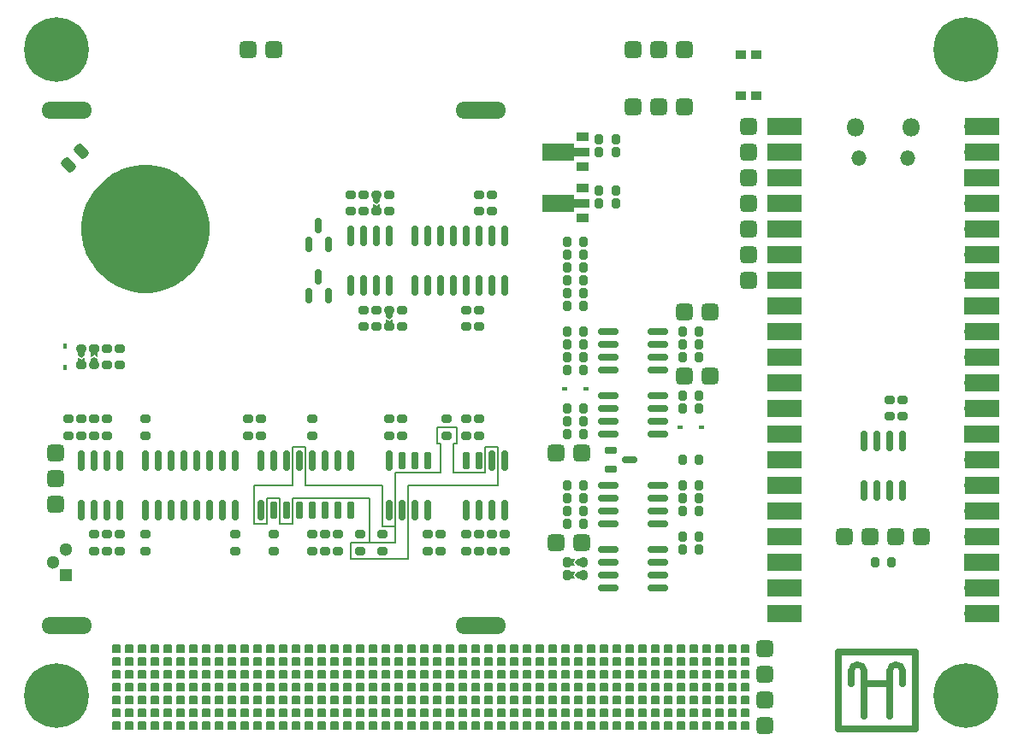
<source format=gbr>
%TF.GenerationSoftware,KiCad,Pcbnew,(6.0.0)*%
%TF.CreationDate,2022-07-12T00:59:49+05:30*%
%TF.ProjectId,Multislope 3I,4d756c74-6973-46c6-9f70-652033492e6b,rev?*%
%TF.SameCoordinates,Original*%
%TF.FileFunction,Soldermask,Top*%
%TF.FilePolarity,Negative*%
%FSLAX46Y46*%
G04 Gerber Fmt 4.6, Leading zero omitted, Abs format (unit mm)*
G04 Created by KiCad (PCBNEW (6.0.0)) date 2022-07-12 00:59:49*
%MOMM*%
%LPD*%
G01*
G04 APERTURE LIST*
G04 Aperture macros list*
%AMRoundRect*
0 Rectangle with rounded corners*
0 $1 Rounding radius*
0 $2 $3 $4 $5 $6 $7 $8 $9 X,Y pos of 4 corners*
0 Add a 4 corners polygon primitive as box body*
4,1,4,$2,$3,$4,$5,$6,$7,$8,$9,$2,$3,0*
0 Add four circle primitives for the rounded corners*
1,1,$1+$1,$2,$3*
1,1,$1+$1,$4,$5*
1,1,$1+$1,$6,$7*
1,1,$1+$1,$8,$9*
0 Add four rect primitives between the rounded corners*
20,1,$1+$1,$2,$3,$4,$5,0*
20,1,$1+$1,$4,$5,$6,$7,0*
20,1,$1+$1,$6,$7,$8,$9,0*
20,1,$1+$1,$8,$9,$2,$3,0*%
%AMFreePoly0*
4,1,9,3.862500,-0.866500,0.737500,-0.866500,0.737500,-0.450000,-0.737500,-0.450000,-0.737500,0.450000,0.737500,0.450000,0.737500,0.866500,3.862500,0.866500,3.862500,-0.866500,3.862500,-0.866500,$1*%
G04 Aperture macros list end*
%ADD10C,0.150000*%
%ADD11C,0.635000*%
%ADD12C,0.120000*%
%ADD13RoundRect,0.200000X0.275000X-0.200000X0.275000X0.200000X-0.275000X0.200000X-0.275000X-0.200000X0*%
%ADD14R,0.450000X0.600000*%
%ADD15RoundRect,0.200000X0.200000X0.275000X-0.200000X0.275000X-0.200000X-0.275000X0.200000X-0.275000X0*%
%ADD16RoundRect,0.200000X0.275000X0.200000X-0.275000X0.200000X-0.275000X-0.200000X0.275000X-0.200000X0*%
%ADD17RoundRect,0.251969X0.223031X0.148031X-0.223031X0.148031X-0.223031X-0.148031X0.223031X-0.148031X0*%
%ADD18RoundRect,0.425000X0.425000X-0.425000X0.425000X0.425000X-0.425000X0.425000X-0.425000X-0.425000X0*%
%ADD19RoundRect,0.200000X-0.200000X-0.275000X0.200000X-0.275000X0.200000X0.275000X-0.200000X0.275000X0*%
%ADD20RoundRect,0.150000X0.150000X-0.825000X0.150000X0.825000X-0.150000X0.825000X-0.150000X-0.825000X0*%
%ADD21C,0.800000*%
%ADD22C,6.400000*%
%ADD23RoundRect,0.200000X-0.275000X0.200000X-0.275000X-0.200000X0.275000X-0.200000X0.275000X0.200000X0*%
%ADD24RoundRect,0.200000X-0.200000X0.275000X-0.200000X-0.275000X0.200000X-0.275000X0.200000X0.275000X0*%
%ADD25RoundRect,0.251969X-0.148031X0.223031X-0.148031X-0.223031X0.148031X-0.223031X0.148031X0.223031X0*%
%ADD26RoundRect,0.425000X-0.425000X0.425000X-0.425000X-0.425000X0.425000X-0.425000X0.425000X0.425000X0*%
%ADD27O,5.000000X1.700000*%
%ADD28RoundRect,0.200000X-0.275000X-0.200000X0.275000X-0.200000X0.275000X0.200000X-0.275000X0.200000X0*%
%ADD29RoundRect,0.251969X-0.223031X-0.148031X0.223031X-0.148031X0.223031X0.148031X-0.223031X0.148031X0*%
%ADD30RoundRect,0.150000X0.150000X-0.725000X0.150000X0.725000X-0.150000X0.725000X-0.150000X-0.725000X0*%
%ADD31R,0.600000X0.450000*%
%ADD32RoundRect,0.150000X-0.150000X0.825000X-0.150000X-0.825000X0.150000X-0.825000X0.150000X0.825000X0*%
%ADD33RoundRect,0.150000X-0.150000X0.725000X-0.150000X-0.725000X0.150000X-0.725000X0.150000X0.725000X0*%
%ADD34RoundRect,0.250000X-0.159099X0.512652X-0.512652X0.159099X0.159099X-0.512652X0.512652X-0.159099X0*%
%ADD35R,1.000000X0.900000*%
%ADD36RoundRect,0.150000X0.150000X-0.587500X0.150000X0.587500X-0.150000X0.587500X-0.150000X-0.587500X0*%
%ADD37RoundRect,0.150000X-0.825000X-0.150000X0.825000X-0.150000X0.825000X0.150000X-0.825000X0.150000X0*%
%ADD38R,1.300000X1.300000*%
%ADD39C,1.300000*%
%ADD40O,1.500000X1.500000*%
%ADD41O,1.800000X1.800000*%
%ADD42R,3.500000X1.700000*%
%ADD43O,1.700000X1.700000*%
%ADD44R,1.700000X1.700000*%
%ADD45RoundRect,0.425000X-0.425000X-0.425000X0.425000X-0.425000X0.425000X0.425000X-0.425000X0.425000X0*%
%ADD46R,1.300000X0.900000*%
%ADD47FreePoly0,180.000000*%
%ADD48RoundRect,0.150000X-0.475000X-0.150000X0.475000X-0.150000X0.475000X0.150000X-0.475000X0.150000X0*%
%ADD49RoundRect,0.150000X-0.587500X-0.150000X0.587500X-0.150000X0.587500X0.150000X-0.587500X0.150000X0*%
%ADD50C,1.200000*%
G04 APERTURE END LIST*
D10*
X160020000Y-134620000D02*
X160655000Y-134620000D01*
X160655000Y-134620000D02*
X160655000Y-135255000D01*
X160655000Y-135255000D02*
X160020000Y-135255000D01*
X160020000Y-135255000D02*
X160020000Y-134620000D01*
G36*
X160020000Y-134620000D02*
G01*
X160655000Y-134620000D01*
X160655000Y-135255000D01*
X160020000Y-135255000D01*
X160020000Y-134620000D01*
G37*
X135572500Y-105410000D02*
X133667500Y-105410000D01*
X120650000Y-130810000D02*
X121285000Y-130810000D01*
X121285000Y-130810000D02*
X121285000Y-131445000D01*
X121285000Y-131445000D02*
X120650000Y-131445000D01*
X120650000Y-131445000D02*
X120650000Y-130810000D01*
G36*
X120650000Y-130810000D02*
G01*
X121285000Y-130810000D01*
X121285000Y-131445000D01*
X120650000Y-131445000D01*
X120650000Y-130810000D01*
G37*
X138430000Y-130810000D02*
X139065000Y-130810000D01*
X139065000Y-130810000D02*
X139065000Y-131445000D01*
X139065000Y-131445000D02*
X138430000Y-131445000D01*
X138430000Y-131445000D02*
X138430000Y-130810000D01*
G36*
X138430000Y-130810000D02*
G01*
X139065000Y-130810000D01*
X139065000Y-131445000D01*
X138430000Y-131445000D01*
X138430000Y-130810000D01*
G37*
X113030000Y-129540000D02*
X113665000Y-129540000D01*
X113665000Y-129540000D02*
X113665000Y-130175000D01*
X113665000Y-130175000D02*
X113030000Y-130175000D01*
X113030000Y-130175000D02*
X113030000Y-129540000D01*
G36*
X113030000Y-129540000D02*
G01*
X113665000Y-129540000D01*
X113665000Y-130175000D01*
X113030000Y-130175000D01*
X113030000Y-129540000D01*
G37*
X124460000Y-128270000D02*
X125095000Y-128270000D01*
X125095000Y-128270000D02*
X125095000Y-128905000D01*
X125095000Y-128905000D02*
X124460000Y-128905000D01*
X124460000Y-128905000D02*
X124460000Y-128270000D01*
G36*
X124460000Y-128270000D02*
G01*
X125095000Y-128270000D01*
X125095000Y-128905000D01*
X124460000Y-128905000D01*
X124460000Y-128270000D01*
G37*
X142240000Y-134620000D02*
X142875000Y-134620000D01*
X142875000Y-134620000D02*
X142875000Y-135255000D01*
X142875000Y-135255000D02*
X142240000Y-135255000D01*
X142240000Y-135255000D02*
X142240000Y-134620000D01*
G36*
X142240000Y-134620000D02*
G01*
X142875000Y-134620000D01*
X142875000Y-135255000D01*
X142240000Y-135255000D01*
X142240000Y-134620000D01*
G37*
X163830000Y-128270000D02*
X164465000Y-128270000D01*
X164465000Y-128270000D02*
X164465000Y-128905000D01*
X164465000Y-128905000D02*
X163830000Y-128905000D01*
X163830000Y-128905000D02*
X163830000Y-128270000D01*
G36*
X163830000Y-128270000D02*
G01*
X164465000Y-128270000D01*
X164465000Y-128905000D01*
X163830000Y-128905000D01*
X163830000Y-128270000D01*
G37*
X154940000Y-127000000D02*
X155575000Y-127000000D01*
X155575000Y-127000000D02*
X155575000Y-127635000D01*
X155575000Y-127635000D02*
X154940000Y-127635000D01*
X154940000Y-127635000D02*
X154940000Y-127000000D01*
G36*
X154940000Y-127000000D02*
G01*
X155575000Y-127000000D01*
X155575000Y-127635000D01*
X154940000Y-127635000D01*
X154940000Y-127000000D01*
G37*
X124460000Y-127000000D02*
X125095000Y-127000000D01*
X125095000Y-127000000D02*
X125095000Y-127635000D01*
X125095000Y-127635000D02*
X124460000Y-127635000D01*
X124460000Y-127635000D02*
X124460000Y-127000000D01*
G36*
X124460000Y-127000000D02*
G01*
X125095000Y-127000000D01*
X125095000Y-127635000D01*
X124460000Y-127635000D01*
X124460000Y-127000000D01*
G37*
X116840000Y-114935000D02*
X115570000Y-114935000D01*
X120650000Y-133350000D02*
X121285000Y-133350000D01*
X121285000Y-133350000D02*
X121285000Y-133985000D01*
X121285000Y-133985000D02*
X120650000Y-133985000D01*
X120650000Y-133985000D02*
X120650000Y-133350000D01*
G36*
X120650000Y-133350000D02*
G01*
X121285000Y-133350000D01*
X121285000Y-133985000D01*
X120650000Y-133985000D01*
X120650000Y-133350000D01*
G37*
X161290000Y-129540000D02*
X161925000Y-129540000D01*
X161925000Y-129540000D02*
X161925000Y-130175000D01*
X161925000Y-130175000D02*
X161290000Y-130175000D01*
X161290000Y-130175000D02*
X161290000Y-129540000D01*
G36*
X161290000Y-129540000D02*
G01*
X161925000Y-129540000D01*
X161925000Y-130175000D01*
X161290000Y-130175000D01*
X161290000Y-129540000D01*
G37*
X113030000Y-128270000D02*
X113665000Y-128270000D01*
X113665000Y-128270000D02*
X113665000Y-128905000D01*
X113665000Y-128905000D02*
X113030000Y-128905000D01*
X113030000Y-128905000D02*
X113030000Y-128270000D01*
G36*
X113030000Y-128270000D02*
G01*
X113665000Y-128270000D01*
X113665000Y-128905000D01*
X113030000Y-128905000D01*
X113030000Y-128270000D01*
G37*
X156210000Y-134620000D02*
X156845000Y-134620000D01*
X156845000Y-134620000D02*
X156845000Y-135255000D01*
X156845000Y-135255000D02*
X156210000Y-135255000D01*
X156210000Y-135255000D02*
X156210000Y-134620000D01*
G36*
X156210000Y-134620000D02*
G01*
X156845000Y-134620000D01*
X156845000Y-135255000D01*
X156210000Y-135255000D01*
X156210000Y-134620000D01*
G37*
X148590000Y-134620000D02*
X149225000Y-134620000D01*
X149225000Y-134620000D02*
X149225000Y-135255000D01*
X149225000Y-135255000D02*
X148590000Y-135255000D01*
X148590000Y-135255000D02*
X148590000Y-134620000D01*
G36*
X148590000Y-134620000D02*
G01*
X149225000Y-134620000D01*
X149225000Y-135255000D01*
X148590000Y-135255000D01*
X148590000Y-134620000D01*
G37*
X104140000Y-128270000D02*
X104775000Y-128270000D01*
X104775000Y-128270000D02*
X104775000Y-128905000D01*
X104775000Y-128905000D02*
X104140000Y-128905000D01*
X104140000Y-128905000D02*
X104140000Y-128270000D01*
G36*
X104140000Y-128270000D02*
G01*
X104775000Y-128270000D01*
X104775000Y-128905000D01*
X104140000Y-128905000D01*
X104140000Y-128270000D01*
G37*
X104140000Y-130810000D02*
X104775000Y-130810000D01*
X104775000Y-130810000D02*
X104775000Y-131445000D01*
X104775000Y-131445000D02*
X104140000Y-131445000D01*
X104140000Y-131445000D02*
X104140000Y-130810000D01*
G36*
X104140000Y-130810000D02*
G01*
X104775000Y-130810000D01*
X104775000Y-131445000D01*
X104140000Y-131445000D01*
X104140000Y-130810000D01*
G37*
X144780000Y-134620000D02*
X145415000Y-134620000D01*
X145415000Y-134620000D02*
X145415000Y-135255000D01*
X145415000Y-135255000D02*
X144780000Y-135255000D01*
X144780000Y-135255000D02*
X144780000Y-134620000D01*
G36*
X144780000Y-134620000D02*
G01*
X145415000Y-134620000D01*
X145415000Y-135255000D01*
X144780000Y-135255000D01*
X144780000Y-134620000D01*
G37*
X132080000Y-133350000D02*
X132715000Y-133350000D01*
X132715000Y-133350000D02*
X132715000Y-133985000D01*
X132715000Y-133985000D02*
X132080000Y-133985000D01*
X132080000Y-133985000D02*
X132080000Y-133350000D01*
G36*
X132080000Y-133350000D02*
G01*
X132715000Y-133350000D01*
X132715000Y-133985000D01*
X132080000Y-133985000D01*
X132080000Y-133350000D01*
G37*
X146050000Y-134620000D02*
X146685000Y-134620000D01*
X146685000Y-134620000D02*
X146685000Y-135255000D01*
X146685000Y-135255000D02*
X146050000Y-135255000D01*
X146050000Y-135255000D02*
X146050000Y-134620000D01*
G36*
X146050000Y-134620000D02*
G01*
X146685000Y-134620000D01*
X146685000Y-135255000D01*
X146050000Y-135255000D01*
X146050000Y-134620000D01*
G37*
X134620000Y-128270000D02*
X135255000Y-128270000D01*
X135255000Y-128270000D02*
X135255000Y-128905000D01*
X135255000Y-128905000D02*
X134620000Y-128905000D01*
X134620000Y-128905000D02*
X134620000Y-128270000D01*
G36*
X134620000Y-128270000D02*
G01*
X135255000Y-128270000D01*
X135255000Y-128905000D01*
X134620000Y-128905000D01*
X134620000Y-128270000D01*
G37*
X143510000Y-128270000D02*
X144145000Y-128270000D01*
X144145000Y-128270000D02*
X144145000Y-128905000D01*
X144145000Y-128905000D02*
X143510000Y-128905000D01*
X143510000Y-128905000D02*
X143510000Y-128270000D01*
G36*
X143510000Y-128270000D02*
G01*
X144145000Y-128270000D01*
X144145000Y-128905000D01*
X143510000Y-128905000D01*
X143510000Y-128270000D01*
G37*
X121920000Y-132080000D02*
X122555000Y-132080000D01*
X122555000Y-132080000D02*
X122555000Y-132715000D01*
X122555000Y-132715000D02*
X121920000Y-132715000D01*
X121920000Y-132715000D02*
X121920000Y-132080000D01*
G36*
X121920000Y-132080000D02*
G01*
X122555000Y-132080000D01*
X122555000Y-132715000D01*
X121920000Y-132715000D01*
X121920000Y-132080000D01*
G37*
X149860000Y-134620000D02*
X150495000Y-134620000D01*
X150495000Y-134620000D02*
X150495000Y-135255000D01*
X150495000Y-135255000D02*
X149860000Y-135255000D01*
X149860000Y-135255000D02*
X149860000Y-134620000D01*
G36*
X149860000Y-134620000D02*
G01*
X150495000Y-134620000D01*
X150495000Y-135255000D01*
X149860000Y-135255000D01*
X149860000Y-134620000D01*
G37*
X140970000Y-132080000D02*
X141605000Y-132080000D01*
X141605000Y-132080000D02*
X141605000Y-132715000D01*
X141605000Y-132715000D02*
X140970000Y-132715000D01*
X140970000Y-132715000D02*
X140970000Y-132080000D01*
G36*
X140970000Y-132080000D02*
G01*
X141605000Y-132080000D01*
X141605000Y-132715000D01*
X140970000Y-132715000D01*
X140970000Y-132080000D01*
G37*
X130810000Y-134620000D02*
X131445000Y-134620000D01*
X131445000Y-134620000D02*
X131445000Y-135255000D01*
X131445000Y-135255000D02*
X130810000Y-135255000D01*
X130810000Y-135255000D02*
X130810000Y-134620000D01*
G36*
X130810000Y-134620000D02*
G01*
X131445000Y-134620000D01*
X131445000Y-135255000D01*
X130810000Y-135255000D01*
X130810000Y-134620000D01*
G37*
X106680000Y-127000000D02*
X107315000Y-127000000D01*
X107315000Y-127000000D02*
X107315000Y-127635000D01*
X107315000Y-127635000D02*
X106680000Y-127635000D01*
X106680000Y-127635000D02*
X106680000Y-127000000D01*
G36*
X106680000Y-127000000D02*
G01*
X107315000Y-127000000D01*
X107315000Y-127635000D01*
X106680000Y-127635000D01*
X106680000Y-127000000D01*
G37*
X109220000Y-132080000D02*
X109855000Y-132080000D01*
X109855000Y-132080000D02*
X109855000Y-132715000D01*
X109855000Y-132715000D02*
X109220000Y-132715000D01*
X109220000Y-132715000D02*
X109220000Y-132080000D01*
G36*
X109220000Y-132080000D02*
G01*
X109855000Y-132080000D01*
X109855000Y-132715000D01*
X109220000Y-132715000D01*
X109220000Y-132080000D01*
G37*
X135890000Y-128270000D02*
X136525000Y-128270000D01*
X136525000Y-128270000D02*
X136525000Y-128905000D01*
X136525000Y-128905000D02*
X135890000Y-128905000D01*
X135890000Y-128905000D02*
X135890000Y-128270000D01*
G36*
X135890000Y-128270000D02*
G01*
X136525000Y-128270000D01*
X136525000Y-128905000D01*
X135890000Y-128905000D01*
X135890000Y-128270000D01*
G37*
X109220000Y-133350000D02*
X109855000Y-133350000D01*
X109855000Y-133350000D02*
X109855000Y-133985000D01*
X109855000Y-133985000D02*
X109220000Y-133985000D01*
X109220000Y-133985000D02*
X109220000Y-133350000D01*
G36*
X109220000Y-133350000D02*
G01*
X109855000Y-133350000D01*
X109855000Y-133985000D01*
X109220000Y-133985000D01*
X109220000Y-133350000D01*
G37*
X139700000Y-129540000D02*
X140335000Y-129540000D01*
X140335000Y-129540000D02*
X140335000Y-130175000D01*
X140335000Y-130175000D02*
X139700000Y-130175000D01*
X139700000Y-130175000D02*
X139700000Y-129540000D01*
G36*
X139700000Y-129540000D02*
G01*
X140335000Y-129540000D01*
X140335000Y-130175000D01*
X139700000Y-130175000D01*
X139700000Y-129540000D01*
G37*
X133667500Y-105410000D02*
X133667500Y-106997500D01*
D11*
X179705000Y-129540000D02*
G75*
G03*
X178435000Y-129540000I-635000J0D01*
G01*
D10*
X146050000Y-130810000D02*
X146685000Y-130810000D01*
X146685000Y-130810000D02*
X146685000Y-131445000D01*
X146685000Y-131445000D02*
X146050000Y-131445000D01*
X146050000Y-131445000D02*
X146050000Y-130810000D01*
G36*
X146050000Y-130810000D02*
G01*
X146685000Y-130810000D01*
X146685000Y-131445000D01*
X146050000Y-131445000D01*
X146050000Y-130810000D01*
G37*
X153670000Y-128270000D02*
X154305000Y-128270000D01*
X154305000Y-128270000D02*
X154305000Y-128905000D01*
X154305000Y-128905000D02*
X153670000Y-128905000D01*
X153670000Y-128905000D02*
X153670000Y-128270000D01*
G36*
X153670000Y-128270000D02*
G01*
X154305000Y-128270000D01*
X154305000Y-128905000D01*
X153670000Y-128905000D01*
X153670000Y-128270000D01*
G37*
X143510000Y-127000000D02*
X144145000Y-127000000D01*
X144145000Y-127000000D02*
X144145000Y-127635000D01*
X144145000Y-127635000D02*
X143510000Y-127635000D01*
X143510000Y-127635000D02*
X143510000Y-127000000D01*
G36*
X143510000Y-127000000D02*
G01*
X144145000Y-127000000D01*
X144145000Y-127635000D01*
X143510000Y-127635000D01*
X143510000Y-127000000D01*
G37*
D11*
X175895000Y-129540000D02*
G75*
G03*
X174625000Y-129540000I-635000J0D01*
G01*
D10*
X144780000Y-129540000D02*
X145415000Y-129540000D01*
X145415000Y-129540000D02*
X145415000Y-130175000D01*
X145415000Y-130175000D02*
X144780000Y-130175000D01*
X144780000Y-130175000D02*
X144780000Y-129540000D01*
G36*
X144780000Y-129540000D02*
G01*
X145415000Y-129540000D01*
X145415000Y-130175000D01*
X144780000Y-130175000D01*
X144780000Y-129540000D01*
G37*
X156210000Y-129540000D02*
X156845000Y-129540000D01*
X156845000Y-129540000D02*
X156845000Y-130175000D01*
X156845000Y-130175000D02*
X156210000Y-130175000D01*
X156210000Y-130175000D02*
X156210000Y-129540000D01*
G36*
X156210000Y-129540000D02*
G01*
X156845000Y-129540000D01*
X156845000Y-130175000D01*
X156210000Y-130175000D01*
X156210000Y-129540000D01*
G37*
X156210000Y-133350000D02*
X156845000Y-133350000D01*
X156845000Y-133350000D02*
X156845000Y-133985000D01*
X156845000Y-133985000D02*
X156210000Y-133985000D01*
X156210000Y-133985000D02*
X156210000Y-133350000D01*
G36*
X156210000Y-133350000D02*
G01*
X156845000Y-133350000D01*
X156845000Y-133985000D01*
X156210000Y-133985000D01*
X156210000Y-133350000D01*
G37*
X123190000Y-133350000D02*
X123825000Y-133350000D01*
X123825000Y-133350000D02*
X123825000Y-133985000D01*
X123825000Y-133985000D02*
X123190000Y-133985000D01*
X123190000Y-133985000D02*
X123190000Y-133350000D01*
G36*
X123190000Y-133350000D02*
G01*
X123825000Y-133350000D01*
X123825000Y-133985000D01*
X123190000Y-133985000D01*
X123190000Y-133350000D01*
G37*
X146050000Y-133350000D02*
X146685000Y-133350000D01*
X146685000Y-133350000D02*
X146685000Y-133985000D01*
X146685000Y-133985000D02*
X146050000Y-133985000D01*
X146050000Y-133985000D02*
X146050000Y-133350000D01*
G36*
X146050000Y-133350000D02*
G01*
X146685000Y-133350000D01*
X146685000Y-133985000D01*
X146050000Y-133985000D01*
X146050000Y-133350000D01*
G37*
X157480000Y-133350000D02*
X158115000Y-133350000D01*
X158115000Y-133350000D02*
X158115000Y-133985000D01*
X158115000Y-133985000D02*
X157480000Y-133985000D01*
X157480000Y-133985000D02*
X157480000Y-133350000D01*
G36*
X157480000Y-133350000D02*
G01*
X158115000Y-133350000D01*
X158115000Y-133985000D01*
X157480000Y-133985000D01*
X157480000Y-133350000D01*
G37*
X156210000Y-132080000D02*
X156845000Y-132080000D01*
X156845000Y-132080000D02*
X156845000Y-132715000D01*
X156845000Y-132715000D02*
X156210000Y-132715000D01*
X156210000Y-132715000D02*
X156210000Y-132080000D01*
G36*
X156210000Y-132080000D02*
G01*
X156845000Y-132080000D01*
X156845000Y-132715000D01*
X156210000Y-132715000D01*
X156210000Y-132080000D01*
G37*
X140970000Y-127000000D02*
X141605000Y-127000000D01*
X141605000Y-127000000D02*
X141605000Y-127635000D01*
X141605000Y-127635000D02*
X140970000Y-127635000D01*
X140970000Y-127635000D02*
X140970000Y-127000000D01*
G36*
X140970000Y-127000000D02*
G01*
X141605000Y-127000000D01*
X141605000Y-127635000D01*
X140970000Y-127635000D01*
X140970000Y-127000000D01*
G37*
X107950000Y-129540000D02*
X108585000Y-129540000D01*
X108585000Y-129540000D02*
X108585000Y-130175000D01*
X108585000Y-130175000D02*
X107950000Y-130175000D01*
X107950000Y-130175000D02*
X107950000Y-129540000D01*
G36*
X107950000Y-129540000D02*
G01*
X108585000Y-129540000D01*
X108585000Y-130175000D01*
X107950000Y-130175000D01*
X107950000Y-129540000D01*
G37*
X102870000Y-133350000D02*
X103505000Y-133350000D01*
X103505000Y-133350000D02*
X103505000Y-133985000D01*
X103505000Y-133985000D02*
X102870000Y-133985000D01*
X102870000Y-133985000D02*
X102870000Y-133350000D01*
G36*
X102870000Y-133350000D02*
G01*
X103505000Y-133350000D01*
X103505000Y-133985000D01*
X102870000Y-133985000D01*
X102870000Y-133350000D01*
G37*
X129540000Y-130810000D02*
X130175000Y-130810000D01*
X130175000Y-130810000D02*
X130175000Y-131445000D01*
X130175000Y-131445000D02*
X129540000Y-131445000D01*
X129540000Y-131445000D02*
X129540000Y-130810000D01*
G36*
X129540000Y-130810000D02*
G01*
X130175000Y-130810000D01*
X130175000Y-131445000D01*
X129540000Y-131445000D01*
X129540000Y-130810000D01*
G37*
X104140000Y-132080000D02*
X104775000Y-132080000D01*
X104775000Y-132080000D02*
X104775000Y-132715000D01*
X104775000Y-132715000D02*
X104140000Y-132715000D01*
X104140000Y-132715000D02*
X104140000Y-132080000D01*
G36*
X104140000Y-132080000D02*
G01*
X104775000Y-132080000D01*
X104775000Y-132715000D01*
X104140000Y-132715000D01*
X104140000Y-132080000D01*
G37*
X107950000Y-130810000D02*
X108585000Y-130810000D01*
X108585000Y-130810000D02*
X108585000Y-131445000D01*
X108585000Y-131445000D02*
X107950000Y-131445000D01*
X107950000Y-131445000D02*
X107950000Y-130810000D01*
G36*
X107950000Y-130810000D02*
G01*
X108585000Y-130810000D01*
X108585000Y-131445000D01*
X107950000Y-131445000D01*
X107950000Y-130810000D01*
G37*
X147320000Y-130810000D02*
X147955000Y-130810000D01*
X147955000Y-130810000D02*
X147955000Y-131445000D01*
X147955000Y-131445000D02*
X147320000Y-131445000D01*
X147320000Y-131445000D02*
X147320000Y-130810000D01*
G36*
X147320000Y-130810000D02*
G01*
X147955000Y-130810000D01*
X147955000Y-131445000D01*
X147320000Y-131445000D01*
X147320000Y-130810000D01*
G37*
X153670000Y-133350000D02*
X154305000Y-133350000D01*
X154305000Y-133350000D02*
X154305000Y-133985000D01*
X154305000Y-133985000D02*
X153670000Y-133985000D01*
X153670000Y-133985000D02*
X153670000Y-133350000D01*
G36*
X153670000Y-133350000D02*
G01*
X154305000Y-133350000D01*
X154305000Y-133985000D01*
X153670000Y-133985000D01*
X153670000Y-133350000D01*
G37*
X128270000Y-115252500D02*
X128270000Y-111125000D01*
X109220000Y-129540000D02*
X109855000Y-129540000D01*
X109855000Y-129540000D02*
X109855000Y-130175000D01*
X109855000Y-130175000D02*
X109220000Y-130175000D01*
X109220000Y-130175000D02*
X109220000Y-129540000D01*
G36*
X109220000Y-129540000D02*
G01*
X109855000Y-129540000D01*
X109855000Y-130175000D01*
X109220000Y-130175000D01*
X109220000Y-129540000D01*
G37*
X114300000Y-134620000D02*
X114935000Y-134620000D01*
X114935000Y-134620000D02*
X114935000Y-135255000D01*
X114935000Y-135255000D02*
X114300000Y-135255000D01*
X114300000Y-135255000D02*
X114300000Y-134620000D01*
G36*
X114300000Y-134620000D02*
G01*
X114935000Y-134620000D01*
X114935000Y-135255000D01*
X114300000Y-135255000D01*
X114300000Y-134620000D01*
G37*
X125730000Y-129540000D02*
X126365000Y-129540000D01*
X126365000Y-129540000D02*
X126365000Y-130175000D01*
X126365000Y-130175000D02*
X125730000Y-130175000D01*
X125730000Y-130175000D02*
X125730000Y-129540000D01*
G36*
X125730000Y-129540000D02*
G01*
X126365000Y-129540000D01*
X126365000Y-130175000D01*
X125730000Y-130175000D01*
X125730000Y-129540000D01*
G37*
X138430000Y-128270000D02*
X139065000Y-128270000D01*
X139065000Y-128270000D02*
X139065000Y-128905000D01*
X139065000Y-128905000D02*
X138430000Y-128905000D01*
X138430000Y-128905000D02*
X138430000Y-128270000D01*
G36*
X138430000Y-128270000D02*
G01*
X139065000Y-128270000D01*
X139065000Y-128905000D01*
X138430000Y-128905000D01*
X138430000Y-128270000D01*
G37*
X139700000Y-134620000D02*
X140335000Y-134620000D01*
X140335000Y-134620000D02*
X140335000Y-135255000D01*
X140335000Y-135255000D02*
X139700000Y-135255000D01*
X139700000Y-135255000D02*
X139700000Y-134620000D01*
G36*
X139700000Y-134620000D02*
G01*
X140335000Y-134620000D01*
X140335000Y-135255000D01*
X139700000Y-135255000D01*
X139700000Y-134620000D01*
G37*
X118110000Y-130810000D02*
X118745000Y-130810000D01*
X118745000Y-130810000D02*
X118745000Y-131445000D01*
X118745000Y-131445000D02*
X118110000Y-131445000D01*
X118110000Y-131445000D02*
X118110000Y-130810000D01*
G36*
X118110000Y-130810000D02*
G01*
X118745000Y-130810000D01*
X118745000Y-131445000D01*
X118110000Y-131445000D01*
X118110000Y-130810000D01*
G37*
X114300000Y-133350000D02*
X114935000Y-133350000D01*
X114935000Y-133350000D02*
X114935000Y-133985000D01*
X114935000Y-133985000D02*
X114300000Y-133985000D01*
X114300000Y-133985000D02*
X114300000Y-133350000D01*
G36*
X114300000Y-133350000D02*
G01*
X114935000Y-133350000D01*
X114935000Y-133985000D01*
X114300000Y-133985000D01*
X114300000Y-133350000D01*
G37*
X135890000Y-130810000D02*
X136525000Y-130810000D01*
X136525000Y-130810000D02*
X136525000Y-131445000D01*
X136525000Y-131445000D02*
X135890000Y-131445000D01*
X135890000Y-131445000D02*
X135890000Y-130810000D01*
G36*
X135890000Y-130810000D02*
G01*
X136525000Y-130810000D01*
X136525000Y-131445000D01*
X135890000Y-131445000D01*
X135890000Y-130810000D01*
G37*
X138430000Y-127000000D02*
X139065000Y-127000000D01*
X139065000Y-127000000D02*
X139065000Y-127635000D01*
X139065000Y-127635000D02*
X138430000Y-127635000D01*
X138430000Y-127635000D02*
X138430000Y-127000000D01*
G36*
X138430000Y-127000000D02*
G01*
X139065000Y-127000000D01*
X139065000Y-127635000D01*
X138430000Y-127635000D01*
X138430000Y-127000000D01*
G37*
X151130000Y-127000000D02*
X151765000Y-127000000D01*
X151765000Y-127000000D02*
X151765000Y-127635000D01*
X151765000Y-127635000D02*
X151130000Y-127635000D01*
X151130000Y-127635000D02*
X151130000Y-127000000D01*
G36*
X151130000Y-127000000D02*
G01*
X151765000Y-127000000D01*
X151765000Y-127635000D01*
X151130000Y-127635000D01*
X151130000Y-127000000D01*
G37*
D11*
X173355000Y-127635000D02*
X173355000Y-135255000D01*
D10*
X137160000Y-133350000D02*
X137795000Y-133350000D01*
X137795000Y-133350000D02*
X137795000Y-133985000D01*
X137795000Y-133985000D02*
X137160000Y-133985000D01*
X137160000Y-133985000D02*
X137160000Y-133350000D01*
G36*
X137160000Y-133350000D02*
G01*
X137795000Y-133350000D01*
X137795000Y-133985000D01*
X137160000Y-133985000D01*
X137160000Y-133350000D01*
G37*
X148590000Y-129540000D02*
X149225000Y-129540000D01*
X149225000Y-129540000D02*
X149225000Y-130175000D01*
X149225000Y-130175000D02*
X148590000Y-130175000D01*
X148590000Y-130175000D02*
X148590000Y-129540000D01*
G36*
X148590000Y-129540000D02*
G01*
X149225000Y-129540000D01*
X149225000Y-130175000D01*
X148590000Y-130175000D01*
X148590000Y-129540000D01*
G37*
X114300000Y-127000000D02*
X114935000Y-127000000D01*
X114935000Y-127000000D02*
X114935000Y-127635000D01*
X114935000Y-127635000D02*
X114300000Y-127635000D01*
X114300000Y-127635000D02*
X114300000Y-127000000D01*
G36*
X114300000Y-127000000D02*
G01*
X114935000Y-127000000D01*
X114935000Y-127635000D01*
X114300000Y-127635000D01*
X114300000Y-127000000D01*
G37*
X129540000Y-114935000D02*
X129540000Y-116840000D01*
X140970000Y-133350000D02*
X141605000Y-133350000D01*
X141605000Y-133350000D02*
X141605000Y-133985000D01*
X141605000Y-133985000D02*
X140970000Y-133985000D01*
X140970000Y-133985000D02*
X140970000Y-133350000D01*
G36*
X140970000Y-133350000D02*
G01*
X141605000Y-133350000D01*
X141605000Y-133985000D01*
X140970000Y-133985000D01*
X140970000Y-133350000D01*
G37*
D11*
X180975000Y-135255000D02*
X180975000Y-127635000D01*
D10*
X139700000Y-107315000D02*
X139700000Y-111125000D01*
X151130000Y-128270000D02*
X151765000Y-128270000D01*
X151765000Y-128270000D02*
X151765000Y-128905000D01*
X151765000Y-128905000D02*
X151130000Y-128905000D01*
X151130000Y-128905000D02*
X151130000Y-128270000D01*
G36*
X151130000Y-128270000D02*
G01*
X151765000Y-128270000D01*
X151765000Y-128905000D01*
X151130000Y-128905000D01*
X151130000Y-128270000D01*
G37*
X116840000Y-127000000D02*
X117475000Y-127000000D01*
X117475000Y-127000000D02*
X117475000Y-127635000D01*
X117475000Y-127635000D02*
X116840000Y-127635000D01*
X116840000Y-127635000D02*
X116840000Y-127000000D01*
G36*
X116840000Y-127000000D02*
G01*
X117475000Y-127000000D01*
X117475000Y-127635000D01*
X116840000Y-127635000D01*
X116840000Y-127000000D01*
G37*
X109220000Y-128270000D02*
X109855000Y-128270000D01*
X109855000Y-128270000D02*
X109855000Y-128905000D01*
X109855000Y-128905000D02*
X109220000Y-128905000D01*
X109220000Y-128905000D02*
X109220000Y-128270000D01*
G36*
X109220000Y-128270000D02*
G01*
X109855000Y-128270000D01*
X109855000Y-128905000D01*
X109220000Y-128905000D01*
X109220000Y-128270000D01*
G37*
X102870000Y-127000000D02*
X103505000Y-127000000D01*
X103505000Y-127000000D02*
X103505000Y-127635000D01*
X103505000Y-127635000D02*
X102870000Y-127635000D01*
X102870000Y-127635000D02*
X102870000Y-127000000D01*
G36*
X102870000Y-127000000D02*
G01*
X103505000Y-127000000D01*
X103505000Y-127635000D01*
X102870000Y-127635000D01*
X102870000Y-127000000D01*
G37*
X115570000Y-133350000D02*
X116205000Y-133350000D01*
X116205000Y-133350000D02*
X116205000Y-133985000D01*
X116205000Y-133985000D02*
X115570000Y-133985000D01*
X115570000Y-133985000D02*
X115570000Y-133350000D01*
G36*
X115570000Y-133350000D02*
G01*
X116205000Y-133350000D01*
X116205000Y-133985000D01*
X115570000Y-133985000D01*
X115570000Y-133350000D01*
G37*
X161290000Y-127000000D02*
X161925000Y-127000000D01*
X161925000Y-127000000D02*
X161925000Y-127635000D01*
X161925000Y-127635000D02*
X161290000Y-127635000D01*
X161290000Y-127635000D02*
X161290000Y-127000000D01*
G36*
X161290000Y-127000000D02*
G01*
X161925000Y-127000000D01*
X161925000Y-127635000D01*
X161290000Y-127635000D01*
X161290000Y-127000000D01*
G37*
X104140000Y-127000000D02*
X104775000Y-127000000D01*
X104775000Y-127000000D02*
X104775000Y-127635000D01*
X104775000Y-127635000D02*
X104140000Y-127635000D01*
X104140000Y-127635000D02*
X104140000Y-127000000D01*
G36*
X104140000Y-127000000D02*
G01*
X104775000Y-127000000D01*
X104775000Y-127635000D01*
X104140000Y-127635000D01*
X104140000Y-127000000D01*
G37*
X102870000Y-128270000D02*
X103505000Y-128270000D01*
X103505000Y-128270000D02*
X103505000Y-128905000D01*
X103505000Y-128905000D02*
X102870000Y-128905000D01*
X102870000Y-128905000D02*
X102870000Y-128270000D01*
G36*
X102870000Y-128270000D02*
G01*
X103505000Y-128270000D01*
X103505000Y-128905000D01*
X102870000Y-128905000D01*
X102870000Y-128270000D01*
G37*
X152400000Y-133350000D02*
X153035000Y-133350000D01*
X153035000Y-133350000D02*
X153035000Y-133985000D01*
X153035000Y-133985000D02*
X152400000Y-133985000D01*
X152400000Y-133985000D02*
X152400000Y-133350000D01*
G36*
X152400000Y-133350000D02*
G01*
X153035000Y-133350000D01*
X153035000Y-133985000D01*
X152400000Y-133985000D01*
X152400000Y-133350000D01*
G37*
X120650000Y-127000000D02*
X121285000Y-127000000D01*
X121285000Y-127000000D02*
X121285000Y-127635000D01*
X121285000Y-127635000D02*
X120650000Y-127635000D01*
X120650000Y-127635000D02*
X120650000Y-127000000D01*
G36*
X120650000Y-127000000D02*
G01*
X121285000Y-127000000D01*
X121285000Y-127635000D01*
X120650000Y-127635000D01*
X120650000Y-127000000D01*
G37*
X137160000Y-129540000D02*
X137795000Y-129540000D01*
X137795000Y-129540000D02*
X137795000Y-130175000D01*
X137795000Y-130175000D02*
X137160000Y-130175000D01*
X137160000Y-130175000D02*
X137160000Y-129540000D01*
G36*
X137160000Y-129540000D02*
G01*
X137795000Y-129540000D01*
X137795000Y-130175000D01*
X137160000Y-130175000D01*
X137160000Y-129540000D01*
G37*
D11*
X174625000Y-130810000D02*
X174625000Y-129540000D01*
D10*
X151130000Y-133350000D02*
X151765000Y-133350000D01*
X151765000Y-133350000D02*
X151765000Y-133985000D01*
X151765000Y-133985000D02*
X151130000Y-133985000D01*
X151130000Y-133985000D02*
X151130000Y-133350000D01*
G36*
X151130000Y-133350000D02*
G01*
X151765000Y-133350000D01*
X151765000Y-133985000D01*
X151130000Y-133985000D01*
X151130000Y-133350000D01*
G37*
X149860000Y-133350000D02*
X150495000Y-133350000D01*
X150495000Y-133350000D02*
X150495000Y-133985000D01*
X150495000Y-133985000D02*
X149860000Y-133985000D01*
X149860000Y-133985000D02*
X149860000Y-133350000D01*
G36*
X149860000Y-133350000D02*
G01*
X150495000Y-133350000D01*
X150495000Y-133985000D01*
X149860000Y-133985000D01*
X149860000Y-133350000D01*
G37*
X107950000Y-133350000D02*
X108585000Y-133350000D01*
X108585000Y-133350000D02*
X108585000Y-133985000D01*
X108585000Y-133985000D02*
X107950000Y-133985000D01*
X107950000Y-133985000D02*
X107950000Y-133350000D01*
G36*
X107950000Y-133350000D02*
G01*
X108585000Y-133350000D01*
X108585000Y-133985000D01*
X107950000Y-133985000D01*
X107950000Y-133350000D01*
G37*
D11*
X173355000Y-135255000D02*
X180975000Y-135255000D01*
D10*
X123190000Y-127000000D02*
X123825000Y-127000000D01*
X123825000Y-127000000D02*
X123825000Y-127635000D01*
X123825000Y-127635000D02*
X123190000Y-127635000D01*
X123190000Y-127635000D02*
X123190000Y-127000000D01*
G36*
X123190000Y-127000000D02*
G01*
X123825000Y-127000000D01*
X123825000Y-127635000D01*
X123190000Y-127635000D01*
X123190000Y-127000000D01*
G37*
X160020000Y-130810000D02*
X160655000Y-130810000D01*
X160655000Y-130810000D02*
X160655000Y-131445000D01*
X160655000Y-131445000D02*
X160020000Y-131445000D01*
X160020000Y-131445000D02*
X160020000Y-130810000D01*
G36*
X160020000Y-130810000D02*
G01*
X160655000Y-130810000D01*
X160655000Y-131445000D01*
X160020000Y-131445000D01*
X160020000Y-130810000D01*
G37*
X102870000Y-129540000D02*
X103505000Y-129540000D01*
X103505000Y-129540000D02*
X103505000Y-130175000D01*
X103505000Y-130175000D02*
X102870000Y-130175000D01*
X102870000Y-130175000D02*
X102870000Y-129540000D01*
G36*
X102870000Y-129540000D02*
G01*
X103505000Y-129540000D01*
X103505000Y-130175000D01*
X102870000Y-130175000D01*
X102870000Y-129540000D01*
G37*
X137160000Y-134620000D02*
X137795000Y-134620000D01*
X137795000Y-134620000D02*
X137795000Y-135255000D01*
X137795000Y-135255000D02*
X137160000Y-135255000D01*
X137160000Y-135255000D02*
X137160000Y-134620000D01*
G36*
X137160000Y-134620000D02*
G01*
X137795000Y-134620000D01*
X137795000Y-135255000D01*
X137160000Y-135255000D01*
X137160000Y-134620000D01*
G37*
X121920000Y-133350000D02*
X122555000Y-133350000D01*
X122555000Y-133350000D02*
X122555000Y-133985000D01*
X122555000Y-133985000D02*
X121920000Y-133985000D01*
X121920000Y-133985000D02*
X121920000Y-133350000D01*
G36*
X121920000Y-133350000D02*
G01*
X122555000Y-133350000D01*
X122555000Y-133985000D01*
X121920000Y-133985000D01*
X121920000Y-133350000D01*
G37*
X143510000Y-130810000D02*
X144145000Y-130810000D01*
X144145000Y-130810000D02*
X144145000Y-131445000D01*
X144145000Y-131445000D02*
X143510000Y-131445000D01*
X143510000Y-131445000D02*
X143510000Y-130810000D01*
G36*
X143510000Y-130810000D02*
G01*
X144145000Y-130810000D01*
X144145000Y-131445000D01*
X143510000Y-131445000D01*
X143510000Y-130810000D01*
G37*
X162560000Y-132080000D02*
X163195000Y-132080000D01*
X163195000Y-132080000D02*
X163195000Y-132715000D01*
X163195000Y-132715000D02*
X162560000Y-132715000D01*
X162560000Y-132715000D02*
X162560000Y-132080000D01*
G36*
X162560000Y-132080000D02*
G01*
X163195000Y-132080000D01*
X163195000Y-132715000D01*
X162560000Y-132715000D01*
X162560000Y-132080000D01*
G37*
X135890000Y-134620000D02*
X136525000Y-134620000D01*
X136525000Y-134620000D02*
X136525000Y-135255000D01*
X136525000Y-135255000D02*
X135890000Y-135255000D01*
X135890000Y-135255000D02*
X135890000Y-134620000D01*
G36*
X135890000Y-134620000D02*
G01*
X136525000Y-134620000D01*
X136525000Y-135255000D01*
X135890000Y-135255000D01*
X135890000Y-134620000D01*
G37*
X125095000Y-116840000D02*
X125095000Y-118427500D01*
X109220000Y-134620000D02*
X109855000Y-134620000D01*
X109855000Y-134620000D02*
X109855000Y-135255000D01*
X109855000Y-135255000D02*
X109220000Y-135255000D01*
X109220000Y-135255000D02*
X109220000Y-134620000D01*
G36*
X109220000Y-134620000D02*
G01*
X109855000Y-134620000D01*
X109855000Y-135255000D01*
X109220000Y-135255000D01*
X109220000Y-134620000D01*
G37*
X160020000Y-128270000D02*
X160655000Y-128270000D01*
X160655000Y-128270000D02*
X160655000Y-128905000D01*
X160655000Y-128905000D02*
X160020000Y-128905000D01*
X160020000Y-128905000D02*
X160020000Y-128270000D01*
G36*
X160020000Y-128270000D02*
G01*
X160655000Y-128270000D01*
X160655000Y-128905000D01*
X160020000Y-128905000D01*
X160020000Y-128270000D01*
G37*
X143510000Y-129540000D02*
X144145000Y-129540000D01*
X144145000Y-129540000D02*
X144145000Y-130175000D01*
X144145000Y-130175000D02*
X143510000Y-130175000D01*
X143510000Y-130175000D02*
X143510000Y-129540000D01*
G36*
X143510000Y-129540000D02*
G01*
X144145000Y-129540000D01*
X144145000Y-130175000D01*
X143510000Y-130175000D01*
X143510000Y-129540000D01*
G37*
X134620000Y-133350000D02*
X135255000Y-133350000D01*
X135255000Y-133350000D02*
X135255000Y-133985000D01*
X135255000Y-133985000D02*
X134620000Y-133985000D01*
X134620000Y-133985000D02*
X134620000Y-133350000D01*
G36*
X134620000Y-133350000D02*
G01*
X135255000Y-133350000D01*
X135255000Y-133985000D01*
X134620000Y-133985000D01*
X134620000Y-133350000D01*
G37*
X152400000Y-127000000D02*
X153035000Y-127000000D01*
X153035000Y-127000000D02*
X153035000Y-127635000D01*
X153035000Y-127635000D02*
X152400000Y-127635000D01*
X152400000Y-127635000D02*
X152400000Y-127000000D01*
G36*
X152400000Y-127000000D02*
G01*
X153035000Y-127000000D01*
X153035000Y-127635000D01*
X152400000Y-127635000D01*
X152400000Y-127000000D01*
G37*
X106680000Y-129540000D02*
X107315000Y-129540000D01*
X107315000Y-129540000D02*
X107315000Y-130175000D01*
X107315000Y-130175000D02*
X106680000Y-130175000D01*
X106680000Y-130175000D02*
X106680000Y-129540000D01*
G36*
X106680000Y-129540000D02*
G01*
X107315000Y-129540000D01*
X107315000Y-130175000D01*
X106680000Y-130175000D01*
X106680000Y-129540000D01*
G37*
X135255000Y-106997500D02*
X135572500Y-106997500D01*
X160020000Y-133350000D02*
X160655000Y-133350000D01*
X160655000Y-133350000D02*
X160655000Y-133985000D01*
X160655000Y-133985000D02*
X160020000Y-133985000D01*
X160020000Y-133985000D02*
X160020000Y-133350000D01*
G36*
X160020000Y-133350000D02*
G01*
X160655000Y-133350000D01*
X160655000Y-133985000D01*
X160020000Y-133985000D01*
X160020000Y-133350000D01*
G37*
X111760000Y-132080000D02*
X112395000Y-132080000D01*
X112395000Y-132080000D02*
X112395000Y-132715000D01*
X112395000Y-132715000D02*
X111760000Y-132715000D01*
X111760000Y-132715000D02*
X111760000Y-132080000D01*
G36*
X111760000Y-132080000D02*
G01*
X112395000Y-132080000D01*
X112395000Y-132715000D01*
X111760000Y-132715000D01*
X111760000Y-132080000D01*
G37*
X115570000Y-127000000D02*
X116205000Y-127000000D01*
X116205000Y-127000000D02*
X116205000Y-127635000D01*
X116205000Y-127635000D02*
X115570000Y-127635000D01*
X115570000Y-127635000D02*
X115570000Y-127000000D01*
G36*
X115570000Y-127000000D02*
G01*
X116205000Y-127000000D01*
X116205000Y-127635000D01*
X115570000Y-127635000D01*
X115570000Y-127000000D01*
G37*
X119380000Y-114935000D02*
X118110000Y-114935000D01*
X130810000Y-127000000D02*
X131445000Y-127000000D01*
X131445000Y-127000000D02*
X131445000Y-127635000D01*
X131445000Y-127635000D02*
X130810000Y-127635000D01*
X130810000Y-127635000D02*
X130810000Y-127000000D01*
G36*
X130810000Y-127000000D02*
G01*
X131445000Y-127000000D01*
X131445000Y-127635000D01*
X130810000Y-127635000D01*
X130810000Y-127000000D01*
G37*
X151130000Y-129540000D02*
X151765000Y-129540000D01*
X151765000Y-129540000D02*
X151765000Y-130175000D01*
X151765000Y-130175000D02*
X151130000Y-130175000D01*
X151130000Y-130175000D02*
X151130000Y-129540000D01*
G36*
X151130000Y-129540000D02*
G01*
X151765000Y-129540000D01*
X151765000Y-130175000D01*
X151130000Y-130175000D01*
X151130000Y-129540000D01*
G37*
X127000000Y-134620000D02*
X127635000Y-134620000D01*
X127635000Y-134620000D02*
X127635000Y-135255000D01*
X127635000Y-135255000D02*
X127000000Y-135255000D01*
X127000000Y-135255000D02*
X127000000Y-134620000D01*
G36*
X127000000Y-134620000D02*
G01*
X127635000Y-134620000D01*
X127635000Y-135255000D01*
X127000000Y-135255000D01*
X127000000Y-134620000D01*
G37*
X137160000Y-132080000D02*
X137795000Y-132080000D01*
X137795000Y-132080000D02*
X137795000Y-132715000D01*
X137795000Y-132715000D02*
X137160000Y-132715000D01*
X137160000Y-132715000D02*
X137160000Y-132080000D01*
G36*
X137160000Y-132080000D02*
G01*
X137795000Y-132080000D01*
X137795000Y-132715000D01*
X137160000Y-132715000D01*
X137160000Y-132080000D01*
G37*
X101600000Y-130810000D02*
X102235000Y-130810000D01*
X102235000Y-130810000D02*
X102235000Y-131445000D01*
X102235000Y-131445000D02*
X101600000Y-131445000D01*
X101600000Y-131445000D02*
X101600000Y-130810000D01*
G36*
X101600000Y-130810000D02*
G01*
X102235000Y-130810000D01*
X102235000Y-131445000D01*
X101600000Y-131445000D01*
X101600000Y-130810000D01*
G37*
X142240000Y-127000000D02*
X142875000Y-127000000D01*
X142875000Y-127000000D02*
X142875000Y-127635000D01*
X142875000Y-127635000D02*
X142240000Y-127635000D01*
X142240000Y-127635000D02*
X142240000Y-127000000D01*
G36*
X142240000Y-127000000D02*
G01*
X142875000Y-127000000D01*
X142875000Y-127635000D01*
X142240000Y-127635000D01*
X142240000Y-127000000D01*
G37*
X133350000Y-132080000D02*
X133985000Y-132080000D01*
X133985000Y-132080000D02*
X133985000Y-132715000D01*
X133985000Y-132715000D02*
X133350000Y-132715000D01*
X133350000Y-132715000D02*
X133350000Y-132080000D01*
G36*
X133350000Y-132080000D02*
G01*
X133985000Y-132080000D01*
X133985000Y-132715000D01*
X133350000Y-132715000D01*
X133350000Y-132080000D01*
G37*
X135572500Y-106997500D02*
X135572500Y-105410000D01*
X127000000Y-133350000D02*
X127635000Y-133350000D01*
X127635000Y-133350000D02*
X127635000Y-133985000D01*
X127635000Y-133985000D02*
X127000000Y-133985000D01*
X127000000Y-133985000D02*
X127000000Y-133350000D01*
G36*
X127000000Y-133350000D02*
G01*
X127635000Y-133350000D01*
X127635000Y-133985000D01*
X127000000Y-133985000D01*
X127000000Y-133350000D01*
G37*
X129540000Y-116840000D02*
X126682500Y-116840000D01*
X128270000Y-134620000D02*
X128905000Y-134620000D01*
X128905000Y-134620000D02*
X128905000Y-135255000D01*
X128905000Y-135255000D02*
X128270000Y-135255000D01*
X128270000Y-135255000D02*
X128270000Y-134620000D01*
G36*
X128270000Y-134620000D02*
G01*
X128905000Y-134620000D01*
X128905000Y-135255000D01*
X128270000Y-135255000D01*
X128270000Y-134620000D01*
G37*
X163830000Y-127000000D02*
X164465000Y-127000000D01*
X164465000Y-127000000D02*
X164465000Y-127635000D01*
X164465000Y-127635000D02*
X163830000Y-127635000D01*
X163830000Y-127635000D02*
X163830000Y-127000000D01*
G36*
X163830000Y-127000000D02*
G01*
X164465000Y-127000000D01*
X164465000Y-127635000D01*
X163830000Y-127635000D01*
X163830000Y-127000000D01*
G37*
X113030000Y-133350000D02*
X113665000Y-133350000D01*
X113665000Y-133350000D02*
X113665000Y-133985000D01*
X113665000Y-133985000D02*
X113030000Y-133985000D01*
X113030000Y-133985000D02*
X113030000Y-133350000D01*
G36*
X113030000Y-133350000D02*
G01*
X113665000Y-133350000D01*
X113665000Y-133985000D01*
X113030000Y-133985000D01*
X113030000Y-133350000D01*
G37*
X132080000Y-130810000D02*
X132715000Y-130810000D01*
X132715000Y-130810000D02*
X132715000Y-131445000D01*
X132715000Y-131445000D02*
X132080000Y-131445000D01*
X132080000Y-131445000D02*
X132080000Y-130810000D01*
G36*
X132080000Y-130810000D02*
G01*
X132715000Y-130810000D01*
X132715000Y-131445000D01*
X132080000Y-131445000D01*
X132080000Y-130810000D01*
G37*
X133350000Y-129540000D02*
X133985000Y-129540000D01*
X133985000Y-129540000D02*
X133985000Y-130175000D01*
X133985000Y-130175000D02*
X133350000Y-130175000D01*
X133350000Y-130175000D02*
X133350000Y-129540000D01*
G36*
X133350000Y-129540000D02*
G01*
X133985000Y-129540000D01*
X133985000Y-130175000D01*
X133350000Y-130175000D01*
X133350000Y-129540000D01*
G37*
X149860000Y-132080000D02*
X150495000Y-132080000D01*
X150495000Y-132080000D02*
X150495000Y-132715000D01*
X150495000Y-132715000D02*
X149860000Y-132715000D01*
X149860000Y-132715000D02*
X149860000Y-132080000D01*
G36*
X149860000Y-132080000D02*
G01*
X150495000Y-132080000D01*
X150495000Y-132715000D01*
X149860000Y-132715000D01*
X149860000Y-132080000D01*
G37*
X127000000Y-132080000D02*
X127635000Y-132080000D01*
X127635000Y-132080000D02*
X127635000Y-132715000D01*
X127635000Y-132715000D02*
X127000000Y-132715000D01*
X127000000Y-132715000D02*
X127000000Y-132080000D01*
G36*
X127000000Y-132080000D02*
G01*
X127635000Y-132080000D01*
X127635000Y-132715000D01*
X127000000Y-132715000D01*
X127000000Y-132080000D01*
G37*
X148590000Y-128270000D02*
X149225000Y-128270000D01*
X149225000Y-128270000D02*
X149225000Y-128905000D01*
X149225000Y-128905000D02*
X148590000Y-128905000D01*
X148590000Y-128905000D02*
X148590000Y-128270000D01*
G36*
X148590000Y-128270000D02*
G01*
X149225000Y-128270000D01*
X149225000Y-128905000D01*
X148590000Y-128905000D01*
X148590000Y-128270000D01*
G37*
X138430000Y-109855000D02*
X138430000Y-108585000D01*
X129540000Y-133350000D02*
X130175000Y-133350000D01*
X130175000Y-133350000D02*
X130175000Y-133985000D01*
X130175000Y-133985000D02*
X129540000Y-133985000D01*
X129540000Y-133985000D02*
X129540000Y-133350000D01*
G36*
X129540000Y-133350000D02*
G01*
X130175000Y-133350000D01*
X130175000Y-133985000D01*
X129540000Y-133985000D01*
X129540000Y-133350000D01*
G37*
X158750000Y-129540000D02*
X159385000Y-129540000D01*
X159385000Y-129540000D02*
X159385000Y-130175000D01*
X159385000Y-130175000D02*
X158750000Y-130175000D01*
X158750000Y-130175000D02*
X158750000Y-129540000D01*
G36*
X158750000Y-129540000D02*
G01*
X159385000Y-129540000D01*
X159385000Y-130175000D01*
X158750000Y-130175000D01*
X158750000Y-129540000D01*
G37*
X146050000Y-132080000D02*
X146685000Y-132080000D01*
X146685000Y-132080000D02*
X146685000Y-132715000D01*
X146685000Y-132715000D02*
X146050000Y-132715000D01*
X146050000Y-132715000D02*
X146050000Y-132080000D01*
G36*
X146050000Y-132080000D02*
G01*
X146685000Y-132080000D01*
X146685000Y-132715000D01*
X146050000Y-132715000D01*
X146050000Y-132080000D01*
G37*
X163830000Y-129540000D02*
X164465000Y-129540000D01*
X164465000Y-129540000D02*
X164465000Y-130175000D01*
X164465000Y-130175000D02*
X163830000Y-130175000D01*
X163830000Y-130175000D02*
X163830000Y-129540000D01*
G36*
X163830000Y-129540000D02*
G01*
X164465000Y-129540000D01*
X164465000Y-130175000D01*
X163830000Y-130175000D01*
X163830000Y-129540000D01*
G37*
X154940000Y-129540000D02*
X155575000Y-129540000D01*
X155575000Y-129540000D02*
X155575000Y-130175000D01*
X155575000Y-130175000D02*
X154940000Y-130175000D01*
X154940000Y-130175000D02*
X154940000Y-129540000D01*
G36*
X154940000Y-129540000D02*
G01*
X155575000Y-129540000D01*
X155575000Y-130175000D01*
X154940000Y-130175000D01*
X154940000Y-129540000D01*
G37*
X127000000Y-130810000D02*
X127635000Y-130810000D01*
X127635000Y-130810000D02*
X127635000Y-131445000D01*
X127635000Y-131445000D02*
X127000000Y-131445000D01*
X127000000Y-131445000D02*
X127000000Y-130810000D01*
G36*
X127000000Y-130810000D02*
G01*
X127635000Y-130810000D01*
X127635000Y-131445000D01*
X127000000Y-131445000D01*
X127000000Y-130810000D01*
G37*
X118110000Y-133350000D02*
X118745000Y-133350000D01*
X118745000Y-133350000D02*
X118745000Y-133985000D01*
X118745000Y-133985000D02*
X118110000Y-133985000D01*
X118110000Y-133985000D02*
X118110000Y-133350000D01*
G36*
X118110000Y-133350000D02*
G01*
X118745000Y-133350000D01*
X118745000Y-133985000D01*
X118110000Y-133985000D01*
X118110000Y-133350000D01*
G37*
X101600000Y-133350000D02*
X102235000Y-133350000D01*
X102235000Y-133350000D02*
X102235000Y-133985000D01*
X102235000Y-133985000D02*
X101600000Y-133985000D01*
X101600000Y-133985000D02*
X101600000Y-133350000D01*
G36*
X101600000Y-133350000D02*
G01*
X102235000Y-133350000D01*
X102235000Y-133985000D01*
X101600000Y-133985000D01*
X101600000Y-133350000D01*
G37*
X102870000Y-130810000D02*
X103505000Y-130810000D01*
X103505000Y-130810000D02*
X103505000Y-131445000D01*
X103505000Y-131445000D02*
X102870000Y-131445000D01*
X102870000Y-131445000D02*
X102870000Y-130810000D01*
G36*
X102870000Y-130810000D02*
G01*
X103505000Y-130810000D01*
X103505000Y-131445000D01*
X102870000Y-131445000D01*
X102870000Y-130810000D01*
G37*
X138430000Y-134620000D02*
X139065000Y-134620000D01*
X139065000Y-134620000D02*
X139065000Y-135255000D01*
X139065000Y-135255000D02*
X138430000Y-135255000D01*
X138430000Y-135255000D02*
X138430000Y-134620000D01*
G36*
X138430000Y-134620000D02*
G01*
X139065000Y-134620000D01*
X139065000Y-135255000D01*
X138430000Y-135255000D01*
X138430000Y-134620000D01*
G37*
X111760000Y-133350000D02*
X112395000Y-133350000D01*
X112395000Y-133350000D02*
X112395000Y-133985000D01*
X112395000Y-133985000D02*
X111760000Y-133985000D01*
X111760000Y-133985000D02*
X111760000Y-133350000D01*
G36*
X111760000Y-133350000D02*
G01*
X112395000Y-133350000D01*
X112395000Y-133985000D01*
X111760000Y-133985000D01*
X111760000Y-133350000D01*
G37*
X162560000Y-128270000D02*
X163195000Y-128270000D01*
X163195000Y-128270000D02*
X163195000Y-128905000D01*
X163195000Y-128905000D02*
X162560000Y-128905000D01*
X162560000Y-128905000D02*
X162560000Y-128270000D01*
G36*
X162560000Y-128270000D02*
G01*
X163195000Y-128270000D01*
X163195000Y-128905000D01*
X162560000Y-128905000D01*
X162560000Y-128270000D01*
G37*
X105410000Y-134620000D02*
X106045000Y-134620000D01*
X106045000Y-134620000D02*
X106045000Y-135255000D01*
X106045000Y-135255000D02*
X105410000Y-135255000D01*
X105410000Y-135255000D02*
X105410000Y-134620000D01*
G36*
X105410000Y-134620000D02*
G01*
X106045000Y-134620000D01*
X106045000Y-135255000D01*
X105410000Y-135255000D01*
X105410000Y-134620000D01*
G37*
X118110000Y-114935000D02*
X118110000Y-112395000D01*
X123190000Y-134620000D02*
X123825000Y-134620000D01*
X123825000Y-134620000D02*
X123825000Y-135255000D01*
X123825000Y-135255000D02*
X123190000Y-135255000D01*
X123190000Y-135255000D02*
X123190000Y-134620000D01*
G36*
X123190000Y-134620000D02*
G01*
X123825000Y-134620000D01*
X123825000Y-135255000D01*
X123190000Y-135255000D01*
X123190000Y-134620000D01*
G37*
X160020000Y-127000000D02*
X160655000Y-127000000D01*
X160655000Y-127000000D02*
X160655000Y-127635000D01*
X160655000Y-127635000D02*
X160020000Y-127635000D01*
X160020000Y-127635000D02*
X160020000Y-127000000D01*
G36*
X160020000Y-127000000D02*
G01*
X160655000Y-127000000D01*
X160655000Y-127635000D01*
X160020000Y-127635000D01*
X160020000Y-127000000D01*
G37*
X160020000Y-132080000D02*
X160655000Y-132080000D01*
X160655000Y-132080000D02*
X160655000Y-132715000D01*
X160655000Y-132715000D02*
X160020000Y-132715000D01*
X160020000Y-132715000D02*
X160020000Y-132080000D01*
G36*
X160020000Y-132080000D02*
G01*
X160655000Y-132080000D01*
X160655000Y-132715000D01*
X160020000Y-132715000D01*
X160020000Y-132080000D01*
G37*
X138430000Y-132080000D02*
X139065000Y-132080000D01*
X139065000Y-132080000D02*
X139065000Y-132715000D01*
X139065000Y-132715000D02*
X138430000Y-132715000D01*
X138430000Y-132715000D02*
X138430000Y-132080000D01*
G36*
X138430000Y-132080000D02*
G01*
X139065000Y-132080000D01*
X139065000Y-132715000D01*
X138430000Y-132715000D01*
X138430000Y-132080000D01*
G37*
X125730000Y-127000000D02*
X126365000Y-127000000D01*
X126365000Y-127000000D02*
X126365000Y-127635000D01*
X126365000Y-127635000D02*
X125730000Y-127635000D01*
X125730000Y-127635000D02*
X125730000Y-127000000D01*
G36*
X125730000Y-127000000D02*
G01*
X126365000Y-127000000D01*
X126365000Y-127635000D01*
X125730000Y-127635000D01*
X125730000Y-127000000D01*
G37*
X105410000Y-129540000D02*
X106045000Y-129540000D01*
X106045000Y-129540000D02*
X106045000Y-130175000D01*
X106045000Y-130175000D02*
X105410000Y-130175000D01*
X105410000Y-130175000D02*
X105410000Y-129540000D01*
G36*
X105410000Y-129540000D02*
G01*
X106045000Y-129540000D01*
X106045000Y-130175000D01*
X105410000Y-130175000D01*
X105410000Y-129540000D01*
G37*
X128270000Y-128270000D02*
X128905000Y-128270000D01*
X128905000Y-128270000D02*
X128905000Y-128905000D01*
X128905000Y-128905000D02*
X128270000Y-128905000D01*
X128270000Y-128905000D02*
X128270000Y-128270000D01*
G36*
X128270000Y-128270000D02*
G01*
X128905000Y-128270000D01*
X128905000Y-128905000D01*
X128270000Y-128905000D01*
X128270000Y-128270000D01*
G37*
X128270000Y-129540000D02*
X128905000Y-129540000D01*
X128905000Y-129540000D02*
X128905000Y-130175000D01*
X128905000Y-130175000D02*
X128270000Y-130175000D01*
X128270000Y-130175000D02*
X128270000Y-129540000D01*
G36*
X128270000Y-129540000D02*
G01*
X128905000Y-129540000D01*
X128905000Y-130175000D01*
X128270000Y-130175000D01*
X128270000Y-129540000D01*
G37*
X148590000Y-130810000D02*
X149225000Y-130810000D01*
X149225000Y-130810000D02*
X149225000Y-131445000D01*
X149225000Y-131445000D02*
X148590000Y-131445000D01*
X148590000Y-131445000D02*
X148590000Y-130810000D01*
G36*
X148590000Y-130810000D02*
G01*
X149225000Y-130810000D01*
X149225000Y-131445000D01*
X148590000Y-131445000D01*
X148590000Y-130810000D01*
G37*
X135890000Y-133350000D02*
X136525000Y-133350000D01*
X136525000Y-133350000D02*
X136525000Y-133985000D01*
X136525000Y-133985000D02*
X135890000Y-133985000D01*
X135890000Y-133985000D02*
X135890000Y-133350000D01*
G36*
X135890000Y-133350000D02*
G01*
X136525000Y-133350000D01*
X136525000Y-133985000D01*
X135890000Y-133985000D01*
X135890000Y-133350000D01*
G37*
X105410000Y-130810000D02*
X106045000Y-130810000D01*
X106045000Y-130810000D02*
X106045000Y-131445000D01*
X106045000Y-131445000D02*
X105410000Y-131445000D01*
X105410000Y-131445000D02*
X105410000Y-130810000D01*
G36*
X105410000Y-130810000D02*
G01*
X106045000Y-130810000D01*
X106045000Y-131445000D01*
X105410000Y-131445000D01*
X105410000Y-130810000D01*
G37*
X162560000Y-129540000D02*
X163195000Y-129540000D01*
X163195000Y-129540000D02*
X163195000Y-130175000D01*
X163195000Y-130175000D02*
X162560000Y-130175000D01*
X162560000Y-130175000D02*
X162560000Y-129540000D01*
G36*
X162560000Y-129540000D02*
G01*
X163195000Y-129540000D01*
X163195000Y-130175000D01*
X162560000Y-130175000D01*
X162560000Y-129540000D01*
G37*
X163830000Y-133350000D02*
X164465000Y-133350000D01*
X164465000Y-133350000D02*
X164465000Y-133985000D01*
X164465000Y-133985000D02*
X163830000Y-133985000D01*
X163830000Y-133985000D02*
X163830000Y-133350000D01*
G36*
X163830000Y-133350000D02*
G01*
X164465000Y-133350000D01*
X164465000Y-133985000D01*
X163830000Y-133985000D01*
X163830000Y-133350000D01*
G37*
X160020000Y-129540000D02*
X160655000Y-129540000D01*
X160655000Y-129540000D02*
X160655000Y-130175000D01*
X160655000Y-130175000D02*
X160020000Y-130175000D01*
X160020000Y-130175000D02*
X160020000Y-129540000D01*
G36*
X160020000Y-129540000D02*
G01*
X160655000Y-129540000D01*
X160655000Y-130175000D01*
X160020000Y-130175000D01*
X160020000Y-129540000D01*
G37*
X129540000Y-109855000D02*
X133985000Y-109855000D01*
X143510000Y-134620000D02*
X144145000Y-134620000D01*
X144145000Y-134620000D02*
X144145000Y-135255000D01*
X144145000Y-135255000D02*
X143510000Y-135255000D01*
X143510000Y-135255000D02*
X143510000Y-134620000D01*
G36*
X143510000Y-134620000D02*
G01*
X144145000Y-134620000D01*
X144145000Y-135255000D01*
X143510000Y-135255000D01*
X143510000Y-134620000D01*
G37*
X121920000Y-128270000D02*
X122555000Y-128270000D01*
X122555000Y-128270000D02*
X122555000Y-128905000D01*
X122555000Y-128905000D02*
X121920000Y-128905000D01*
X121920000Y-128905000D02*
X121920000Y-128270000D01*
G36*
X121920000Y-128270000D02*
G01*
X122555000Y-128270000D01*
X122555000Y-128905000D01*
X121920000Y-128905000D01*
X121920000Y-128270000D01*
G37*
X128270000Y-133350000D02*
X128905000Y-133350000D01*
X128905000Y-133350000D02*
X128905000Y-133985000D01*
X128905000Y-133985000D02*
X128270000Y-133985000D01*
X128270000Y-133985000D02*
X128270000Y-133350000D01*
G36*
X128270000Y-133350000D02*
G01*
X128905000Y-133350000D01*
X128905000Y-133985000D01*
X128270000Y-133985000D01*
X128270000Y-133350000D01*
G37*
X153670000Y-134620000D02*
X154305000Y-134620000D01*
X154305000Y-134620000D02*
X154305000Y-135255000D01*
X154305000Y-135255000D02*
X153670000Y-135255000D01*
X153670000Y-135255000D02*
X153670000Y-134620000D01*
G36*
X153670000Y-134620000D02*
G01*
X154305000Y-134620000D01*
X154305000Y-135255000D01*
X153670000Y-135255000D01*
X153670000Y-134620000D01*
G37*
X101600000Y-129540000D02*
X102235000Y-129540000D01*
X102235000Y-129540000D02*
X102235000Y-130175000D01*
X102235000Y-130175000D02*
X101600000Y-130175000D01*
X101600000Y-130175000D02*
X101600000Y-129540000D01*
G36*
X101600000Y-129540000D02*
G01*
X102235000Y-129540000D01*
X102235000Y-130175000D01*
X101600000Y-130175000D01*
X101600000Y-129540000D01*
G37*
X124460000Y-132080000D02*
X125095000Y-132080000D01*
X125095000Y-132080000D02*
X125095000Y-132715000D01*
X125095000Y-132715000D02*
X124460000Y-132715000D01*
X124460000Y-132715000D02*
X124460000Y-132080000D01*
G36*
X124460000Y-132080000D02*
G01*
X125095000Y-132080000D01*
X125095000Y-132715000D01*
X124460000Y-132715000D01*
X124460000Y-132080000D01*
G37*
X127000000Y-127000000D02*
X127635000Y-127000000D01*
X127635000Y-127000000D02*
X127635000Y-127635000D01*
X127635000Y-127635000D02*
X127000000Y-127635000D01*
X127000000Y-127635000D02*
X127000000Y-127000000D01*
G36*
X127000000Y-127000000D02*
G01*
X127635000Y-127000000D01*
X127635000Y-127635000D01*
X127000000Y-127635000D01*
X127000000Y-127000000D01*
G37*
X101600000Y-127000000D02*
X102235000Y-127000000D01*
X102235000Y-127000000D02*
X102235000Y-127635000D01*
X102235000Y-127635000D02*
X101600000Y-127635000D01*
X101600000Y-127635000D02*
X101600000Y-127000000D01*
G36*
X101600000Y-127000000D02*
G01*
X102235000Y-127000000D01*
X102235000Y-127635000D01*
X101600000Y-127635000D01*
X101600000Y-127000000D01*
G37*
X111760000Y-127000000D02*
X112395000Y-127000000D01*
X112395000Y-127000000D02*
X112395000Y-127635000D01*
X112395000Y-127635000D02*
X111760000Y-127635000D01*
X111760000Y-127635000D02*
X111760000Y-127000000D01*
G36*
X111760000Y-127000000D02*
G01*
X112395000Y-127000000D01*
X112395000Y-127635000D01*
X111760000Y-127635000D01*
X111760000Y-127000000D01*
G37*
X148590000Y-133350000D02*
X149225000Y-133350000D01*
X149225000Y-133350000D02*
X149225000Y-133985000D01*
X149225000Y-133985000D02*
X148590000Y-133985000D01*
X148590000Y-133985000D02*
X148590000Y-133350000D01*
G36*
X148590000Y-133350000D02*
G01*
X149225000Y-133350000D01*
X149225000Y-133985000D01*
X148590000Y-133985000D01*
X148590000Y-133350000D01*
G37*
X126682500Y-116840000D02*
X125095000Y-116840000D01*
X138430000Y-108585000D02*
X138430000Y-107315000D01*
X151130000Y-134620000D02*
X151765000Y-134620000D01*
X151765000Y-134620000D02*
X151765000Y-135255000D01*
X151765000Y-135255000D02*
X151130000Y-135255000D01*
X151130000Y-135255000D02*
X151130000Y-134620000D01*
G36*
X151130000Y-134620000D02*
G01*
X151765000Y-134620000D01*
X151765000Y-135255000D01*
X151130000Y-135255000D01*
X151130000Y-134620000D01*
G37*
X135890000Y-127000000D02*
X136525000Y-127000000D01*
X136525000Y-127000000D02*
X136525000Y-127635000D01*
X136525000Y-127635000D02*
X135890000Y-127635000D01*
X135890000Y-127635000D02*
X135890000Y-127000000D01*
G36*
X135890000Y-127000000D02*
G01*
X136525000Y-127000000D01*
X136525000Y-127635000D01*
X135890000Y-127635000D01*
X135890000Y-127000000D01*
G37*
X157480000Y-130810000D02*
X158115000Y-130810000D01*
X158115000Y-130810000D02*
X158115000Y-131445000D01*
X158115000Y-131445000D02*
X157480000Y-131445000D01*
X157480000Y-131445000D02*
X157480000Y-130810000D01*
G36*
X157480000Y-130810000D02*
G01*
X158115000Y-130810000D01*
X158115000Y-131445000D01*
X157480000Y-131445000D01*
X157480000Y-130810000D01*
G37*
X123190000Y-128270000D02*
X123825000Y-128270000D01*
X123825000Y-128270000D02*
X123825000Y-128905000D01*
X123825000Y-128905000D02*
X123190000Y-128905000D01*
X123190000Y-128905000D02*
X123190000Y-128270000D01*
G36*
X123190000Y-128270000D02*
G01*
X123825000Y-128270000D01*
X123825000Y-128905000D01*
X123190000Y-128905000D01*
X123190000Y-128270000D01*
G37*
X120650000Y-128270000D02*
X121285000Y-128270000D01*
X121285000Y-128270000D02*
X121285000Y-128905000D01*
X121285000Y-128905000D02*
X120650000Y-128905000D01*
X120650000Y-128905000D02*
X120650000Y-128270000D01*
G36*
X120650000Y-128270000D02*
G01*
X121285000Y-128270000D01*
X121285000Y-128905000D01*
X120650000Y-128905000D01*
X120650000Y-128270000D01*
G37*
X111760000Y-130810000D02*
X112395000Y-130810000D01*
X112395000Y-130810000D02*
X112395000Y-131445000D01*
X112395000Y-131445000D02*
X111760000Y-131445000D01*
X111760000Y-131445000D02*
X111760000Y-130810000D01*
G36*
X111760000Y-130810000D02*
G01*
X112395000Y-130810000D01*
X112395000Y-131445000D01*
X111760000Y-131445000D01*
X111760000Y-130810000D01*
G37*
X115570000Y-129540000D02*
X116205000Y-129540000D01*
X116205000Y-129540000D02*
X116205000Y-130175000D01*
X116205000Y-130175000D02*
X115570000Y-130175000D01*
X115570000Y-130175000D02*
X115570000Y-129540000D01*
G36*
X115570000Y-129540000D02*
G01*
X116205000Y-129540000D01*
X116205000Y-130175000D01*
X115570000Y-130175000D01*
X115570000Y-129540000D01*
G37*
X115570000Y-114935000D02*
X115570000Y-111125000D01*
X135255000Y-109855000D02*
X135255000Y-106997500D01*
X101600000Y-132080000D02*
X102235000Y-132080000D01*
X102235000Y-132080000D02*
X102235000Y-132715000D01*
X102235000Y-132715000D02*
X101600000Y-132715000D01*
X101600000Y-132715000D02*
X101600000Y-132080000D01*
G36*
X101600000Y-132080000D02*
G01*
X102235000Y-132080000D01*
X102235000Y-132715000D01*
X101600000Y-132715000D01*
X101600000Y-132080000D01*
G37*
X139700000Y-132080000D02*
X140335000Y-132080000D01*
X140335000Y-132080000D02*
X140335000Y-132715000D01*
X140335000Y-132715000D02*
X139700000Y-132715000D01*
X139700000Y-132715000D02*
X139700000Y-132080000D01*
G36*
X139700000Y-132080000D02*
G01*
X140335000Y-132080000D01*
X140335000Y-132715000D01*
X139700000Y-132715000D01*
X139700000Y-132080000D01*
G37*
X110490000Y-128270000D02*
X111125000Y-128270000D01*
X111125000Y-128270000D02*
X111125000Y-128905000D01*
X111125000Y-128905000D02*
X110490000Y-128905000D01*
X110490000Y-128905000D02*
X110490000Y-128270000D01*
G36*
X110490000Y-128270000D02*
G01*
X111125000Y-128270000D01*
X111125000Y-128905000D01*
X110490000Y-128905000D01*
X110490000Y-128270000D01*
G37*
D11*
X178435000Y-133985000D02*
X178435000Y-129540000D01*
D10*
X110490000Y-127000000D02*
X111125000Y-127000000D01*
X111125000Y-127000000D02*
X111125000Y-127635000D01*
X111125000Y-127635000D02*
X110490000Y-127635000D01*
X110490000Y-127635000D02*
X110490000Y-127000000D01*
G36*
X110490000Y-127000000D02*
G01*
X111125000Y-127000000D01*
X111125000Y-127635000D01*
X110490000Y-127635000D01*
X110490000Y-127000000D01*
G37*
X147320000Y-134620000D02*
X147955000Y-134620000D01*
X147955000Y-134620000D02*
X147955000Y-135255000D01*
X147955000Y-135255000D02*
X147320000Y-135255000D01*
X147320000Y-135255000D02*
X147320000Y-134620000D01*
G36*
X147320000Y-134620000D02*
G01*
X147955000Y-134620000D01*
X147955000Y-135255000D01*
X147320000Y-135255000D01*
X147320000Y-134620000D01*
G37*
X147320000Y-128270000D02*
X147955000Y-128270000D01*
X147955000Y-128270000D02*
X147955000Y-128905000D01*
X147955000Y-128905000D02*
X147320000Y-128905000D01*
X147320000Y-128905000D02*
X147320000Y-128270000D01*
G36*
X147320000Y-128270000D02*
G01*
X147955000Y-128270000D01*
X147955000Y-128905000D01*
X147320000Y-128905000D01*
X147320000Y-128270000D01*
G37*
X133350000Y-128270000D02*
X133985000Y-128270000D01*
X133985000Y-128270000D02*
X133985000Y-128905000D01*
X133985000Y-128905000D02*
X133350000Y-128905000D01*
X133350000Y-128905000D02*
X133350000Y-128270000D01*
G36*
X133350000Y-128270000D02*
G01*
X133985000Y-128270000D01*
X133985000Y-128905000D01*
X133350000Y-128905000D01*
X133350000Y-128270000D01*
G37*
X125730000Y-128270000D02*
X126365000Y-128270000D01*
X126365000Y-128270000D02*
X126365000Y-128905000D01*
X126365000Y-128905000D02*
X125730000Y-128905000D01*
X125730000Y-128905000D02*
X125730000Y-128270000D01*
G36*
X125730000Y-128270000D02*
G01*
X126365000Y-128270000D01*
X126365000Y-128905000D01*
X125730000Y-128905000D01*
X125730000Y-128270000D01*
G37*
X129540000Y-127000000D02*
X130175000Y-127000000D01*
X130175000Y-127000000D02*
X130175000Y-127635000D01*
X130175000Y-127635000D02*
X129540000Y-127635000D01*
X129540000Y-127635000D02*
X129540000Y-127000000D01*
G36*
X129540000Y-127000000D02*
G01*
X130175000Y-127000000D01*
X130175000Y-127635000D01*
X129540000Y-127635000D01*
X129540000Y-127000000D01*
G37*
X138430000Y-129540000D02*
X139065000Y-129540000D01*
X139065000Y-129540000D02*
X139065000Y-130175000D01*
X139065000Y-130175000D02*
X138430000Y-130175000D01*
X138430000Y-130175000D02*
X138430000Y-129540000D01*
G36*
X138430000Y-129540000D02*
G01*
X139065000Y-129540000D01*
X139065000Y-130175000D01*
X138430000Y-130175000D01*
X138430000Y-129540000D01*
G37*
X116840000Y-133350000D02*
X117475000Y-133350000D01*
X117475000Y-133350000D02*
X117475000Y-133985000D01*
X117475000Y-133985000D02*
X116840000Y-133985000D01*
X116840000Y-133985000D02*
X116840000Y-133350000D01*
G36*
X116840000Y-133350000D02*
G01*
X117475000Y-133350000D01*
X117475000Y-133985000D01*
X116840000Y-133985000D01*
X116840000Y-133350000D01*
G37*
X130810000Y-129540000D02*
X131445000Y-129540000D01*
X131445000Y-129540000D02*
X131445000Y-130175000D01*
X131445000Y-130175000D02*
X130810000Y-130175000D01*
X130810000Y-130175000D02*
X130810000Y-129540000D01*
G36*
X130810000Y-129540000D02*
G01*
X131445000Y-129540000D01*
X131445000Y-130175000D01*
X130810000Y-130175000D01*
X130810000Y-129540000D01*
G37*
X152400000Y-128270000D02*
X153035000Y-128270000D01*
X153035000Y-128270000D02*
X153035000Y-128905000D01*
X153035000Y-128905000D02*
X152400000Y-128905000D01*
X152400000Y-128905000D02*
X152400000Y-128270000D01*
G36*
X152400000Y-128270000D02*
G01*
X153035000Y-128270000D01*
X153035000Y-128905000D01*
X152400000Y-128905000D01*
X152400000Y-128270000D01*
G37*
X142240000Y-128270000D02*
X142875000Y-128270000D01*
X142875000Y-128270000D02*
X142875000Y-128905000D01*
X142875000Y-128905000D02*
X142240000Y-128905000D01*
X142240000Y-128905000D02*
X142240000Y-128270000D01*
G36*
X142240000Y-128270000D02*
G01*
X142875000Y-128270000D01*
X142875000Y-128905000D01*
X142240000Y-128905000D01*
X142240000Y-128270000D01*
G37*
X156210000Y-127000000D02*
X156845000Y-127000000D01*
X156845000Y-127000000D02*
X156845000Y-127635000D01*
X156845000Y-127635000D02*
X156210000Y-127635000D01*
X156210000Y-127635000D02*
X156210000Y-127000000D01*
G36*
X156210000Y-127000000D02*
G01*
X156845000Y-127000000D01*
X156845000Y-127635000D01*
X156210000Y-127635000D01*
X156210000Y-127000000D01*
G37*
X124460000Y-129540000D02*
X125095000Y-129540000D01*
X125095000Y-129540000D02*
X125095000Y-130175000D01*
X125095000Y-130175000D02*
X124460000Y-130175000D01*
X124460000Y-130175000D02*
X124460000Y-129540000D01*
G36*
X124460000Y-129540000D02*
G01*
X125095000Y-129540000D01*
X125095000Y-130175000D01*
X124460000Y-130175000D01*
X124460000Y-129540000D01*
G37*
X104140000Y-134620000D02*
X104775000Y-134620000D01*
X104775000Y-134620000D02*
X104775000Y-135255000D01*
X104775000Y-135255000D02*
X104140000Y-135255000D01*
X104140000Y-135255000D02*
X104140000Y-134620000D01*
G36*
X104140000Y-134620000D02*
G01*
X104775000Y-134620000D01*
X104775000Y-135255000D01*
X104140000Y-135255000D01*
X104140000Y-134620000D01*
G37*
X130810000Y-128270000D02*
X131445000Y-128270000D01*
X131445000Y-128270000D02*
X131445000Y-128905000D01*
X131445000Y-128905000D02*
X130810000Y-128905000D01*
X130810000Y-128905000D02*
X130810000Y-128270000D01*
G36*
X130810000Y-128270000D02*
G01*
X131445000Y-128270000D01*
X131445000Y-128905000D01*
X130810000Y-128905000D01*
X130810000Y-128270000D01*
G37*
X120650000Y-132080000D02*
X121285000Y-132080000D01*
X121285000Y-132080000D02*
X121285000Y-132715000D01*
X121285000Y-132715000D02*
X120650000Y-132715000D01*
X120650000Y-132715000D02*
X120650000Y-132080000D01*
G36*
X120650000Y-132080000D02*
G01*
X121285000Y-132080000D01*
X121285000Y-132715000D01*
X120650000Y-132715000D01*
X120650000Y-132080000D01*
G37*
X106680000Y-132080000D02*
X107315000Y-132080000D01*
X107315000Y-132080000D02*
X107315000Y-132715000D01*
X107315000Y-132715000D02*
X106680000Y-132715000D01*
X106680000Y-132715000D02*
X106680000Y-132080000D01*
G36*
X106680000Y-132080000D02*
G01*
X107315000Y-132080000D01*
X107315000Y-132715000D01*
X106680000Y-132715000D01*
X106680000Y-132080000D01*
G37*
X157480000Y-127000000D02*
X158115000Y-127000000D01*
X158115000Y-127000000D02*
X158115000Y-127635000D01*
X158115000Y-127635000D02*
X157480000Y-127635000D01*
X157480000Y-127635000D02*
X157480000Y-127000000D01*
G36*
X157480000Y-127000000D02*
G01*
X158115000Y-127000000D01*
X158115000Y-127635000D01*
X157480000Y-127635000D01*
X157480000Y-127000000D01*
G37*
X130810000Y-133350000D02*
X131445000Y-133350000D01*
X131445000Y-133350000D02*
X131445000Y-133985000D01*
X131445000Y-133985000D02*
X130810000Y-133985000D01*
X130810000Y-133985000D02*
X130810000Y-133350000D01*
G36*
X130810000Y-133350000D02*
G01*
X131445000Y-133350000D01*
X131445000Y-133985000D01*
X130810000Y-133985000D01*
X130810000Y-133350000D01*
G37*
X110490000Y-133350000D02*
X111125000Y-133350000D01*
X111125000Y-133350000D02*
X111125000Y-133985000D01*
X111125000Y-133985000D02*
X110490000Y-133985000D01*
X110490000Y-133985000D02*
X110490000Y-133350000D01*
G36*
X110490000Y-133350000D02*
G01*
X111125000Y-133350000D01*
X111125000Y-133985000D01*
X110490000Y-133985000D01*
X110490000Y-133350000D01*
G37*
X156210000Y-130810000D02*
X156845000Y-130810000D01*
X156845000Y-130810000D02*
X156845000Y-131445000D01*
X156845000Y-131445000D02*
X156210000Y-131445000D01*
X156210000Y-131445000D02*
X156210000Y-130810000D01*
G36*
X156210000Y-130810000D02*
G01*
X156845000Y-130810000D01*
X156845000Y-131445000D01*
X156210000Y-131445000D01*
X156210000Y-130810000D01*
G37*
X158750000Y-127000000D02*
X159385000Y-127000000D01*
X159385000Y-127000000D02*
X159385000Y-127635000D01*
X159385000Y-127635000D02*
X158750000Y-127635000D01*
X158750000Y-127635000D02*
X158750000Y-127000000D01*
G36*
X158750000Y-127000000D02*
G01*
X159385000Y-127000000D01*
X159385000Y-127635000D01*
X158750000Y-127635000D01*
X158750000Y-127000000D01*
G37*
X110490000Y-130810000D02*
X111125000Y-130810000D01*
X111125000Y-130810000D02*
X111125000Y-131445000D01*
X111125000Y-131445000D02*
X110490000Y-131445000D01*
X110490000Y-131445000D02*
X110490000Y-130810000D01*
G36*
X110490000Y-130810000D02*
G01*
X111125000Y-130810000D01*
X111125000Y-131445000D01*
X110490000Y-131445000D01*
X110490000Y-130810000D01*
G37*
X130810000Y-118427500D02*
X130810000Y-114935000D01*
X118110000Y-134620000D02*
X118745000Y-134620000D01*
X118745000Y-134620000D02*
X118745000Y-135255000D01*
X118745000Y-135255000D02*
X118110000Y-135255000D01*
X118110000Y-135255000D02*
X118110000Y-134620000D01*
G36*
X118110000Y-134620000D02*
G01*
X118745000Y-134620000D01*
X118745000Y-135255000D01*
X118110000Y-135255000D01*
X118110000Y-134620000D01*
G37*
X138430000Y-133350000D02*
X139065000Y-133350000D01*
X139065000Y-133350000D02*
X139065000Y-133985000D01*
X139065000Y-133985000D02*
X138430000Y-133985000D01*
X138430000Y-133985000D02*
X138430000Y-133350000D01*
G36*
X138430000Y-133350000D02*
G01*
X139065000Y-133350000D01*
X139065000Y-133985000D01*
X138430000Y-133985000D01*
X138430000Y-133350000D01*
G37*
X146050000Y-127000000D02*
X146685000Y-127000000D01*
X146685000Y-127000000D02*
X146685000Y-127635000D01*
X146685000Y-127635000D02*
X146050000Y-127635000D01*
X146050000Y-127635000D02*
X146050000Y-127000000D01*
G36*
X146050000Y-127000000D02*
G01*
X146685000Y-127000000D01*
X146685000Y-127635000D01*
X146050000Y-127635000D01*
X146050000Y-127000000D01*
G37*
X110490000Y-132080000D02*
X111125000Y-132080000D01*
X111125000Y-132080000D02*
X111125000Y-132715000D01*
X111125000Y-132715000D02*
X110490000Y-132715000D01*
X110490000Y-132715000D02*
X110490000Y-132080000D01*
G36*
X110490000Y-132080000D02*
G01*
X111125000Y-132080000D01*
X111125000Y-132715000D01*
X110490000Y-132715000D01*
X110490000Y-132080000D01*
G37*
X149860000Y-130810000D02*
X150495000Y-130810000D01*
X150495000Y-130810000D02*
X150495000Y-131445000D01*
X150495000Y-131445000D02*
X149860000Y-131445000D01*
X149860000Y-131445000D02*
X149860000Y-130810000D01*
G36*
X149860000Y-130810000D02*
G01*
X150495000Y-130810000D01*
X150495000Y-131445000D01*
X149860000Y-131445000D01*
X149860000Y-130810000D01*
G37*
X140970000Y-128270000D02*
X141605000Y-128270000D01*
X141605000Y-128270000D02*
X141605000Y-128905000D01*
X141605000Y-128905000D02*
X140970000Y-128905000D01*
X140970000Y-128905000D02*
X140970000Y-128270000D01*
G36*
X140970000Y-128270000D02*
G01*
X141605000Y-128270000D01*
X141605000Y-128905000D01*
X140970000Y-128905000D01*
X140970000Y-128270000D01*
G37*
X115570000Y-130810000D02*
X116205000Y-130810000D01*
X116205000Y-130810000D02*
X116205000Y-131445000D01*
X116205000Y-131445000D02*
X115570000Y-131445000D01*
X115570000Y-131445000D02*
X115570000Y-130810000D01*
G36*
X115570000Y-130810000D02*
G01*
X116205000Y-130810000D01*
X116205000Y-131445000D01*
X115570000Y-131445000D01*
X115570000Y-130810000D01*
G37*
X151130000Y-130810000D02*
X151765000Y-130810000D01*
X151765000Y-130810000D02*
X151765000Y-131445000D01*
X151765000Y-131445000D02*
X151130000Y-131445000D01*
X151130000Y-131445000D02*
X151130000Y-130810000D01*
G36*
X151130000Y-130810000D02*
G01*
X151765000Y-130810000D01*
X151765000Y-131445000D01*
X151130000Y-131445000D01*
X151130000Y-130810000D01*
G37*
X128270000Y-127000000D02*
X128905000Y-127000000D01*
X128905000Y-127000000D02*
X128905000Y-127635000D01*
X128905000Y-127635000D02*
X128270000Y-127635000D01*
X128270000Y-127635000D02*
X128270000Y-127000000D01*
G36*
X128270000Y-127000000D02*
G01*
X128905000Y-127000000D01*
X128905000Y-127635000D01*
X128270000Y-127635000D01*
X128270000Y-127000000D01*
G37*
X111760000Y-129540000D02*
X112395000Y-129540000D01*
X112395000Y-129540000D02*
X112395000Y-130175000D01*
X112395000Y-130175000D02*
X111760000Y-130175000D01*
X111760000Y-130175000D02*
X111760000Y-129540000D01*
G36*
X111760000Y-129540000D02*
G01*
X112395000Y-129540000D01*
X112395000Y-130175000D01*
X111760000Y-130175000D01*
X111760000Y-129540000D01*
G37*
X134620000Y-132080000D02*
X135255000Y-132080000D01*
X135255000Y-132080000D02*
X135255000Y-132715000D01*
X135255000Y-132715000D02*
X134620000Y-132715000D01*
X134620000Y-132715000D02*
X134620000Y-132080000D01*
G36*
X134620000Y-132080000D02*
G01*
X135255000Y-132080000D01*
X135255000Y-132715000D01*
X134620000Y-132715000D01*
X134620000Y-132080000D01*
G37*
X109220000Y-127000000D02*
X109855000Y-127000000D01*
X109855000Y-127000000D02*
X109855000Y-127635000D01*
X109855000Y-127635000D02*
X109220000Y-127635000D01*
X109220000Y-127635000D02*
X109220000Y-127000000D01*
G36*
X109220000Y-127000000D02*
G01*
X109855000Y-127000000D01*
X109855000Y-127635000D01*
X109220000Y-127635000D01*
X109220000Y-127000000D01*
G37*
X119380000Y-129540000D02*
X120015000Y-129540000D01*
X120015000Y-129540000D02*
X120015000Y-130175000D01*
X120015000Y-130175000D02*
X119380000Y-130175000D01*
X119380000Y-130175000D02*
X119380000Y-129540000D01*
G36*
X119380000Y-129540000D02*
G01*
X120015000Y-129540000D01*
X120015000Y-130175000D01*
X119380000Y-130175000D01*
X119380000Y-129540000D01*
G37*
X113030000Y-130810000D02*
X113665000Y-130810000D01*
X113665000Y-130810000D02*
X113665000Y-131445000D01*
X113665000Y-131445000D02*
X113030000Y-131445000D01*
X113030000Y-131445000D02*
X113030000Y-130810000D01*
G36*
X113030000Y-130810000D02*
G01*
X113665000Y-130810000D01*
X113665000Y-131445000D01*
X113030000Y-131445000D01*
X113030000Y-130810000D01*
G37*
X106680000Y-134620000D02*
X107315000Y-134620000D01*
X107315000Y-134620000D02*
X107315000Y-135255000D01*
X107315000Y-135255000D02*
X106680000Y-135255000D01*
X106680000Y-135255000D02*
X106680000Y-134620000D01*
G36*
X106680000Y-134620000D02*
G01*
X107315000Y-134620000D01*
X107315000Y-135255000D01*
X106680000Y-135255000D01*
X106680000Y-134620000D01*
G37*
X148590000Y-127000000D02*
X149225000Y-127000000D01*
X149225000Y-127000000D02*
X149225000Y-127635000D01*
X149225000Y-127635000D02*
X148590000Y-127635000D01*
X148590000Y-127635000D02*
X148590000Y-127000000D01*
G36*
X148590000Y-127000000D02*
G01*
X149225000Y-127000000D01*
X149225000Y-127635000D01*
X148590000Y-127635000D01*
X148590000Y-127000000D01*
G37*
X119380000Y-107315000D02*
X120650000Y-107315000D01*
X133350000Y-127000000D02*
X133985000Y-127000000D01*
X133985000Y-127000000D02*
X133985000Y-127635000D01*
X133985000Y-127635000D02*
X133350000Y-127635000D01*
X133350000Y-127635000D02*
X133350000Y-127000000D01*
G36*
X133350000Y-127000000D02*
G01*
X133985000Y-127000000D01*
X133985000Y-127635000D01*
X133350000Y-127635000D01*
X133350000Y-127000000D01*
G37*
X154940000Y-133350000D02*
X155575000Y-133350000D01*
X155575000Y-133350000D02*
X155575000Y-133985000D01*
X155575000Y-133985000D02*
X154940000Y-133985000D01*
X154940000Y-133985000D02*
X154940000Y-133350000D01*
G36*
X154940000Y-133350000D02*
G01*
X155575000Y-133350000D01*
X155575000Y-133985000D01*
X154940000Y-133985000D01*
X154940000Y-133350000D01*
G37*
X151130000Y-132080000D02*
X151765000Y-132080000D01*
X151765000Y-132080000D02*
X151765000Y-132715000D01*
X151765000Y-132715000D02*
X151130000Y-132715000D01*
X151130000Y-132715000D02*
X151130000Y-132080000D01*
G36*
X151130000Y-132080000D02*
G01*
X151765000Y-132080000D01*
X151765000Y-132715000D01*
X151130000Y-132715000D01*
X151130000Y-132080000D01*
G37*
X144780000Y-128270000D02*
X145415000Y-128270000D01*
X145415000Y-128270000D02*
X145415000Y-128905000D01*
X145415000Y-128905000D02*
X144780000Y-128905000D01*
X144780000Y-128905000D02*
X144780000Y-128270000D01*
G36*
X144780000Y-128270000D02*
G01*
X145415000Y-128270000D01*
X145415000Y-128905000D01*
X144780000Y-128905000D01*
X144780000Y-128270000D01*
G37*
X162560000Y-133350000D02*
X163195000Y-133350000D01*
X163195000Y-133350000D02*
X163195000Y-133985000D01*
X163195000Y-133985000D02*
X162560000Y-133985000D01*
X162560000Y-133985000D02*
X162560000Y-133350000D01*
G36*
X162560000Y-133350000D02*
G01*
X163195000Y-133350000D01*
X163195000Y-133985000D01*
X162560000Y-133985000D01*
X162560000Y-133350000D01*
G37*
X105410000Y-127000000D02*
X106045000Y-127000000D01*
X106045000Y-127000000D02*
X106045000Y-127635000D01*
X106045000Y-127635000D02*
X105410000Y-127635000D01*
X105410000Y-127635000D02*
X105410000Y-127000000D01*
G36*
X105410000Y-127000000D02*
G01*
X106045000Y-127000000D01*
X106045000Y-127635000D01*
X105410000Y-127635000D01*
X105410000Y-127000000D01*
G37*
X162560000Y-130810000D02*
X163195000Y-130810000D01*
X163195000Y-130810000D02*
X163195000Y-131445000D01*
X163195000Y-131445000D02*
X162560000Y-131445000D01*
X162560000Y-131445000D02*
X162560000Y-130810000D01*
G36*
X162560000Y-130810000D02*
G01*
X163195000Y-130810000D01*
X163195000Y-131445000D01*
X162560000Y-131445000D01*
X162560000Y-130810000D01*
G37*
X127000000Y-112395000D02*
X119380000Y-112395000D01*
X120650000Y-134620000D02*
X121285000Y-134620000D01*
X121285000Y-134620000D02*
X121285000Y-135255000D01*
X121285000Y-135255000D02*
X120650000Y-135255000D01*
X120650000Y-135255000D02*
X120650000Y-134620000D01*
G36*
X120650000Y-134620000D02*
G01*
X121285000Y-134620000D01*
X121285000Y-135255000D01*
X120650000Y-135255000D01*
X120650000Y-134620000D01*
G37*
X153670000Y-132080000D02*
X154305000Y-132080000D01*
X154305000Y-132080000D02*
X154305000Y-132715000D01*
X154305000Y-132715000D02*
X153670000Y-132715000D01*
X153670000Y-132715000D02*
X153670000Y-132080000D01*
G36*
X153670000Y-132080000D02*
G01*
X154305000Y-132080000D01*
X154305000Y-132715000D01*
X153670000Y-132715000D01*
X153670000Y-132080000D01*
G37*
X147320000Y-133350000D02*
X147955000Y-133350000D01*
X147955000Y-133350000D02*
X147955000Y-133985000D01*
X147955000Y-133985000D02*
X147320000Y-133985000D01*
X147320000Y-133985000D02*
X147320000Y-133350000D01*
G36*
X147320000Y-133350000D02*
G01*
X147955000Y-133350000D01*
X147955000Y-133985000D01*
X147320000Y-133985000D01*
X147320000Y-133350000D01*
G37*
X154940000Y-132080000D02*
X155575000Y-132080000D01*
X155575000Y-132080000D02*
X155575000Y-132715000D01*
X155575000Y-132715000D02*
X154940000Y-132715000D01*
X154940000Y-132715000D02*
X154940000Y-132080000D01*
G36*
X154940000Y-132080000D02*
G01*
X155575000Y-132080000D01*
X155575000Y-132715000D01*
X154940000Y-132715000D01*
X154940000Y-132080000D01*
G37*
X120650000Y-129540000D02*
X121285000Y-129540000D01*
X121285000Y-129540000D02*
X121285000Y-130175000D01*
X121285000Y-130175000D02*
X120650000Y-130175000D01*
X120650000Y-130175000D02*
X120650000Y-129540000D01*
G36*
X120650000Y-129540000D02*
G01*
X121285000Y-129540000D01*
X121285000Y-130175000D01*
X120650000Y-130175000D01*
X120650000Y-129540000D01*
G37*
X125730000Y-132080000D02*
X126365000Y-132080000D01*
X126365000Y-132080000D02*
X126365000Y-132715000D01*
X126365000Y-132715000D02*
X125730000Y-132715000D01*
X125730000Y-132715000D02*
X125730000Y-132080000D01*
G36*
X125730000Y-132080000D02*
G01*
X126365000Y-132080000D01*
X126365000Y-132715000D01*
X125730000Y-132715000D01*
X125730000Y-132080000D01*
G37*
X146050000Y-128270000D02*
X146685000Y-128270000D01*
X146685000Y-128270000D02*
X146685000Y-128905000D01*
X146685000Y-128905000D02*
X146050000Y-128905000D01*
X146050000Y-128905000D02*
X146050000Y-128270000D01*
G36*
X146050000Y-128270000D02*
G01*
X146685000Y-128270000D01*
X146685000Y-128905000D01*
X146050000Y-128905000D01*
X146050000Y-128270000D01*
G37*
X157480000Y-129540000D02*
X158115000Y-129540000D01*
X158115000Y-129540000D02*
X158115000Y-130175000D01*
X158115000Y-130175000D02*
X157480000Y-130175000D01*
X157480000Y-130175000D02*
X157480000Y-129540000D01*
G36*
X157480000Y-129540000D02*
G01*
X158115000Y-129540000D01*
X158115000Y-130175000D01*
X157480000Y-130175000D01*
X157480000Y-129540000D01*
G37*
X101600000Y-134620000D02*
X102235000Y-134620000D01*
X102235000Y-134620000D02*
X102235000Y-135255000D01*
X102235000Y-135255000D02*
X101600000Y-135255000D01*
X101600000Y-135255000D02*
X101600000Y-134620000D01*
G36*
X101600000Y-134620000D02*
G01*
X102235000Y-134620000D01*
X102235000Y-135255000D01*
X101600000Y-135255000D01*
X101600000Y-134620000D01*
G37*
X114300000Y-130810000D02*
X114935000Y-130810000D01*
X114935000Y-130810000D02*
X114935000Y-131445000D01*
X114935000Y-131445000D02*
X114300000Y-131445000D01*
X114300000Y-131445000D02*
X114300000Y-130810000D01*
G36*
X114300000Y-130810000D02*
G01*
X114935000Y-130810000D01*
X114935000Y-131445000D01*
X114300000Y-131445000D01*
X114300000Y-130810000D01*
G37*
X104140000Y-133350000D02*
X104775000Y-133350000D01*
X104775000Y-133350000D02*
X104775000Y-133985000D01*
X104775000Y-133985000D02*
X104140000Y-133985000D01*
X104140000Y-133985000D02*
X104140000Y-133350000D01*
G36*
X104140000Y-133350000D02*
G01*
X104775000Y-133350000D01*
X104775000Y-133985000D01*
X104140000Y-133985000D01*
X104140000Y-133350000D01*
G37*
X161290000Y-132080000D02*
X161925000Y-132080000D01*
X161925000Y-132080000D02*
X161925000Y-132715000D01*
X161925000Y-132715000D02*
X161290000Y-132715000D01*
X161290000Y-132715000D02*
X161290000Y-132080000D01*
G36*
X161290000Y-132080000D02*
G01*
X161925000Y-132080000D01*
X161925000Y-132715000D01*
X161290000Y-132715000D01*
X161290000Y-132080000D01*
G37*
X129540000Y-114935000D02*
X129540000Y-109855000D01*
X128270000Y-115252500D02*
X129540000Y-115252500D01*
X163830000Y-130810000D02*
X164465000Y-130810000D01*
X164465000Y-130810000D02*
X164465000Y-131445000D01*
X164465000Y-131445000D02*
X163830000Y-131445000D01*
X163830000Y-131445000D02*
X163830000Y-130810000D01*
G36*
X163830000Y-130810000D02*
G01*
X164465000Y-130810000D01*
X164465000Y-131445000D01*
X163830000Y-131445000D01*
X163830000Y-130810000D01*
G37*
X107950000Y-132080000D02*
X108585000Y-132080000D01*
X108585000Y-132080000D02*
X108585000Y-132715000D01*
X108585000Y-132715000D02*
X107950000Y-132715000D01*
X107950000Y-132715000D02*
X107950000Y-132080000D01*
G36*
X107950000Y-132080000D02*
G01*
X108585000Y-132080000D01*
X108585000Y-132715000D01*
X107950000Y-132715000D01*
X107950000Y-132080000D01*
G37*
X143510000Y-133350000D02*
X144145000Y-133350000D01*
X144145000Y-133350000D02*
X144145000Y-133985000D01*
X144145000Y-133985000D02*
X143510000Y-133985000D01*
X143510000Y-133985000D02*
X143510000Y-133350000D01*
G36*
X143510000Y-133350000D02*
G01*
X144145000Y-133350000D01*
X144145000Y-133985000D01*
X143510000Y-133985000D01*
X143510000Y-133350000D01*
G37*
X147320000Y-129540000D02*
X147955000Y-129540000D01*
X147955000Y-129540000D02*
X147955000Y-130175000D01*
X147955000Y-130175000D02*
X147320000Y-130175000D01*
X147320000Y-130175000D02*
X147320000Y-129540000D01*
G36*
X147320000Y-129540000D02*
G01*
X147955000Y-129540000D01*
X147955000Y-130175000D01*
X147320000Y-130175000D01*
X147320000Y-129540000D01*
G37*
X144780000Y-132080000D02*
X145415000Y-132080000D01*
X145415000Y-132080000D02*
X145415000Y-132715000D01*
X145415000Y-132715000D02*
X144780000Y-132715000D01*
X144780000Y-132715000D02*
X144780000Y-132080000D01*
G36*
X144780000Y-132080000D02*
G01*
X145415000Y-132080000D01*
X145415000Y-132715000D01*
X144780000Y-132715000D01*
X144780000Y-132080000D01*
G37*
X127000000Y-129540000D02*
X127635000Y-129540000D01*
X127635000Y-129540000D02*
X127635000Y-130175000D01*
X127635000Y-130175000D02*
X127000000Y-130175000D01*
X127000000Y-130175000D02*
X127000000Y-129540000D01*
G36*
X127000000Y-129540000D02*
G01*
X127635000Y-129540000D01*
X127635000Y-130175000D01*
X127000000Y-130175000D01*
X127000000Y-129540000D01*
G37*
X142240000Y-129540000D02*
X142875000Y-129540000D01*
X142875000Y-129540000D02*
X142875000Y-130175000D01*
X142875000Y-130175000D02*
X142240000Y-130175000D01*
X142240000Y-130175000D02*
X142240000Y-129540000D01*
G36*
X142240000Y-129540000D02*
G01*
X142875000Y-129540000D01*
X142875000Y-130175000D01*
X142240000Y-130175000D01*
X142240000Y-129540000D01*
G37*
X137160000Y-130810000D02*
X137795000Y-130810000D01*
X137795000Y-130810000D02*
X137795000Y-131445000D01*
X137795000Y-131445000D02*
X137160000Y-131445000D01*
X137160000Y-131445000D02*
X137160000Y-130810000D01*
G36*
X137160000Y-130810000D02*
G01*
X137795000Y-130810000D01*
X137795000Y-131445000D01*
X137160000Y-131445000D01*
X137160000Y-130810000D01*
G37*
X144780000Y-130810000D02*
X145415000Y-130810000D01*
X145415000Y-130810000D02*
X145415000Y-131445000D01*
X145415000Y-131445000D02*
X144780000Y-131445000D01*
X144780000Y-131445000D02*
X144780000Y-130810000D01*
G36*
X144780000Y-130810000D02*
G01*
X145415000Y-130810000D01*
X145415000Y-131445000D01*
X144780000Y-131445000D01*
X144780000Y-130810000D01*
G37*
X116840000Y-134620000D02*
X117475000Y-134620000D01*
X117475000Y-134620000D02*
X117475000Y-135255000D01*
X117475000Y-135255000D02*
X116840000Y-135255000D01*
X116840000Y-135255000D02*
X116840000Y-134620000D01*
G36*
X116840000Y-134620000D02*
G01*
X117475000Y-134620000D01*
X117475000Y-135255000D01*
X116840000Y-135255000D01*
X116840000Y-134620000D01*
G37*
X110490000Y-134620000D02*
X111125000Y-134620000D01*
X111125000Y-134620000D02*
X111125000Y-135255000D01*
X111125000Y-135255000D02*
X110490000Y-135255000D01*
X110490000Y-135255000D02*
X110490000Y-134620000D01*
G36*
X110490000Y-134620000D02*
G01*
X111125000Y-134620000D01*
X111125000Y-135255000D01*
X110490000Y-135255000D01*
X110490000Y-134620000D01*
G37*
D11*
X179705000Y-130810000D02*
X179705000Y-129540000D01*
D10*
X121920000Y-129540000D02*
X122555000Y-129540000D01*
X122555000Y-129540000D02*
X122555000Y-130175000D01*
X122555000Y-130175000D02*
X121920000Y-130175000D01*
X121920000Y-130175000D02*
X121920000Y-129540000D01*
G36*
X121920000Y-129540000D02*
G01*
X122555000Y-129540000D01*
X122555000Y-130175000D01*
X121920000Y-130175000D01*
X121920000Y-129540000D01*
G37*
X130810000Y-130810000D02*
X131445000Y-130810000D01*
X131445000Y-130810000D02*
X131445000Y-131445000D01*
X131445000Y-131445000D02*
X130810000Y-131445000D01*
X130810000Y-131445000D02*
X130810000Y-130810000D01*
G36*
X130810000Y-130810000D02*
G01*
X131445000Y-130810000D01*
X131445000Y-131445000D01*
X130810000Y-131445000D01*
X130810000Y-130810000D01*
G37*
X152400000Y-130810000D02*
X153035000Y-130810000D01*
X153035000Y-130810000D02*
X153035000Y-131445000D01*
X153035000Y-131445000D02*
X152400000Y-131445000D01*
X152400000Y-131445000D02*
X152400000Y-130810000D01*
G36*
X152400000Y-130810000D02*
G01*
X153035000Y-130810000D01*
X153035000Y-131445000D01*
X152400000Y-131445000D01*
X152400000Y-130810000D01*
G37*
X139700000Y-128270000D02*
X140335000Y-128270000D01*
X140335000Y-128270000D02*
X140335000Y-128905000D01*
X140335000Y-128905000D02*
X139700000Y-128905000D01*
X139700000Y-128905000D02*
X139700000Y-128270000D01*
G36*
X139700000Y-128270000D02*
G01*
X140335000Y-128270000D01*
X140335000Y-128905000D01*
X139700000Y-128905000D01*
X139700000Y-128270000D01*
G37*
X121920000Y-127000000D02*
X122555000Y-127000000D01*
X122555000Y-127000000D02*
X122555000Y-127635000D01*
X122555000Y-127635000D02*
X121920000Y-127635000D01*
X121920000Y-127635000D02*
X121920000Y-127000000D01*
G36*
X121920000Y-127000000D02*
G01*
X122555000Y-127000000D01*
X122555000Y-127635000D01*
X121920000Y-127635000D01*
X121920000Y-127000000D01*
G37*
X119380000Y-132080000D02*
X120015000Y-132080000D01*
X120015000Y-132080000D02*
X120015000Y-132715000D01*
X120015000Y-132715000D02*
X119380000Y-132715000D01*
X119380000Y-132715000D02*
X119380000Y-132080000D01*
G36*
X119380000Y-132080000D02*
G01*
X120015000Y-132080000D01*
X120015000Y-132715000D01*
X119380000Y-132715000D01*
X119380000Y-132080000D01*
G37*
X140970000Y-130810000D02*
X141605000Y-130810000D01*
X141605000Y-130810000D02*
X141605000Y-131445000D01*
X141605000Y-131445000D02*
X140970000Y-131445000D01*
X140970000Y-131445000D02*
X140970000Y-130810000D01*
G36*
X140970000Y-130810000D02*
G01*
X141605000Y-130810000D01*
X141605000Y-131445000D01*
X140970000Y-131445000D01*
X140970000Y-130810000D01*
G37*
X118110000Y-128270000D02*
X118745000Y-128270000D01*
X118745000Y-128270000D02*
X118745000Y-128905000D01*
X118745000Y-128905000D02*
X118110000Y-128905000D01*
X118110000Y-128905000D02*
X118110000Y-128270000D01*
G36*
X118110000Y-128270000D02*
G01*
X118745000Y-128270000D01*
X118745000Y-128905000D01*
X118110000Y-128905000D01*
X118110000Y-128270000D01*
G37*
X139700000Y-130810000D02*
X140335000Y-130810000D01*
X140335000Y-130810000D02*
X140335000Y-131445000D01*
X140335000Y-131445000D02*
X139700000Y-131445000D01*
X139700000Y-131445000D02*
X139700000Y-130810000D01*
G36*
X139700000Y-130810000D02*
G01*
X140335000Y-130810000D01*
X140335000Y-131445000D01*
X139700000Y-131445000D01*
X139700000Y-130810000D01*
G37*
X113030000Y-127000000D02*
X113665000Y-127000000D01*
X113665000Y-127000000D02*
X113665000Y-127635000D01*
X113665000Y-127635000D02*
X113030000Y-127635000D01*
X113030000Y-127635000D02*
X113030000Y-127000000D01*
G36*
X113030000Y-127000000D02*
G01*
X113665000Y-127000000D01*
X113665000Y-127635000D01*
X113030000Y-127635000D01*
X113030000Y-127000000D01*
G37*
X119380000Y-128270000D02*
X120015000Y-128270000D01*
X120015000Y-128270000D02*
X120015000Y-128905000D01*
X120015000Y-128905000D02*
X119380000Y-128905000D01*
X119380000Y-128905000D02*
X119380000Y-128270000D01*
G36*
X119380000Y-128270000D02*
G01*
X120015000Y-128270000D01*
X120015000Y-128905000D01*
X119380000Y-128905000D01*
X119380000Y-128270000D01*
G37*
X115570000Y-111125000D02*
X119380000Y-111125000D01*
X158750000Y-132080000D02*
X159385000Y-132080000D01*
X159385000Y-132080000D02*
X159385000Y-132715000D01*
X159385000Y-132715000D02*
X158750000Y-132715000D01*
X158750000Y-132715000D02*
X158750000Y-132080000D01*
G36*
X158750000Y-132080000D02*
G01*
X159385000Y-132080000D01*
X159385000Y-132715000D01*
X158750000Y-132715000D01*
X158750000Y-132080000D01*
G37*
X119380000Y-111125000D02*
X119380000Y-107315000D01*
X157480000Y-134620000D02*
X158115000Y-134620000D01*
X158115000Y-134620000D02*
X158115000Y-135255000D01*
X158115000Y-135255000D02*
X157480000Y-135255000D01*
X157480000Y-135255000D02*
X157480000Y-134620000D01*
G36*
X157480000Y-134620000D02*
G01*
X158115000Y-134620000D01*
X158115000Y-135255000D01*
X157480000Y-135255000D01*
X157480000Y-134620000D01*
G37*
X142240000Y-132080000D02*
X142875000Y-132080000D01*
X142875000Y-132080000D02*
X142875000Y-132715000D01*
X142875000Y-132715000D02*
X142240000Y-132715000D01*
X142240000Y-132715000D02*
X142240000Y-132080000D01*
G36*
X142240000Y-132080000D02*
G01*
X142875000Y-132080000D01*
X142875000Y-132715000D01*
X142240000Y-132715000D01*
X142240000Y-132080000D01*
G37*
X106680000Y-130810000D02*
X107315000Y-130810000D01*
X107315000Y-130810000D02*
X107315000Y-131445000D01*
X107315000Y-131445000D02*
X106680000Y-131445000D01*
X106680000Y-131445000D02*
X106680000Y-130810000D01*
G36*
X106680000Y-130810000D02*
G01*
X107315000Y-130810000D01*
X107315000Y-131445000D01*
X106680000Y-131445000D01*
X106680000Y-130810000D01*
G37*
X152400000Y-129540000D02*
X153035000Y-129540000D01*
X153035000Y-129540000D02*
X153035000Y-130175000D01*
X153035000Y-130175000D02*
X152400000Y-130175000D01*
X152400000Y-130175000D02*
X152400000Y-129540000D01*
G36*
X152400000Y-129540000D02*
G01*
X153035000Y-129540000D01*
X153035000Y-130175000D01*
X152400000Y-130175000D01*
X152400000Y-129540000D01*
G37*
X119380000Y-134620000D02*
X120015000Y-134620000D01*
X120015000Y-134620000D02*
X120015000Y-135255000D01*
X120015000Y-135255000D02*
X119380000Y-135255000D01*
X119380000Y-135255000D02*
X119380000Y-134620000D01*
G36*
X119380000Y-134620000D02*
G01*
X120015000Y-134620000D01*
X120015000Y-135255000D01*
X119380000Y-135255000D01*
X119380000Y-134620000D01*
G37*
X119380000Y-130810000D02*
X120015000Y-130810000D01*
X120015000Y-130810000D02*
X120015000Y-131445000D01*
X120015000Y-131445000D02*
X119380000Y-131445000D01*
X119380000Y-131445000D02*
X119380000Y-130810000D01*
G36*
X119380000Y-130810000D02*
G01*
X120015000Y-130810000D01*
X120015000Y-131445000D01*
X119380000Y-131445000D01*
X119380000Y-130810000D01*
G37*
X105410000Y-128270000D02*
X106045000Y-128270000D01*
X106045000Y-128270000D02*
X106045000Y-128905000D01*
X106045000Y-128905000D02*
X105410000Y-128905000D01*
X105410000Y-128905000D02*
X105410000Y-128270000D01*
G36*
X105410000Y-128270000D02*
G01*
X106045000Y-128270000D01*
X106045000Y-128905000D01*
X105410000Y-128905000D01*
X105410000Y-128270000D01*
G37*
X157480000Y-128270000D02*
X158115000Y-128270000D01*
X158115000Y-128270000D02*
X158115000Y-128905000D01*
X158115000Y-128905000D02*
X157480000Y-128905000D01*
X157480000Y-128905000D02*
X157480000Y-128270000D01*
G36*
X157480000Y-128270000D02*
G01*
X158115000Y-128270000D01*
X158115000Y-128905000D01*
X157480000Y-128905000D01*
X157480000Y-128270000D01*
G37*
X135255000Y-109855000D02*
X138430000Y-109855000D01*
X130810000Y-132080000D02*
X131445000Y-132080000D01*
X131445000Y-132080000D02*
X131445000Y-132715000D01*
X131445000Y-132715000D02*
X130810000Y-132715000D01*
X130810000Y-132715000D02*
X130810000Y-132080000D01*
G36*
X130810000Y-132080000D02*
G01*
X131445000Y-132080000D01*
X131445000Y-132715000D01*
X130810000Y-132715000D01*
X130810000Y-132080000D01*
G37*
X152400000Y-134620000D02*
X153035000Y-134620000D01*
X153035000Y-134620000D02*
X153035000Y-135255000D01*
X153035000Y-135255000D02*
X152400000Y-135255000D01*
X152400000Y-135255000D02*
X152400000Y-134620000D01*
G36*
X152400000Y-134620000D02*
G01*
X153035000Y-134620000D01*
X153035000Y-135255000D01*
X152400000Y-135255000D01*
X152400000Y-134620000D01*
G37*
X118110000Y-129540000D02*
X118745000Y-129540000D01*
X118745000Y-129540000D02*
X118745000Y-130175000D01*
X118745000Y-130175000D02*
X118110000Y-130175000D01*
X118110000Y-130175000D02*
X118110000Y-129540000D01*
G36*
X118110000Y-129540000D02*
G01*
X118745000Y-129540000D01*
X118745000Y-130175000D01*
X118110000Y-130175000D01*
X118110000Y-129540000D01*
G37*
X163830000Y-134620000D02*
X164465000Y-134620000D01*
X164465000Y-134620000D02*
X164465000Y-135255000D01*
X164465000Y-135255000D02*
X163830000Y-135255000D01*
X163830000Y-135255000D02*
X163830000Y-134620000D01*
G36*
X163830000Y-134620000D02*
G01*
X164465000Y-134620000D01*
X164465000Y-135255000D01*
X163830000Y-135255000D01*
X163830000Y-134620000D01*
G37*
X125095000Y-118427500D02*
X130810000Y-118427500D01*
X154940000Y-130810000D02*
X155575000Y-130810000D01*
X155575000Y-130810000D02*
X155575000Y-131445000D01*
X155575000Y-131445000D02*
X154940000Y-131445000D01*
X154940000Y-131445000D02*
X154940000Y-130810000D01*
G36*
X154940000Y-130810000D02*
G01*
X155575000Y-130810000D01*
X155575000Y-131445000D01*
X154940000Y-131445000D01*
X154940000Y-130810000D01*
G37*
D11*
X180975000Y-127635000D02*
X173355000Y-127635000D01*
D10*
X109220000Y-130810000D02*
X109855000Y-130810000D01*
X109855000Y-130810000D02*
X109855000Y-131445000D01*
X109855000Y-131445000D02*
X109220000Y-131445000D01*
X109220000Y-131445000D02*
X109220000Y-130810000D01*
G36*
X109220000Y-130810000D02*
G01*
X109855000Y-130810000D01*
X109855000Y-131445000D01*
X109220000Y-131445000D01*
X109220000Y-130810000D01*
G37*
X127000000Y-128270000D02*
X127635000Y-128270000D01*
X127635000Y-128270000D02*
X127635000Y-128905000D01*
X127635000Y-128905000D02*
X127000000Y-128905000D01*
X127000000Y-128905000D02*
X127000000Y-128270000D01*
G36*
X127000000Y-128270000D02*
G01*
X127635000Y-128270000D01*
X127635000Y-128905000D01*
X127000000Y-128905000D01*
X127000000Y-128270000D01*
G37*
X107950000Y-134620000D02*
X108585000Y-134620000D01*
X108585000Y-134620000D02*
X108585000Y-135255000D01*
X108585000Y-135255000D02*
X107950000Y-135255000D01*
X107950000Y-135255000D02*
X107950000Y-134620000D01*
G36*
X107950000Y-134620000D02*
G01*
X108585000Y-134620000D01*
X108585000Y-135255000D01*
X107950000Y-135255000D01*
X107950000Y-134620000D01*
G37*
X144780000Y-133350000D02*
X145415000Y-133350000D01*
X145415000Y-133350000D02*
X145415000Y-133985000D01*
X145415000Y-133985000D02*
X144780000Y-133985000D01*
X144780000Y-133985000D02*
X144780000Y-133350000D01*
G36*
X144780000Y-133350000D02*
G01*
X145415000Y-133350000D01*
X145415000Y-133985000D01*
X144780000Y-133985000D01*
X144780000Y-133350000D01*
G37*
X147320000Y-132080000D02*
X147955000Y-132080000D01*
X147955000Y-132080000D02*
X147955000Y-132715000D01*
X147955000Y-132715000D02*
X147320000Y-132715000D01*
X147320000Y-132715000D02*
X147320000Y-132080000D01*
G36*
X147320000Y-132080000D02*
G01*
X147955000Y-132080000D01*
X147955000Y-132715000D01*
X147320000Y-132715000D01*
X147320000Y-132080000D01*
G37*
X142240000Y-133350000D02*
X142875000Y-133350000D01*
X142875000Y-133350000D02*
X142875000Y-133985000D01*
X142875000Y-133985000D02*
X142240000Y-133985000D01*
X142240000Y-133985000D02*
X142240000Y-133350000D01*
G36*
X142240000Y-133350000D02*
G01*
X142875000Y-133350000D01*
X142875000Y-133985000D01*
X142240000Y-133985000D01*
X142240000Y-133350000D01*
G37*
X125730000Y-133350000D02*
X126365000Y-133350000D01*
X126365000Y-133350000D02*
X126365000Y-133985000D01*
X126365000Y-133985000D02*
X125730000Y-133985000D01*
X125730000Y-133985000D02*
X125730000Y-133350000D01*
G36*
X125730000Y-133350000D02*
G01*
X126365000Y-133350000D01*
X126365000Y-133985000D01*
X125730000Y-133985000D01*
X125730000Y-133350000D01*
G37*
X123190000Y-132080000D02*
X123825000Y-132080000D01*
X123825000Y-132080000D02*
X123825000Y-132715000D01*
X123825000Y-132715000D02*
X123190000Y-132715000D01*
X123190000Y-132715000D02*
X123190000Y-132080000D01*
G36*
X123190000Y-132080000D02*
G01*
X123825000Y-132080000D01*
X123825000Y-132715000D01*
X123190000Y-132715000D01*
X123190000Y-132080000D01*
G37*
X132080000Y-128270000D02*
X132715000Y-128270000D01*
X132715000Y-128270000D02*
X132715000Y-128905000D01*
X132715000Y-128905000D02*
X132080000Y-128905000D01*
X132080000Y-128905000D02*
X132080000Y-128270000D01*
G36*
X132080000Y-128270000D02*
G01*
X132715000Y-128270000D01*
X132715000Y-128905000D01*
X132080000Y-128905000D01*
X132080000Y-128270000D01*
G37*
X113030000Y-134620000D02*
X113665000Y-134620000D01*
X113665000Y-134620000D02*
X113665000Y-135255000D01*
X113665000Y-135255000D02*
X113030000Y-135255000D01*
X113030000Y-135255000D02*
X113030000Y-134620000D01*
G36*
X113030000Y-134620000D02*
G01*
X113665000Y-134620000D01*
X113665000Y-135255000D01*
X113030000Y-135255000D01*
X113030000Y-134620000D01*
G37*
X123190000Y-129540000D02*
X123825000Y-129540000D01*
X123825000Y-129540000D02*
X123825000Y-130175000D01*
X123825000Y-130175000D02*
X123190000Y-130175000D01*
X123190000Y-130175000D02*
X123190000Y-129540000D01*
G36*
X123190000Y-129540000D02*
G01*
X123825000Y-129540000D01*
X123825000Y-130175000D01*
X123190000Y-130175000D01*
X123190000Y-129540000D01*
G37*
X153670000Y-127000000D02*
X154305000Y-127000000D01*
X154305000Y-127000000D02*
X154305000Y-127635000D01*
X154305000Y-127635000D02*
X153670000Y-127635000D01*
X153670000Y-127635000D02*
X153670000Y-127000000D01*
G36*
X153670000Y-127000000D02*
G01*
X154305000Y-127000000D01*
X154305000Y-127635000D01*
X153670000Y-127635000D01*
X153670000Y-127000000D01*
G37*
X118110000Y-132080000D02*
X118745000Y-132080000D01*
X118745000Y-132080000D02*
X118745000Y-132715000D01*
X118745000Y-132715000D02*
X118110000Y-132715000D01*
X118110000Y-132715000D02*
X118110000Y-132080000D01*
G36*
X118110000Y-132080000D02*
G01*
X118745000Y-132080000D01*
X118745000Y-132715000D01*
X118110000Y-132715000D01*
X118110000Y-132080000D01*
G37*
X124460000Y-133350000D02*
X125095000Y-133350000D01*
X125095000Y-133350000D02*
X125095000Y-133985000D01*
X125095000Y-133985000D02*
X124460000Y-133985000D01*
X124460000Y-133985000D02*
X124460000Y-133350000D01*
G36*
X124460000Y-133350000D02*
G01*
X125095000Y-133350000D01*
X125095000Y-133985000D01*
X124460000Y-133985000D01*
X124460000Y-133350000D01*
G37*
X128270000Y-132080000D02*
X128905000Y-132080000D01*
X128905000Y-132080000D02*
X128905000Y-132715000D01*
X128905000Y-132715000D02*
X128270000Y-132715000D01*
X128270000Y-132715000D02*
X128270000Y-132080000D01*
G36*
X128270000Y-132080000D02*
G01*
X128905000Y-132080000D01*
X128905000Y-132715000D01*
X128270000Y-132715000D01*
X128270000Y-132080000D01*
G37*
X129540000Y-134620000D02*
X130175000Y-134620000D01*
X130175000Y-134620000D02*
X130175000Y-135255000D01*
X130175000Y-135255000D02*
X129540000Y-135255000D01*
X129540000Y-135255000D02*
X129540000Y-134620000D01*
G36*
X129540000Y-134620000D02*
G01*
X130175000Y-134620000D01*
X130175000Y-135255000D01*
X129540000Y-135255000D01*
X129540000Y-134620000D01*
G37*
X161290000Y-128270000D02*
X161925000Y-128270000D01*
X161925000Y-128270000D02*
X161925000Y-128905000D01*
X161925000Y-128905000D02*
X161290000Y-128905000D01*
X161290000Y-128905000D02*
X161290000Y-128270000D01*
G36*
X161290000Y-128270000D02*
G01*
X161925000Y-128270000D01*
X161925000Y-128905000D01*
X161290000Y-128905000D01*
X161290000Y-128270000D01*
G37*
X105410000Y-132080000D02*
X106045000Y-132080000D01*
X106045000Y-132080000D02*
X106045000Y-132715000D01*
X106045000Y-132715000D02*
X105410000Y-132715000D01*
X105410000Y-132715000D02*
X105410000Y-132080000D01*
G36*
X105410000Y-132080000D02*
G01*
X106045000Y-132080000D01*
X106045000Y-132715000D01*
X105410000Y-132715000D01*
X105410000Y-132080000D01*
G37*
X133985000Y-106997500D02*
X133985000Y-109855000D01*
X140970000Y-134620000D02*
X141605000Y-134620000D01*
X141605000Y-134620000D02*
X141605000Y-135255000D01*
X141605000Y-135255000D02*
X140970000Y-135255000D01*
X140970000Y-135255000D02*
X140970000Y-134620000D01*
G36*
X140970000Y-134620000D02*
G01*
X141605000Y-134620000D01*
X141605000Y-135255000D01*
X140970000Y-135255000D01*
X140970000Y-134620000D01*
G37*
X133350000Y-134620000D02*
X133985000Y-134620000D01*
X133985000Y-134620000D02*
X133985000Y-135255000D01*
X133985000Y-135255000D02*
X133350000Y-135255000D01*
X133350000Y-135255000D02*
X133350000Y-134620000D01*
G36*
X133350000Y-134620000D02*
G01*
X133985000Y-134620000D01*
X133985000Y-135255000D01*
X133350000Y-135255000D01*
X133350000Y-134620000D01*
G37*
X154940000Y-128270000D02*
X155575000Y-128270000D01*
X155575000Y-128270000D02*
X155575000Y-128905000D01*
X155575000Y-128905000D02*
X154940000Y-128905000D01*
X154940000Y-128905000D02*
X154940000Y-128270000D01*
G36*
X154940000Y-128270000D02*
G01*
X155575000Y-128270000D01*
X155575000Y-128905000D01*
X154940000Y-128905000D01*
X154940000Y-128270000D01*
G37*
X147320000Y-127000000D02*
X147955000Y-127000000D01*
X147955000Y-127000000D02*
X147955000Y-127635000D01*
X147955000Y-127635000D02*
X147320000Y-127635000D01*
X147320000Y-127635000D02*
X147320000Y-127000000D01*
G36*
X147320000Y-127000000D02*
G01*
X147955000Y-127000000D01*
X147955000Y-127635000D01*
X147320000Y-127635000D01*
X147320000Y-127000000D01*
G37*
X102870000Y-132080000D02*
X103505000Y-132080000D01*
X103505000Y-132080000D02*
X103505000Y-132715000D01*
X103505000Y-132715000D02*
X102870000Y-132715000D01*
X102870000Y-132715000D02*
X102870000Y-132080000D01*
G36*
X102870000Y-132080000D02*
G01*
X103505000Y-132080000D01*
X103505000Y-132715000D01*
X102870000Y-132715000D01*
X102870000Y-132080000D01*
G37*
X129540000Y-129540000D02*
X130175000Y-129540000D01*
X130175000Y-129540000D02*
X130175000Y-130175000D01*
X130175000Y-130175000D02*
X129540000Y-130175000D01*
X129540000Y-130175000D02*
X129540000Y-129540000D01*
G36*
X129540000Y-129540000D02*
G01*
X130175000Y-129540000D01*
X130175000Y-130175000D01*
X129540000Y-130175000D01*
X129540000Y-129540000D01*
G37*
X121920000Y-134620000D02*
X122555000Y-134620000D01*
X122555000Y-134620000D02*
X122555000Y-135255000D01*
X122555000Y-135255000D02*
X121920000Y-135255000D01*
X121920000Y-135255000D02*
X121920000Y-134620000D01*
G36*
X121920000Y-134620000D02*
G01*
X122555000Y-134620000D01*
X122555000Y-135255000D01*
X121920000Y-135255000D01*
X121920000Y-134620000D01*
G37*
X120650000Y-111125000D02*
X128270000Y-111125000D01*
X116840000Y-112395000D02*
X116840000Y-114935000D01*
X135890000Y-132080000D02*
X136525000Y-132080000D01*
X136525000Y-132080000D02*
X136525000Y-132715000D01*
X136525000Y-132715000D02*
X135890000Y-132715000D01*
X135890000Y-132715000D02*
X135890000Y-132080000D01*
G36*
X135890000Y-132080000D02*
G01*
X136525000Y-132080000D01*
X136525000Y-132715000D01*
X135890000Y-132715000D01*
X135890000Y-132080000D01*
G37*
X137160000Y-127000000D02*
X137795000Y-127000000D01*
X137795000Y-127000000D02*
X137795000Y-127635000D01*
X137795000Y-127635000D02*
X137160000Y-127635000D01*
X137160000Y-127635000D02*
X137160000Y-127000000D01*
G36*
X137160000Y-127000000D02*
G01*
X137795000Y-127000000D01*
X137795000Y-127635000D01*
X137160000Y-127635000D01*
X137160000Y-127000000D01*
G37*
X138430000Y-107315000D02*
X139700000Y-107315000D01*
X154940000Y-134620000D02*
X155575000Y-134620000D01*
X155575000Y-134620000D02*
X155575000Y-135255000D01*
X155575000Y-135255000D02*
X154940000Y-135255000D01*
X154940000Y-135255000D02*
X154940000Y-134620000D01*
G36*
X154940000Y-134620000D02*
G01*
X155575000Y-134620000D01*
X155575000Y-135255000D01*
X154940000Y-135255000D01*
X154940000Y-134620000D01*
G37*
X152400000Y-132080000D02*
X153035000Y-132080000D01*
X153035000Y-132080000D02*
X153035000Y-132715000D01*
X153035000Y-132715000D02*
X152400000Y-132715000D01*
X152400000Y-132715000D02*
X152400000Y-132080000D01*
G36*
X152400000Y-132080000D02*
G01*
X153035000Y-132080000D01*
X153035000Y-132715000D01*
X152400000Y-132715000D01*
X152400000Y-132080000D01*
G37*
X123190000Y-130810000D02*
X123825000Y-130810000D01*
X123825000Y-130810000D02*
X123825000Y-131445000D01*
X123825000Y-131445000D02*
X123190000Y-131445000D01*
X123190000Y-131445000D02*
X123190000Y-130810000D01*
G36*
X123190000Y-130810000D02*
G01*
X123825000Y-130810000D01*
X123825000Y-131445000D01*
X123190000Y-131445000D01*
X123190000Y-130810000D01*
G37*
X118110000Y-127000000D02*
X118745000Y-127000000D01*
X118745000Y-127000000D02*
X118745000Y-127635000D01*
X118745000Y-127635000D02*
X118110000Y-127635000D01*
X118110000Y-127635000D02*
X118110000Y-127000000D01*
G36*
X118110000Y-127000000D02*
G01*
X118745000Y-127000000D01*
X118745000Y-127635000D01*
X118110000Y-127635000D01*
X118110000Y-127000000D01*
G37*
X130810000Y-111125000D02*
X130810000Y-114935000D01*
X134620000Y-130810000D02*
X135255000Y-130810000D01*
X135255000Y-130810000D02*
X135255000Y-131445000D01*
X135255000Y-131445000D02*
X134620000Y-131445000D01*
X134620000Y-131445000D02*
X134620000Y-130810000D01*
G36*
X134620000Y-130810000D02*
G01*
X135255000Y-130810000D01*
X135255000Y-131445000D01*
X134620000Y-131445000D01*
X134620000Y-130810000D01*
G37*
X105410000Y-133350000D02*
X106045000Y-133350000D01*
X106045000Y-133350000D02*
X106045000Y-133985000D01*
X106045000Y-133985000D02*
X105410000Y-133985000D01*
X105410000Y-133985000D02*
X105410000Y-133350000D01*
G36*
X105410000Y-133350000D02*
G01*
X106045000Y-133350000D01*
X106045000Y-133985000D01*
X105410000Y-133985000D01*
X105410000Y-133350000D01*
G37*
X106680000Y-128270000D02*
X107315000Y-128270000D01*
X107315000Y-128270000D02*
X107315000Y-128905000D01*
X107315000Y-128905000D02*
X106680000Y-128905000D01*
X106680000Y-128905000D02*
X106680000Y-128270000D01*
G36*
X106680000Y-128270000D02*
G01*
X107315000Y-128270000D01*
X107315000Y-128905000D01*
X106680000Y-128905000D01*
X106680000Y-128270000D01*
G37*
X132080000Y-127000000D02*
X132715000Y-127000000D01*
X132715000Y-127000000D02*
X132715000Y-127635000D01*
X132715000Y-127635000D02*
X132080000Y-127635000D01*
X132080000Y-127635000D02*
X132080000Y-127000000D01*
G36*
X132080000Y-127000000D02*
G01*
X132715000Y-127000000D01*
X132715000Y-127635000D01*
X132080000Y-127635000D01*
X132080000Y-127000000D01*
G37*
X125730000Y-130810000D02*
X126365000Y-130810000D01*
X126365000Y-130810000D02*
X126365000Y-131445000D01*
X126365000Y-131445000D02*
X125730000Y-131445000D01*
X125730000Y-131445000D02*
X125730000Y-130810000D01*
G36*
X125730000Y-130810000D02*
G01*
X126365000Y-130810000D01*
X126365000Y-131445000D01*
X125730000Y-131445000D01*
X125730000Y-130810000D01*
G37*
X114300000Y-129540000D02*
X114935000Y-129540000D01*
X114935000Y-129540000D02*
X114935000Y-130175000D01*
X114935000Y-130175000D02*
X114300000Y-130175000D01*
X114300000Y-130175000D02*
X114300000Y-129540000D01*
G36*
X114300000Y-129540000D02*
G01*
X114935000Y-129540000D01*
X114935000Y-130175000D01*
X114300000Y-130175000D01*
X114300000Y-129540000D01*
G37*
X129540000Y-132080000D02*
X130175000Y-132080000D01*
X130175000Y-132080000D02*
X130175000Y-132715000D01*
X130175000Y-132715000D02*
X129540000Y-132715000D01*
X129540000Y-132715000D02*
X129540000Y-132080000D01*
G36*
X129540000Y-132080000D02*
G01*
X130175000Y-132080000D01*
X130175000Y-132715000D01*
X129540000Y-132715000D01*
X129540000Y-132080000D01*
G37*
X139700000Y-133350000D02*
X140335000Y-133350000D01*
X140335000Y-133350000D02*
X140335000Y-133985000D01*
X140335000Y-133985000D02*
X139700000Y-133985000D01*
X139700000Y-133985000D02*
X139700000Y-133350000D01*
G36*
X139700000Y-133350000D02*
G01*
X140335000Y-133350000D01*
X140335000Y-133985000D01*
X139700000Y-133985000D01*
X139700000Y-133350000D01*
G37*
X163830000Y-132080000D02*
X164465000Y-132080000D01*
X164465000Y-132080000D02*
X164465000Y-132715000D01*
X164465000Y-132715000D02*
X163830000Y-132715000D01*
X163830000Y-132715000D02*
X163830000Y-132080000D01*
G36*
X163830000Y-132080000D02*
G01*
X164465000Y-132080000D01*
X164465000Y-132715000D01*
X163830000Y-132715000D01*
X163830000Y-132080000D01*
G37*
X116840000Y-132080000D02*
X117475000Y-132080000D01*
X117475000Y-132080000D02*
X117475000Y-132715000D01*
X117475000Y-132715000D02*
X116840000Y-132715000D01*
X116840000Y-132715000D02*
X116840000Y-132080000D01*
G36*
X116840000Y-132080000D02*
G01*
X117475000Y-132080000D01*
X117475000Y-132715000D01*
X116840000Y-132715000D01*
X116840000Y-132080000D01*
G37*
X125730000Y-134620000D02*
X126365000Y-134620000D01*
X126365000Y-134620000D02*
X126365000Y-135255000D01*
X126365000Y-135255000D02*
X125730000Y-135255000D01*
X125730000Y-135255000D02*
X125730000Y-134620000D01*
G36*
X125730000Y-134620000D02*
G01*
X126365000Y-134620000D01*
X126365000Y-135255000D01*
X125730000Y-135255000D01*
X125730000Y-134620000D01*
G37*
X149860000Y-128270000D02*
X150495000Y-128270000D01*
X150495000Y-128270000D02*
X150495000Y-128905000D01*
X150495000Y-128905000D02*
X149860000Y-128905000D01*
X149860000Y-128905000D02*
X149860000Y-128270000D01*
G36*
X149860000Y-128270000D02*
G01*
X150495000Y-128270000D01*
X150495000Y-128905000D01*
X149860000Y-128905000D01*
X149860000Y-128270000D01*
G37*
X149860000Y-129540000D02*
X150495000Y-129540000D01*
X150495000Y-129540000D02*
X150495000Y-130175000D01*
X150495000Y-130175000D02*
X149860000Y-130175000D01*
X149860000Y-130175000D02*
X149860000Y-129540000D01*
G36*
X149860000Y-129540000D02*
G01*
X150495000Y-129540000D01*
X150495000Y-130175000D01*
X149860000Y-130175000D01*
X149860000Y-129540000D01*
G37*
X132080000Y-132080000D02*
X132715000Y-132080000D01*
X132715000Y-132080000D02*
X132715000Y-132715000D01*
X132715000Y-132715000D02*
X132080000Y-132715000D01*
X132080000Y-132715000D02*
X132080000Y-132080000D01*
G36*
X132080000Y-132080000D02*
G01*
X132715000Y-132080000D01*
X132715000Y-132715000D01*
X132080000Y-132715000D01*
X132080000Y-132080000D01*
G37*
X139700000Y-111125000D02*
X130810000Y-111125000D01*
X119380000Y-133350000D02*
X120015000Y-133350000D01*
X120015000Y-133350000D02*
X120015000Y-133985000D01*
X120015000Y-133985000D02*
X119380000Y-133985000D01*
X119380000Y-133985000D02*
X119380000Y-133350000D01*
G36*
X119380000Y-133350000D02*
G01*
X120015000Y-133350000D01*
X120015000Y-133985000D01*
X119380000Y-133985000D01*
X119380000Y-133350000D01*
G37*
X149860000Y-127000000D02*
X150495000Y-127000000D01*
X150495000Y-127000000D02*
X150495000Y-127635000D01*
X150495000Y-127635000D02*
X149860000Y-127635000D01*
X149860000Y-127635000D02*
X149860000Y-127000000D01*
G36*
X149860000Y-127000000D02*
G01*
X150495000Y-127000000D01*
X150495000Y-127635000D01*
X149860000Y-127635000D01*
X149860000Y-127000000D01*
G37*
X101600000Y-128270000D02*
X102235000Y-128270000D01*
X102235000Y-128270000D02*
X102235000Y-128905000D01*
X102235000Y-128905000D02*
X101600000Y-128905000D01*
X101600000Y-128905000D02*
X101600000Y-128270000D01*
G36*
X101600000Y-128270000D02*
G01*
X102235000Y-128270000D01*
X102235000Y-128905000D01*
X101600000Y-128905000D01*
X101600000Y-128270000D01*
G37*
X133350000Y-130810000D02*
X133985000Y-130810000D01*
X133985000Y-130810000D02*
X133985000Y-131445000D01*
X133985000Y-131445000D02*
X133350000Y-131445000D01*
X133350000Y-131445000D02*
X133350000Y-130810000D01*
G36*
X133350000Y-130810000D02*
G01*
X133985000Y-130810000D01*
X133985000Y-131445000D01*
X133350000Y-131445000D01*
X133350000Y-130810000D01*
G37*
X129540000Y-128270000D02*
X130175000Y-128270000D01*
X130175000Y-128270000D02*
X130175000Y-128905000D01*
X130175000Y-128905000D02*
X129540000Y-128905000D01*
X129540000Y-128905000D02*
X129540000Y-128270000D01*
G36*
X129540000Y-128270000D02*
G01*
X130175000Y-128270000D01*
X130175000Y-128905000D01*
X129540000Y-128905000D01*
X129540000Y-128270000D01*
G37*
X143510000Y-132080000D02*
X144145000Y-132080000D01*
X144145000Y-132080000D02*
X144145000Y-132715000D01*
X144145000Y-132715000D02*
X143510000Y-132715000D01*
X143510000Y-132715000D02*
X143510000Y-132080000D01*
G36*
X143510000Y-132080000D02*
G01*
X144145000Y-132080000D01*
X144145000Y-132715000D01*
X143510000Y-132715000D01*
X143510000Y-132080000D01*
G37*
X115570000Y-128270000D02*
X116205000Y-128270000D01*
X116205000Y-128270000D02*
X116205000Y-128905000D01*
X116205000Y-128905000D02*
X115570000Y-128905000D01*
X115570000Y-128905000D02*
X115570000Y-128270000D01*
G36*
X115570000Y-128270000D02*
G01*
X116205000Y-128270000D01*
X116205000Y-128905000D01*
X115570000Y-128905000D01*
X115570000Y-128270000D01*
G37*
X132080000Y-129540000D02*
X132715000Y-129540000D01*
X132715000Y-129540000D02*
X132715000Y-130175000D01*
X132715000Y-130175000D02*
X132080000Y-130175000D01*
X132080000Y-130175000D02*
X132080000Y-129540000D01*
G36*
X132080000Y-129540000D02*
G01*
X132715000Y-129540000D01*
X132715000Y-130175000D01*
X132080000Y-130175000D01*
X132080000Y-129540000D01*
G37*
D11*
X175895000Y-130810000D02*
X178435000Y-130810000D01*
D10*
X162560000Y-127000000D02*
X163195000Y-127000000D01*
X163195000Y-127000000D02*
X163195000Y-127635000D01*
X163195000Y-127635000D02*
X162560000Y-127635000D01*
X162560000Y-127635000D02*
X162560000Y-127000000D01*
G36*
X162560000Y-127000000D02*
G01*
X163195000Y-127000000D01*
X163195000Y-127635000D01*
X162560000Y-127635000D01*
X162560000Y-127000000D01*
G37*
X146050000Y-129540000D02*
X146685000Y-129540000D01*
X146685000Y-129540000D02*
X146685000Y-130175000D01*
X146685000Y-130175000D02*
X146050000Y-130175000D01*
X146050000Y-130175000D02*
X146050000Y-129540000D01*
G36*
X146050000Y-129540000D02*
G01*
X146685000Y-129540000D01*
X146685000Y-130175000D01*
X146050000Y-130175000D01*
X146050000Y-129540000D01*
G37*
X102870000Y-134620000D02*
X103505000Y-134620000D01*
X103505000Y-134620000D02*
X103505000Y-135255000D01*
X103505000Y-135255000D02*
X102870000Y-135255000D01*
X102870000Y-135255000D02*
X102870000Y-134620000D01*
G36*
X102870000Y-134620000D02*
G01*
X103505000Y-134620000D01*
X103505000Y-135255000D01*
X102870000Y-135255000D01*
X102870000Y-134620000D01*
G37*
X134620000Y-127000000D02*
X135255000Y-127000000D01*
X135255000Y-127000000D02*
X135255000Y-127635000D01*
X135255000Y-127635000D02*
X134620000Y-127635000D01*
X134620000Y-127635000D02*
X134620000Y-127000000D01*
G36*
X134620000Y-127000000D02*
G01*
X135255000Y-127000000D01*
X135255000Y-127635000D01*
X134620000Y-127635000D01*
X134620000Y-127000000D01*
G37*
X162560000Y-134620000D02*
X163195000Y-134620000D01*
X163195000Y-134620000D02*
X163195000Y-135255000D01*
X163195000Y-135255000D02*
X162560000Y-135255000D01*
X162560000Y-135255000D02*
X162560000Y-134620000D01*
G36*
X162560000Y-134620000D02*
G01*
X163195000Y-134620000D01*
X163195000Y-135255000D01*
X162560000Y-135255000D01*
X162560000Y-134620000D01*
G37*
X113030000Y-132080000D02*
X113665000Y-132080000D01*
X113665000Y-132080000D02*
X113665000Y-132715000D01*
X113665000Y-132715000D02*
X113030000Y-132715000D01*
X113030000Y-132715000D02*
X113030000Y-132080000D01*
G36*
X113030000Y-132080000D02*
G01*
X113665000Y-132080000D01*
X113665000Y-132715000D01*
X113030000Y-132715000D01*
X113030000Y-132080000D01*
G37*
X119380000Y-127000000D02*
X120015000Y-127000000D01*
X120015000Y-127000000D02*
X120015000Y-127635000D01*
X120015000Y-127635000D02*
X119380000Y-127635000D01*
X119380000Y-127635000D02*
X119380000Y-127000000D01*
G36*
X119380000Y-127000000D02*
G01*
X120015000Y-127000000D01*
X120015000Y-127635000D01*
X119380000Y-127635000D01*
X119380000Y-127000000D01*
G37*
X127000000Y-112395000D02*
X127000000Y-116840000D01*
X124460000Y-134620000D02*
X125095000Y-134620000D01*
X125095000Y-134620000D02*
X125095000Y-135255000D01*
X125095000Y-135255000D02*
X124460000Y-135255000D01*
X124460000Y-135255000D02*
X124460000Y-134620000D01*
G36*
X124460000Y-134620000D02*
G01*
X125095000Y-134620000D01*
X125095000Y-135255000D01*
X124460000Y-135255000D01*
X124460000Y-134620000D01*
G37*
X137160000Y-128270000D02*
X137795000Y-128270000D01*
X137795000Y-128270000D02*
X137795000Y-128905000D01*
X137795000Y-128905000D02*
X137160000Y-128905000D01*
X137160000Y-128905000D02*
X137160000Y-128270000D01*
G36*
X137160000Y-128270000D02*
G01*
X137795000Y-128270000D01*
X137795000Y-128905000D01*
X137160000Y-128905000D01*
X137160000Y-128270000D01*
G37*
X115570000Y-132080000D02*
X116205000Y-132080000D01*
X116205000Y-132080000D02*
X116205000Y-132715000D01*
X116205000Y-132715000D02*
X115570000Y-132715000D01*
X115570000Y-132715000D02*
X115570000Y-132080000D01*
G36*
X115570000Y-132080000D02*
G01*
X116205000Y-132080000D01*
X116205000Y-132715000D01*
X115570000Y-132715000D01*
X115570000Y-132080000D01*
G37*
X107950000Y-128270000D02*
X108585000Y-128270000D01*
X108585000Y-128270000D02*
X108585000Y-128905000D01*
X108585000Y-128905000D02*
X107950000Y-128905000D01*
X107950000Y-128905000D02*
X107950000Y-128270000D01*
G36*
X107950000Y-128270000D02*
G01*
X108585000Y-128270000D01*
X108585000Y-128905000D01*
X107950000Y-128905000D01*
X107950000Y-128270000D01*
G37*
X161290000Y-130810000D02*
X161925000Y-130810000D01*
X161925000Y-130810000D02*
X161925000Y-131445000D01*
X161925000Y-131445000D02*
X161290000Y-131445000D01*
X161290000Y-131445000D02*
X161290000Y-130810000D01*
G36*
X161290000Y-130810000D02*
G01*
X161925000Y-130810000D01*
X161925000Y-131445000D01*
X161290000Y-131445000D01*
X161290000Y-130810000D01*
G37*
X124460000Y-130810000D02*
X125095000Y-130810000D01*
X125095000Y-130810000D02*
X125095000Y-131445000D01*
X125095000Y-131445000D02*
X124460000Y-131445000D01*
X124460000Y-131445000D02*
X124460000Y-130810000D01*
G36*
X124460000Y-130810000D02*
G01*
X125095000Y-130810000D01*
X125095000Y-131445000D01*
X124460000Y-131445000D01*
X124460000Y-130810000D01*
G37*
X128270000Y-130810000D02*
X128905000Y-130810000D01*
X128905000Y-130810000D02*
X128905000Y-131445000D01*
X128905000Y-131445000D02*
X128270000Y-131445000D01*
X128270000Y-131445000D02*
X128270000Y-130810000D01*
G36*
X128270000Y-130810000D02*
G01*
X128905000Y-130810000D01*
X128905000Y-131445000D01*
X128270000Y-131445000D01*
X128270000Y-130810000D01*
G37*
X134620000Y-129540000D02*
X135255000Y-129540000D01*
X135255000Y-129540000D02*
X135255000Y-130175000D01*
X135255000Y-130175000D02*
X134620000Y-130175000D01*
X134620000Y-130175000D02*
X134620000Y-129540000D01*
G36*
X134620000Y-129540000D02*
G01*
X135255000Y-129540000D01*
X135255000Y-130175000D01*
X134620000Y-130175000D01*
X134620000Y-129540000D01*
G37*
X140970000Y-129540000D02*
X141605000Y-129540000D01*
X141605000Y-129540000D02*
X141605000Y-130175000D01*
X141605000Y-130175000D02*
X140970000Y-130175000D01*
X140970000Y-130175000D02*
X140970000Y-129540000D01*
G36*
X140970000Y-129540000D02*
G01*
X141605000Y-129540000D01*
X141605000Y-130175000D01*
X140970000Y-130175000D01*
X140970000Y-129540000D01*
G37*
X134620000Y-134620000D02*
X135255000Y-134620000D01*
X135255000Y-134620000D02*
X135255000Y-135255000D01*
X135255000Y-135255000D02*
X134620000Y-135255000D01*
X134620000Y-135255000D02*
X134620000Y-134620000D01*
G36*
X134620000Y-134620000D02*
G01*
X135255000Y-134620000D01*
X135255000Y-135255000D01*
X134620000Y-135255000D01*
X134620000Y-134620000D01*
G37*
X158750000Y-133350000D02*
X159385000Y-133350000D01*
X159385000Y-133350000D02*
X159385000Y-133985000D01*
X159385000Y-133985000D02*
X158750000Y-133985000D01*
X158750000Y-133985000D02*
X158750000Y-133350000D01*
G36*
X158750000Y-133350000D02*
G01*
X159385000Y-133350000D01*
X159385000Y-133985000D01*
X158750000Y-133985000D01*
X158750000Y-133350000D01*
G37*
X132080000Y-134620000D02*
X132715000Y-134620000D01*
X132715000Y-134620000D02*
X132715000Y-135255000D01*
X132715000Y-135255000D02*
X132080000Y-135255000D01*
X132080000Y-135255000D02*
X132080000Y-134620000D01*
G36*
X132080000Y-134620000D02*
G01*
X132715000Y-134620000D01*
X132715000Y-135255000D01*
X132080000Y-135255000D01*
X132080000Y-134620000D01*
G37*
X116840000Y-130810000D02*
X117475000Y-130810000D01*
X117475000Y-130810000D02*
X117475000Y-131445000D01*
X117475000Y-131445000D02*
X116840000Y-131445000D01*
X116840000Y-131445000D02*
X116840000Y-130810000D01*
G36*
X116840000Y-130810000D02*
G01*
X117475000Y-130810000D01*
X117475000Y-131445000D01*
X116840000Y-131445000D01*
X116840000Y-130810000D01*
G37*
X158750000Y-130810000D02*
X159385000Y-130810000D01*
X159385000Y-130810000D02*
X159385000Y-131445000D01*
X159385000Y-131445000D02*
X158750000Y-131445000D01*
X158750000Y-131445000D02*
X158750000Y-130810000D01*
G36*
X158750000Y-130810000D02*
G01*
X159385000Y-130810000D01*
X159385000Y-131445000D01*
X158750000Y-131445000D01*
X158750000Y-130810000D01*
G37*
X153670000Y-129540000D02*
X154305000Y-129540000D01*
X154305000Y-129540000D02*
X154305000Y-130175000D01*
X154305000Y-130175000D02*
X153670000Y-130175000D01*
X153670000Y-130175000D02*
X153670000Y-129540000D01*
G36*
X153670000Y-129540000D02*
G01*
X154305000Y-129540000D01*
X154305000Y-130175000D01*
X153670000Y-130175000D01*
X153670000Y-129540000D01*
G37*
X148590000Y-132080000D02*
X149225000Y-132080000D01*
X149225000Y-132080000D02*
X149225000Y-132715000D01*
X149225000Y-132715000D02*
X148590000Y-132715000D01*
X148590000Y-132715000D02*
X148590000Y-132080000D01*
G36*
X148590000Y-132080000D02*
G01*
X149225000Y-132080000D01*
X149225000Y-132715000D01*
X148590000Y-132715000D01*
X148590000Y-132080000D01*
G37*
X158750000Y-134620000D02*
X159385000Y-134620000D01*
X159385000Y-134620000D02*
X159385000Y-135255000D01*
X159385000Y-135255000D02*
X158750000Y-135255000D01*
X158750000Y-135255000D02*
X158750000Y-134620000D01*
G36*
X158750000Y-134620000D02*
G01*
X159385000Y-134620000D01*
X159385000Y-135255000D01*
X158750000Y-135255000D01*
X158750000Y-134620000D01*
G37*
X133667500Y-106997500D02*
X133985000Y-106997500D01*
X107950000Y-127000000D02*
X108585000Y-127000000D01*
X108585000Y-127000000D02*
X108585000Y-127635000D01*
X108585000Y-127635000D02*
X107950000Y-127635000D01*
X107950000Y-127635000D02*
X107950000Y-127000000D01*
G36*
X107950000Y-127000000D02*
G01*
X108585000Y-127000000D01*
X108585000Y-127635000D01*
X107950000Y-127635000D01*
X107950000Y-127000000D01*
G37*
X161290000Y-134620000D02*
X161925000Y-134620000D01*
X161925000Y-134620000D02*
X161925000Y-135255000D01*
X161925000Y-135255000D02*
X161290000Y-135255000D01*
X161290000Y-135255000D02*
X161290000Y-134620000D01*
G36*
X161290000Y-134620000D02*
G01*
X161925000Y-134620000D01*
X161925000Y-135255000D01*
X161290000Y-135255000D01*
X161290000Y-134620000D01*
G37*
X142240000Y-130810000D02*
X142875000Y-130810000D01*
X142875000Y-130810000D02*
X142875000Y-131445000D01*
X142875000Y-131445000D02*
X142240000Y-131445000D01*
X142240000Y-131445000D02*
X142240000Y-130810000D01*
G36*
X142240000Y-130810000D02*
G01*
X142875000Y-130810000D01*
X142875000Y-131445000D01*
X142240000Y-131445000D01*
X142240000Y-130810000D01*
G37*
X116840000Y-128270000D02*
X117475000Y-128270000D01*
X117475000Y-128270000D02*
X117475000Y-128905000D01*
X117475000Y-128905000D02*
X116840000Y-128905000D01*
X116840000Y-128905000D02*
X116840000Y-128270000D01*
G36*
X116840000Y-128270000D02*
G01*
X117475000Y-128270000D01*
X117475000Y-128905000D01*
X116840000Y-128905000D01*
X116840000Y-128270000D01*
G37*
X106680000Y-133350000D02*
X107315000Y-133350000D01*
X107315000Y-133350000D02*
X107315000Y-133985000D01*
X107315000Y-133985000D02*
X106680000Y-133985000D01*
X106680000Y-133985000D02*
X106680000Y-133350000D01*
G36*
X106680000Y-133350000D02*
G01*
X107315000Y-133350000D01*
X107315000Y-133985000D01*
X106680000Y-133985000D01*
X106680000Y-133350000D01*
G37*
X161290000Y-133350000D02*
X161925000Y-133350000D01*
X161925000Y-133350000D02*
X161925000Y-133985000D01*
X161925000Y-133985000D02*
X161290000Y-133985000D01*
X161290000Y-133985000D02*
X161290000Y-133350000D01*
G36*
X161290000Y-133350000D02*
G01*
X161925000Y-133350000D01*
X161925000Y-133985000D01*
X161290000Y-133985000D01*
X161290000Y-133350000D01*
G37*
X158750000Y-128270000D02*
X159385000Y-128270000D01*
X159385000Y-128270000D02*
X159385000Y-128905000D01*
X159385000Y-128905000D02*
X158750000Y-128905000D01*
X158750000Y-128905000D02*
X158750000Y-128270000D01*
G36*
X158750000Y-128270000D02*
G01*
X159385000Y-128270000D01*
X159385000Y-128905000D01*
X158750000Y-128905000D01*
X158750000Y-128270000D01*
G37*
X114300000Y-132080000D02*
X114935000Y-132080000D01*
X114935000Y-132080000D02*
X114935000Y-132715000D01*
X114935000Y-132715000D02*
X114300000Y-132715000D01*
X114300000Y-132715000D02*
X114300000Y-132080000D01*
G36*
X114300000Y-132080000D02*
G01*
X114935000Y-132080000D01*
X114935000Y-132715000D01*
X114300000Y-132715000D01*
X114300000Y-132080000D01*
G37*
X111760000Y-134620000D02*
X112395000Y-134620000D01*
X112395000Y-134620000D02*
X112395000Y-135255000D01*
X112395000Y-135255000D02*
X111760000Y-135255000D01*
X111760000Y-135255000D02*
X111760000Y-134620000D01*
G36*
X111760000Y-134620000D02*
G01*
X112395000Y-134620000D01*
X112395000Y-135255000D01*
X111760000Y-135255000D01*
X111760000Y-134620000D01*
G37*
X120650000Y-107315000D02*
X120650000Y-111125000D01*
X121920000Y-130810000D02*
X122555000Y-130810000D01*
X122555000Y-130810000D02*
X122555000Y-131445000D01*
X122555000Y-131445000D02*
X121920000Y-131445000D01*
X121920000Y-131445000D02*
X121920000Y-130810000D01*
G36*
X121920000Y-130810000D02*
G01*
X122555000Y-130810000D01*
X122555000Y-131445000D01*
X121920000Y-131445000D01*
X121920000Y-130810000D01*
G37*
X115570000Y-134620000D02*
X116205000Y-134620000D01*
X116205000Y-134620000D02*
X116205000Y-135255000D01*
X116205000Y-135255000D02*
X115570000Y-135255000D01*
X115570000Y-135255000D02*
X115570000Y-134620000D01*
G36*
X115570000Y-134620000D02*
G01*
X116205000Y-134620000D01*
X116205000Y-135255000D01*
X115570000Y-135255000D01*
X115570000Y-134620000D01*
G37*
X111760000Y-128270000D02*
X112395000Y-128270000D01*
X112395000Y-128270000D02*
X112395000Y-128905000D01*
X112395000Y-128905000D02*
X111760000Y-128905000D01*
X111760000Y-128905000D02*
X111760000Y-128270000D01*
G36*
X111760000Y-128270000D02*
G01*
X112395000Y-128270000D01*
X112395000Y-128905000D01*
X111760000Y-128905000D01*
X111760000Y-128270000D01*
G37*
X144780000Y-127000000D02*
X145415000Y-127000000D01*
X145415000Y-127000000D02*
X145415000Y-127635000D01*
X145415000Y-127635000D02*
X144780000Y-127635000D01*
X144780000Y-127635000D02*
X144780000Y-127000000D01*
G36*
X144780000Y-127000000D02*
G01*
X145415000Y-127000000D01*
X145415000Y-127635000D01*
X144780000Y-127635000D01*
X144780000Y-127000000D01*
G37*
X110490000Y-129540000D02*
X111125000Y-129540000D01*
X111125000Y-129540000D02*
X111125000Y-130175000D01*
X111125000Y-130175000D02*
X110490000Y-130175000D01*
X110490000Y-130175000D02*
X110490000Y-129540000D01*
G36*
X110490000Y-129540000D02*
G01*
X111125000Y-129540000D01*
X111125000Y-130175000D01*
X110490000Y-130175000D01*
X110490000Y-129540000D01*
G37*
X156210000Y-128270000D02*
X156845000Y-128270000D01*
X156845000Y-128270000D02*
X156845000Y-128905000D01*
X156845000Y-128905000D02*
X156210000Y-128905000D01*
X156210000Y-128905000D02*
X156210000Y-128270000D01*
G36*
X156210000Y-128270000D02*
G01*
X156845000Y-128270000D01*
X156845000Y-128905000D01*
X156210000Y-128905000D01*
X156210000Y-128270000D01*
G37*
X119380000Y-112395000D02*
X119380000Y-114935000D01*
X139700000Y-127000000D02*
X140335000Y-127000000D01*
X140335000Y-127000000D02*
X140335000Y-127635000D01*
X140335000Y-127635000D02*
X139700000Y-127635000D01*
X139700000Y-127635000D02*
X139700000Y-127000000D01*
G36*
X139700000Y-127000000D02*
G01*
X140335000Y-127000000D01*
X140335000Y-127635000D01*
X139700000Y-127635000D01*
X139700000Y-127000000D01*
G37*
X157480000Y-132080000D02*
X158115000Y-132080000D01*
X158115000Y-132080000D02*
X158115000Y-132715000D01*
X158115000Y-132715000D02*
X157480000Y-132715000D01*
X157480000Y-132715000D02*
X157480000Y-132080000D01*
G36*
X157480000Y-132080000D02*
G01*
X158115000Y-132080000D01*
X158115000Y-132715000D01*
X157480000Y-132715000D01*
X157480000Y-132080000D01*
G37*
X116840000Y-129540000D02*
X117475000Y-129540000D01*
X117475000Y-129540000D02*
X117475000Y-130175000D01*
X117475000Y-130175000D02*
X116840000Y-130175000D01*
X116840000Y-130175000D02*
X116840000Y-129540000D01*
G36*
X116840000Y-129540000D02*
G01*
X117475000Y-129540000D01*
X117475000Y-130175000D01*
X116840000Y-130175000D01*
X116840000Y-129540000D01*
G37*
X114300000Y-128270000D02*
X114935000Y-128270000D01*
X114935000Y-128270000D02*
X114935000Y-128905000D01*
X114935000Y-128905000D02*
X114300000Y-128905000D01*
X114300000Y-128905000D02*
X114300000Y-128270000D01*
G36*
X114300000Y-128270000D02*
G01*
X114935000Y-128270000D01*
X114935000Y-128905000D01*
X114300000Y-128905000D01*
X114300000Y-128270000D01*
G37*
X135890000Y-129540000D02*
X136525000Y-129540000D01*
X136525000Y-129540000D02*
X136525000Y-130175000D01*
X136525000Y-130175000D02*
X135890000Y-130175000D01*
X135890000Y-130175000D02*
X135890000Y-129540000D01*
G36*
X135890000Y-129540000D02*
G01*
X136525000Y-129540000D01*
X136525000Y-130175000D01*
X135890000Y-130175000D01*
X135890000Y-129540000D01*
G37*
X104140000Y-129540000D02*
X104775000Y-129540000D01*
X104775000Y-129540000D02*
X104775000Y-130175000D01*
X104775000Y-130175000D02*
X104140000Y-130175000D01*
X104140000Y-130175000D02*
X104140000Y-129540000D01*
G36*
X104140000Y-129540000D02*
G01*
X104775000Y-129540000D01*
X104775000Y-130175000D01*
X104140000Y-130175000D01*
X104140000Y-129540000D01*
G37*
X153670000Y-130810000D02*
X154305000Y-130810000D01*
X154305000Y-130810000D02*
X154305000Y-131445000D01*
X154305000Y-131445000D02*
X153670000Y-131445000D01*
X153670000Y-131445000D02*
X153670000Y-130810000D01*
G36*
X153670000Y-130810000D02*
G01*
X154305000Y-130810000D01*
X154305000Y-131445000D01*
X153670000Y-131445000D01*
X153670000Y-130810000D01*
G37*
D11*
X175895000Y-133985000D02*
X175895000Y-129540000D01*
D10*
X118110000Y-112395000D02*
X116840000Y-112395000D01*
X133350000Y-133350000D02*
X133985000Y-133350000D01*
X133985000Y-133350000D02*
X133985000Y-133985000D01*
X133985000Y-133985000D02*
X133350000Y-133985000D01*
X133350000Y-133985000D02*
X133350000Y-133350000D01*
G36*
X133350000Y-133350000D02*
G01*
X133985000Y-133350000D01*
X133985000Y-133985000D01*
X133350000Y-133985000D01*
X133350000Y-133350000D01*
G37*
D12*
%TO.C,R7*%
X99695000Y-98425000D02*
X99995000Y-98625000D01*
X99995000Y-98625000D02*
X99995000Y-98925000D01*
X99995000Y-98925000D02*
X99395000Y-98925000D01*
X99395000Y-98925000D02*
X99395000Y-98625000D01*
X99395000Y-98625000D02*
X99695000Y-98425000D01*
G36*
X99995000Y-98625000D02*
G01*
X99995000Y-98925000D01*
X99395000Y-98925000D01*
X99395000Y-98625000D01*
X99695000Y-98425000D01*
X99995000Y-98625000D01*
G37*
X99995000Y-98625000D02*
X99995000Y-98925000D01*
X99395000Y-98925000D01*
X99395000Y-98625000D01*
X99695000Y-98425000D01*
X99995000Y-98625000D01*
X99995000Y-97825000D02*
X99995000Y-98325000D01*
X99995000Y-98325000D02*
X99695000Y-98125000D01*
X99695000Y-98125000D02*
X99395000Y-98325000D01*
X99395000Y-98325000D02*
X99395000Y-97825000D01*
X99395000Y-97825000D02*
X99995000Y-97825000D01*
G36*
X99995000Y-98325000D02*
G01*
X99695000Y-98125000D01*
X99395000Y-98325000D01*
X99395000Y-97825000D01*
X99995000Y-97825000D01*
X99995000Y-98325000D01*
G37*
X99995000Y-98325000D02*
X99695000Y-98125000D01*
X99395000Y-98325000D01*
X99395000Y-97825000D01*
X99995000Y-97825000D01*
X99995000Y-98325000D01*
%TO.C,R41*%
X146720000Y-118445000D02*
X147220000Y-118445000D01*
X147220000Y-118445000D02*
X147020000Y-118745000D01*
X147020000Y-118745000D02*
X147220000Y-119045000D01*
X147220000Y-119045000D02*
X146720000Y-119045000D01*
X146720000Y-119045000D02*
X146720000Y-118445000D01*
G36*
X147020000Y-118745000D02*
G01*
X147220000Y-119045000D01*
X146720000Y-119045000D01*
X146720000Y-118445000D01*
X147220000Y-118445000D01*
X147020000Y-118745000D01*
G37*
X147020000Y-118745000D02*
X147220000Y-119045000D01*
X146720000Y-119045000D01*
X146720000Y-118445000D01*
X147220000Y-118445000D01*
X147020000Y-118745000D01*
X147320000Y-118745000D02*
X147520000Y-118445000D01*
X147520000Y-118445000D02*
X147820000Y-118445000D01*
X147820000Y-118445000D02*
X147820000Y-119045000D01*
X147820000Y-119045000D02*
X147520000Y-119045000D01*
X147520000Y-119045000D02*
X147320000Y-118745000D01*
G36*
X147820000Y-119045000D02*
G01*
X147520000Y-119045000D01*
X147320000Y-118745000D01*
X147520000Y-118445000D01*
X147820000Y-118445000D01*
X147820000Y-119045000D01*
G37*
X147820000Y-119045000D02*
X147520000Y-119045000D01*
X147320000Y-118745000D01*
X147520000Y-118445000D01*
X147820000Y-118445000D01*
X147820000Y-119045000D01*
%TO.C,R20*%
X128905000Y-94615000D02*
X128605000Y-94415000D01*
X128605000Y-94415000D02*
X128605000Y-94115000D01*
X128605000Y-94115000D02*
X129205000Y-94115000D01*
X129205000Y-94115000D02*
X129205000Y-94415000D01*
X129205000Y-94415000D02*
X128905000Y-94615000D01*
G36*
X129205000Y-94415000D02*
G01*
X128905000Y-94615000D01*
X128605000Y-94415000D01*
X128605000Y-94115000D01*
X129205000Y-94115000D01*
X129205000Y-94415000D01*
G37*
X129205000Y-94415000D02*
X128905000Y-94615000D01*
X128605000Y-94415000D01*
X128605000Y-94115000D01*
X129205000Y-94115000D01*
X129205000Y-94415000D01*
X128605000Y-95215000D02*
X128605000Y-94715000D01*
X128605000Y-94715000D02*
X128905000Y-94915000D01*
X128905000Y-94915000D02*
X129205000Y-94715000D01*
X129205000Y-94715000D02*
X129205000Y-95215000D01*
X129205000Y-95215000D02*
X128605000Y-95215000D01*
G36*
X129205000Y-95215000D02*
G01*
X128605000Y-95215000D01*
X128605000Y-94715000D01*
X128905000Y-94915000D01*
X129205000Y-94715000D01*
X129205000Y-95215000D01*
G37*
X129205000Y-95215000D02*
X128605000Y-95215000D01*
X128605000Y-94715000D01*
X128905000Y-94915000D01*
X129205000Y-94715000D01*
X129205000Y-95215000D01*
%TO.C,R42*%
X147320000Y-120015000D02*
X147520000Y-119715000D01*
X147520000Y-119715000D02*
X147820000Y-119715000D01*
X147820000Y-119715000D02*
X147820000Y-120315000D01*
X147820000Y-120315000D02*
X147520000Y-120315000D01*
X147520000Y-120315000D02*
X147320000Y-120015000D01*
G36*
X147820000Y-120315000D02*
G01*
X147520000Y-120315000D01*
X147320000Y-120015000D01*
X147520000Y-119715000D01*
X147820000Y-119715000D01*
X147820000Y-120315000D01*
G37*
X147820000Y-120315000D02*
X147520000Y-120315000D01*
X147320000Y-120015000D01*
X147520000Y-119715000D01*
X147820000Y-119715000D01*
X147820000Y-120315000D01*
X146720000Y-119715000D02*
X147220000Y-119715000D01*
X147220000Y-119715000D02*
X147020000Y-120015000D01*
X147020000Y-120015000D02*
X147220000Y-120315000D01*
X147220000Y-120315000D02*
X146720000Y-120315000D01*
X146720000Y-120315000D02*
X146720000Y-119715000D01*
G36*
X147020000Y-120015000D02*
G01*
X147220000Y-120315000D01*
X146720000Y-120315000D01*
X146720000Y-119715000D01*
X147220000Y-119715000D01*
X147020000Y-120015000D01*
G37*
X147020000Y-120015000D02*
X147220000Y-120315000D01*
X146720000Y-120315000D01*
X146720000Y-119715000D01*
X147220000Y-119715000D01*
X147020000Y-120015000D01*
%TO.C,R6*%
X98425000Y-98425000D02*
X98125000Y-98225000D01*
X98125000Y-98225000D02*
X98125000Y-97925000D01*
X98125000Y-97925000D02*
X98725000Y-97925000D01*
X98725000Y-97925000D02*
X98725000Y-98225000D01*
X98725000Y-98225000D02*
X98425000Y-98425000D01*
G36*
X98725000Y-98225000D02*
G01*
X98425000Y-98425000D01*
X98125000Y-98225000D01*
X98125000Y-97925000D01*
X98725000Y-97925000D01*
X98725000Y-98225000D01*
G37*
X98725000Y-98225000D02*
X98425000Y-98425000D01*
X98125000Y-98225000D01*
X98125000Y-97925000D01*
X98725000Y-97925000D01*
X98725000Y-98225000D01*
X98125000Y-99025000D02*
X98125000Y-98525000D01*
X98125000Y-98525000D02*
X98425000Y-98725000D01*
X98425000Y-98725000D02*
X98725000Y-98525000D01*
X98725000Y-98525000D02*
X98725000Y-99025000D01*
X98725000Y-99025000D02*
X98125000Y-99025000D01*
G36*
X98725000Y-99025000D02*
G01*
X98125000Y-99025000D01*
X98125000Y-98525000D01*
X98425000Y-98725000D01*
X98725000Y-98525000D01*
X98725000Y-99025000D01*
G37*
X98725000Y-99025000D02*
X98125000Y-99025000D01*
X98125000Y-98525000D01*
X98425000Y-98725000D01*
X98725000Y-98525000D01*
X98725000Y-99025000D01*
%TO.C,R19*%
X127635000Y-83185000D02*
X127335000Y-82985000D01*
X127335000Y-82985000D02*
X127335000Y-82685000D01*
X127335000Y-82685000D02*
X127935000Y-82685000D01*
X127935000Y-82685000D02*
X127935000Y-82985000D01*
X127935000Y-82985000D02*
X127635000Y-83185000D01*
G36*
X127935000Y-82985000D02*
G01*
X127635000Y-83185000D01*
X127335000Y-82985000D01*
X127335000Y-82685000D01*
X127935000Y-82685000D01*
X127935000Y-82985000D01*
G37*
X127935000Y-82985000D02*
X127635000Y-83185000D01*
X127335000Y-82985000D01*
X127335000Y-82685000D01*
X127935000Y-82685000D01*
X127935000Y-82985000D01*
X127335000Y-83785000D02*
X127335000Y-83285000D01*
X127335000Y-83285000D02*
X127635000Y-83485000D01*
X127635000Y-83485000D02*
X127935000Y-83285000D01*
X127935000Y-83285000D02*
X127935000Y-83785000D01*
X127935000Y-83785000D02*
X127335000Y-83785000D01*
G36*
X127935000Y-83785000D02*
G01*
X127335000Y-83785000D01*
X127335000Y-83285000D01*
X127635000Y-83485000D01*
X127935000Y-83285000D01*
X127935000Y-83785000D01*
G37*
X127935000Y-83785000D02*
X127335000Y-83785000D01*
X127335000Y-83285000D01*
X127635000Y-83485000D01*
X127935000Y-83285000D01*
X127935000Y-83785000D01*
%TD*%
D13*
%TO.C,R43*%
X97155000Y-106235000D03*
X97155000Y-104585000D03*
%TD*%
D14*
%TO.C,D3*%
X96837500Y-97375000D03*
X96837500Y-99475000D03*
%TD*%
D15*
%TO.C,C26*%
X178625000Y-118745000D03*
X176975000Y-118745000D03*
%TD*%
D16*
%TO.C,R7*%
X99695000Y-97600000D03*
D17*
X99695000Y-99250000D03*
%TD*%
D18*
%TO.C,J3*%
X158115000Y-93980000D03*
X160655000Y-93980000D03*
%TD*%
D15*
%TO.C,R47*%
X159575000Y-113665000D03*
X157925000Y-113665000D03*
%TD*%
D19*
%TO.C,R29*%
X146495000Y-93345000D03*
X148145000Y-93345000D03*
%TD*%
D20*
%TO.C,RN1*%
X104775000Y-113600000D03*
X106045000Y-113600000D03*
X107315000Y-113600000D03*
X108585000Y-113600000D03*
X109855000Y-113600000D03*
X111125000Y-113600000D03*
X112395000Y-113600000D03*
X113665000Y-113600000D03*
X113665000Y-108650000D03*
X112395000Y-108650000D03*
X111125000Y-108650000D03*
X109855000Y-108650000D03*
X108585000Y-108650000D03*
X107315000Y-108650000D03*
X106045000Y-108650000D03*
X104775000Y-108650000D03*
%TD*%
D13*
%TO.C,C5*%
X139065000Y-117665000D03*
X139065000Y-116015000D03*
%TD*%
D21*
%TO.C,H2*%
X94302944Y-133697056D03*
X96000000Y-129600000D03*
X96000000Y-134400000D03*
D22*
X96000000Y-132000000D03*
D21*
X97697056Y-130302944D03*
X97697056Y-133697056D03*
X93600000Y-132000000D03*
X98400000Y-132000000D03*
X94302944Y-130302944D03*
%TD*%
D19*
%TO.C,R38*%
X146495000Y-104775000D03*
X148145000Y-104775000D03*
%TD*%
D21*
%TO.C,H4*%
X94302944Y-69697056D03*
X93600000Y-68000000D03*
X96000000Y-70400000D03*
X94302944Y-66302944D03*
D22*
X96000000Y-68000000D03*
D21*
X97697056Y-66302944D03*
X97697056Y-69697056D03*
X96000000Y-65600000D03*
X98400000Y-68000000D03*
%TD*%
D23*
%TO.C,R21*%
X126365000Y-82360000D03*
X126365000Y-84010000D03*
%TD*%
D15*
%TO.C,C21*%
X148145000Y-114935000D03*
X146495000Y-114935000D03*
%TD*%
D23*
%TO.C,R24*%
X127635000Y-93790000D03*
X127635000Y-95440000D03*
%TD*%
D21*
%TO.C,H3*%
X184302944Y-66302944D03*
X187697056Y-66302944D03*
X187697056Y-69697056D03*
X184302944Y-69697056D03*
X186000000Y-65600000D03*
X186000000Y-70400000D03*
D22*
X186000000Y-68000000D03*
D21*
X188400000Y-68000000D03*
X183600000Y-68000000D03*
%TD*%
D23*
%TO.C,C1*%
X98425000Y-104585000D03*
X98425000Y-106235000D03*
%TD*%
D24*
%TO.C,R41*%
X146495000Y-118745000D03*
D25*
X148145000Y-118745000D03*
%TD*%
D18*
%TO.C,J15*%
X153035000Y-73660000D03*
X155575000Y-73660000D03*
X158115000Y-73660000D03*
%TD*%
D13*
%TO.C,R22*%
X125095000Y-84010000D03*
X125095000Y-82360000D03*
%TD*%
D19*
%TO.C,R34*%
X146495000Y-95885000D03*
X148145000Y-95885000D03*
%TD*%
D23*
%TO.C,R4*%
X113665000Y-116015000D03*
X113665000Y-117665000D03*
%TD*%
D19*
%TO.C,R44*%
X146495000Y-112395000D03*
X148145000Y-112395000D03*
%TD*%
D23*
%TO.C,R12*%
X140335000Y-116015000D03*
X140335000Y-117665000D03*
%TD*%
%TO.C,FB4*%
X117475000Y-116015000D03*
X117475000Y-117665000D03*
%TD*%
%TO.C,R16*%
X126047500Y-116015000D03*
X126047500Y-117665000D03*
%TD*%
D26*
%TO.C,J12*%
X181610000Y-116205000D03*
X179070000Y-116205000D03*
X176530000Y-116205000D03*
X173990000Y-116205000D03*
%TD*%
D23*
%TO.C,C17*%
X130175000Y-93790000D03*
X130175000Y-95440000D03*
%TD*%
D27*
%TO.C,J4*%
X97000000Y-125000000D03*
%TD*%
D23*
%TO.C,R17*%
X137795000Y-116015000D03*
X137795000Y-117665000D03*
%TD*%
D13*
%TO.C,R2*%
X99695000Y-106235000D03*
X99695000Y-104585000D03*
%TD*%
D15*
%TO.C,C14*%
X159575000Y-95885000D03*
X157925000Y-95885000D03*
%TD*%
D13*
%TO.C,C12*%
X137795000Y-84010000D03*
X137795000Y-82360000D03*
%TD*%
D28*
%TO.C,R20*%
X128905000Y-95440000D03*
D29*
X128905000Y-93790000D03*
%TD*%
D13*
%TO.C,C11*%
X136525000Y-95440000D03*
X136525000Y-93790000D03*
%TD*%
D20*
%TO.C,U3*%
X116205000Y-113600000D03*
D30*
X117475000Y-113600000D03*
X118745000Y-113600000D03*
X120015000Y-113600000D03*
X121285000Y-113600000D03*
X122555000Y-113600000D03*
X123825000Y-113600000D03*
X125095000Y-113600000D03*
D20*
X125095000Y-108650000D03*
X123825000Y-108650000D03*
X122555000Y-108650000D03*
X121285000Y-108650000D03*
X120015000Y-108650000D03*
X118745000Y-108650000D03*
X117475000Y-108650000D03*
X116205000Y-108650000D03*
%TD*%
D23*
%TO.C,R8*%
X100965000Y-104585000D03*
X100965000Y-106235000D03*
%TD*%
D18*
%TO.C,J14*%
X158115000Y-100330000D03*
X160655000Y-100330000D03*
%TD*%
D23*
%TO.C,C4*%
X102235000Y-116015000D03*
X102235000Y-117665000D03*
%TD*%
%TO.C,C7*%
X130175000Y-104585000D03*
X130175000Y-106235000D03*
%TD*%
%TO.C,R26*%
X139065000Y-82360000D03*
X139065000Y-84010000D03*
%TD*%
D19*
%TO.C,R28*%
X146495000Y-92075000D03*
X148145000Y-92075000D03*
%TD*%
%TO.C,R31*%
X146495000Y-89535000D03*
X148145000Y-89535000D03*
%TD*%
%TO.C,R30*%
X146495000Y-86995000D03*
X148145000Y-86995000D03*
%TD*%
D13*
%TO.C,R5*%
X100965000Y-99250000D03*
X100965000Y-97600000D03*
%TD*%
D31*
%TO.C,D2*%
X157700000Y-105410000D03*
X159800000Y-105410000D03*
%TD*%
D23*
%TO.C,FB2*%
X121285000Y-116015000D03*
X121285000Y-117665000D03*
%TD*%
D32*
%TO.C,U4*%
X140335000Y-108650000D03*
X139065000Y-108650000D03*
D33*
X137795000Y-108650000D03*
X136525000Y-108650000D03*
D32*
X136525000Y-113600000D03*
X137795000Y-113600000D03*
X139065000Y-113600000D03*
X140335000Y-113600000D03*
%TD*%
D23*
%TO.C,C25*%
X179705000Y-102680000D03*
X179705000Y-104330000D03*
%TD*%
D34*
%TO.C,C24*%
X98461751Y-78068249D03*
X97118249Y-79411751D03*
%TD*%
D23*
%TO.C,C8*%
X132715000Y-116015000D03*
X132715000Y-117665000D03*
%TD*%
D35*
%TO.C,SW1*%
X163665000Y-68435000D03*
X163665000Y-72535000D03*
X165265000Y-68435000D03*
X165265000Y-72535000D03*
%TD*%
D13*
%TO.C,C6*%
X136525000Y-106235000D03*
X136525000Y-104585000D03*
%TD*%
D15*
%TO.C,C20*%
X159575000Y-112395000D03*
X157925000Y-112395000D03*
%TD*%
D19*
%TO.C,R36*%
X146495000Y-103505000D03*
X148145000Y-103505000D03*
%TD*%
D23*
%TO.C,R13*%
X137795000Y-104585000D03*
X137795000Y-106235000D03*
%TD*%
D19*
%TO.C,R9*%
X157925000Y-97155000D03*
X159575000Y-97155000D03*
%TD*%
D36*
%TO.C,U7*%
X120970000Y-87297500D03*
X122870000Y-87297500D03*
X121920000Y-85422500D03*
%TD*%
D20*
%TO.C,U6*%
X125095000Y-91375000D03*
X126365000Y-91375000D03*
X127635000Y-91375000D03*
X128905000Y-91375000D03*
X128905000Y-86425000D03*
X127635000Y-86425000D03*
X126365000Y-86425000D03*
X125095000Y-86425000D03*
%TD*%
D23*
%TO.C,C13*%
X116205000Y-104585000D03*
X116205000Y-106235000D03*
%TD*%
D13*
%TO.C,R49*%
X178435000Y-104330000D03*
X178435000Y-102680000D03*
%TD*%
D19*
%TO.C,R37*%
X157925000Y-102235000D03*
X159575000Y-102235000D03*
%TD*%
D32*
%TO.C,U9*%
X140335000Y-86425000D03*
X139065000Y-86425000D03*
X137795000Y-86425000D03*
X136525000Y-86425000D03*
X135255000Y-86425000D03*
X133985000Y-86425000D03*
X132715000Y-86425000D03*
X131445000Y-86425000D03*
X131445000Y-91375000D03*
X132715000Y-91375000D03*
X133985000Y-91375000D03*
X135255000Y-91375000D03*
X136525000Y-91375000D03*
X137795000Y-91375000D03*
X139065000Y-91375000D03*
X140335000Y-91375000D03*
%TD*%
D19*
%TO.C,R40*%
X146495000Y-113665000D03*
X148145000Y-113665000D03*
%TD*%
%TO.C,R39*%
X157925000Y-111125000D03*
X159575000Y-111125000D03*
%TD*%
%TO.C,R32*%
X146495000Y-88265000D03*
X148145000Y-88265000D03*
%TD*%
%TO.C,R45*%
X146495000Y-111125000D03*
X148145000Y-111125000D03*
%TD*%
D37*
%TO.C,U15*%
X150560000Y-117475000D03*
X150560000Y-118745000D03*
X150560000Y-120015000D03*
X150560000Y-121285000D03*
X155510000Y-121285000D03*
X155510000Y-120015000D03*
X155510000Y-118745000D03*
X155510000Y-117475000D03*
%TD*%
D18*
%TO.C,J1*%
X145415000Y-107950000D03*
X147955000Y-107950000D03*
%TD*%
D13*
%TO.C,C2*%
X102235000Y-99250000D03*
X102235000Y-97600000D03*
%TD*%
D38*
%TO.C,U17*%
X96880000Y-120015000D03*
D39*
X95610000Y-118745000D03*
X96880000Y-117475000D03*
%TD*%
D40*
%TO.C,U16*%
X180225000Y-78725000D03*
D41*
X180525000Y-75695000D03*
X175075000Y-75695000D03*
D40*
X175375000Y-78725000D03*
D42*
X168010000Y-75565000D03*
D43*
X168910000Y-75565000D03*
X168910000Y-78105000D03*
D42*
X168010000Y-78105000D03*
X168010000Y-80645000D03*
D44*
X168910000Y-80645000D03*
D42*
X168010000Y-83185000D03*
D43*
X168910000Y-83185000D03*
X168910000Y-85725000D03*
D42*
X168010000Y-85725000D03*
D43*
X168910000Y-88265000D03*
D42*
X168010000Y-88265000D03*
X168010000Y-90805000D03*
D43*
X168910000Y-90805000D03*
D44*
X168910000Y-93345000D03*
D42*
X168010000Y-93345000D03*
X168010000Y-95885000D03*
D43*
X168910000Y-95885000D03*
X168910000Y-98425000D03*
D42*
X168010000Y-98425000D03*
X168010000Y-100965000D03*
D43*
X168910000Y-100965000D03*
D42*
X168010000Y-103505000D03*
D43*
X168910000Y-103505000D03*
D42*
X168010000Y-106045000D03*
D44*
X168910000Y-106045000D03*
D43*
X168910000Y-108585000D03*
D42*
X168010000Y-108585000D03*
D43*
X168910000Y-111125000D03*
D42*
X168010000Y-111125000D03*
X168010000Y-113665000D03*
D43*
X168910000Y-113665000D03*
X168910000Y-116205000D03*
D42*
X168010000Y-116205000D03*
D44*
X168910000Y-118745000D03*
D42*
X168010000Y-118745000D03*
D43*
X168910000Y-121285000D03*
D42*
X168010000Y-121285000D03*
X168010000Y-123825000D03*
D43*
X168910000Y-123825000D03*
X186690000Y-123825000D03*
D42*
X187590000Y-123825000D03*
D43*
X186690000Y-121285000D03*
D42*
X187590000Y-121285000D03*
X187590000Y-118745000D03*
D44*
X186690000Y-118745000D03*
D42*
X187590000Y-116205000D03*
D43*
X186690000Y-116205000D03*
D42*
X187590000Y-113665000D03*
D43*
X186690000Y-113665000D03*
D42*
X187590000Y-111125000D03*
D43*
X186690000Y-111125000D03*
D42*
X187590000Y-108585000D03*
D43*
X186690000Y-108585000D03*
D44*
X186690000Y-106045000D03*
D42*
X187590000Y-106045000D03*
X187590000Y-103505000D03*
D43*
X186690000Y-103505000D03*
X186690000Y-100965000D03*
D42*
X187590000Y-100965000D03*
D43*
X186690000Y-98425000D03*
D42*
X187590000Y-98425000D03*
X187590000Y-95885000D03*
D43*
X186690000Y-95885000D03*
D44*
X186690000Y-93345000D03*
D42*
X187590000Y-93345000D03*
D43*
X186690000Y-90805000D03*
D42*
X187590000Y-90805000D03*
D43*
X186690000Y-88265000D03*
D42*
X187590000Y-88265000D03*
D43*
X186690000Y-85725000D03*
D42*
X187590000Y-85725000D03*
D43*
X186690000Y-83185000D03*
D42*
X187590000Y-83185000D03*
D44*
X186690000Y-80645000D03*
D42*
X187590000Y-80645000D03*
D43*
X186690000Y-78105000D03*
D42*
X187590000Y-78105000D03*
D43*
X186690000Y-75565000D03*
D42*
X187590000Y-75565000D03*
%TD*%
D13*
%TO.C,R18*%
X136525000Y-117665000D03*
X136525000Y-116015000D03*
%TD*%
D24*
%TO.C,R42*%
X146495000Y-120015000D03*
D25*
X148145000Y-120015000D03*
%TD*%
D19*
%TO.C,C22*%
X149670000Y-78105000D03*
X151320000Y-78105000D03*
%TD*%
D13*
%TO.C,R15*%
X133985000Y-117665000D03*
X133985000Y-116015000D03*
%TD*%
D37*
%TO.C,U10*%
X150560000Y-95885000D03*
X150560000Y-97155000D03*
X150560000Y-98425000D03*
X150560000Y-99695000D03*
X155510000Y-99695000D03*
X155510000Y-98425000D03*
X155510000Y-97155000D03*
X155510000Y-95885000D03*
%TD*%
D13*
%TO.C,R11*%
X100965000Y-117665000D03*
X100965000Y-116015000D03*
%TD*%
D20*
%TO.C,U5*%
X128905000Y-113600000D03*
X130175000Y-113600000D03*
X131445000Y-113600000D03*
X132715000Y-113600000D03*
D30*
X132715000Y-108650000D03*
X131445000Y-108650000D03*
X130175000Y-108650000D03*
D20*
X128905000Y-108650000D03*
%TD*%
D23*
%TO.C,C16*%
X128905000Y-82360000D03*
X128905000Y-84010000D03*
%TD*%
D19*
%TO.C,R10*%
X146495000Y-98425000D03*
X148145000Y-98425000D03*
%TD*%
D45*
%TO.C,J11*%
X95885000Y-107950000D03*
X95885000Y-110490000D03*
X95885000Y-113030000D03*
%TD*%
D20*
%TO.C,U1*%
X98425000Y-113600000D03*
X99695000Y-113600000D03*
X100965000Y-113600000D03*
X102235000Y-113600000D03*
X102235000Y-108650000D03*
X100965000Y-108650000D03*
X99695000Y-108650000D03*
X98425000Y-108650000D03*
%TD*%
D27*
%TO.C,J9*%
X138000000Y-74000000D03*
%TD*%
D45*
%TO.C,J2*%
X164465000Y-75565000D03*
X164465000Y-78105000D03*
X164465000Y-80645000D03*
X164465000Y-83185000D03*
X164465000Y-85725000D03*
X164465000Y-88265000D03*
X164465000Y-90805000D03*
%TD*%
D15*
%TO.C,C15*%
X148145000Y-99695000D03*
X146495000Y-99695000D03*
%TD*%
D19*
%TO.C,C27*%
X149670000Y-76835000D03*
X151320000Y-76835000D03*
%TD*%
D23*
%TO.C,FB1*%
X123825000Y-116015000D03*
X123825000Y-117665000D03*
%TD*%
D19*
%TO.C,R48*%
X157925000Y-116205000D03*
X159575000Y-116205000D03*
%TD*%
D37*
%TO.C,U11*%
X150560000Y-102235000D03*
X150560000Y-103505000D03*
X150560000Y-104775000D03*
X150560000Y-106045000D03*
X155510000Y-106045000D03*
X155510000Y-104775000D03*
X155510000Y-103505000D03*
X155510000Y-102235000D03*
%TD*%
D22*
%TO.C,H1*%
X186000000Y-132000000D03*
D21*
X187697056Y-133697056D03*
X184302944Y-133697056D03*
X186000000Y-129600000D03*
X187697056Y-130302944D03*
X183600000Y-132000000D03*
X186000000Y-134400000D03*
X188400000Y-132000000D03*
X184302944Y-130302944D03*
%TD*%
D23*
%TO.C,R25*%
X137795000Y-93790000D03*
X137795000Y-95440000D03*
%TD*%
D27*
%TO.C,J5*%
X138000000Y-125000000D03*
%TD*%
D13*
%TO.C,FB3*%
X128270000Y-117665000D03*
X128270000Y-116015000D03*
%TD*%
D32*
%TO.C,U18*%
X179705000Y-106745000D03*
X178435000Y-106745000D03*
X177165000Y-106745000D03*
X175895000Y-106745000D03*
X175895000Y-111695000D03*
X177165000Y-111695000D03*
X178435000Y-111695000D03*
X179705000Y-111695000D03*
%TD*%
D13*
%TO.C,R1*%
X104775000Y-106235000D03*
X104775000Y-104585000D03*
%TD*%
D19*
%TO.C,R27*%
X146495000Y-90805000D03*
X148145000Y-90805000D03*
%TD*%
%TO.C,R35*%
X157925000Y-98425000D03*
X159575000Y-98425000D03*
%TD*%
D23*
%TO.C,C30*%
X99695000Y-116015000D03*
X99695000Y-117665000D03*
%TD*%
D13*
%TO.C,FB5*%
X121285000Y-106235000D03*
X121285000Y-104585000D03*
%TD*%
%TO.C,R14*%
X128905000Y-106235000D03*
X128905000Y-104585000D03*
%TD*%
%TO.C,C10*%
X134620000Y-106235000D03*
X134620000Y-104585000D03*
%TD*%
D19*
%TO.C,R33*%
X146495000Y-97155000D03*
X148145000Y-97155000D03*
%TD*%
D13*
%TO.C,R23*%
X126365000Y-95440000D03*
X126365000Y-93790000D03*
%TD*%
D45*
%TO.C,J10*%
X166052500Y-127317500D03*
X166052500Y-129857500D03*
X166052500Y-132397500D03*
X166052500Y-134937500D03*
%TD*%
D26*
%TO.C,J8*%
X158115000Y-67945000D03*
X155575000Y-67945000D03*
X153035000Y-67945000D03*
%TD*%
D36*
%TO.C,U8*%
X120970000Y-92377500D03*
X122870000Y-92377500D03*
X121920000Y-90502500D03*
%TD*%
D37*
%TO.C,U12*%
X150560000Y-111125000D03*
X150560000Y-112395000D03*
X150560000Y-113665000D03*
X150560000Y-114935000D03*
X155510000Y-114935000D03*
X155510000Y-113665000D03*
X155510000Y-112395000D03*
X155510000Y-111125000D03*
%TD*%
D13*
%TO.C,R3*%
X114935000Y-106235000D03*
X114935000Y-104585000D03*
%TD*%
D31*
%TO.C,D1*%
X146270000Y-101600000D03*
X148370000Y-101600000D03*
%TD*%
D46*
%TO.C,U21*%
X148042500Y-84685000D03*
D47*
X147955000Y-83185000D03*
D46*
X148042500Y-81685000D03*
%TD*%
D48*
%TO.C,U14*%
X150827500Y-107635000D03*
X150827500Y-109535000D03*
D49*
X152702500Y-108585000D03*
%TD*%
D28*
%TO.C,R6*%
X98425000Y-99250000D03*
D29*
X98425000Y-97600000D03*
%TD*%
D23*
%TO.C,C9*%
X122555000Y-116015000D03*
X122555000Y-117665000D03*
%TD*%
D19*
%TO.C,C28*%
X149670000Y-83185000D03*
X151320000Y-83185000D03*
%TD*%
D27*
%TO.C,J6*%
X97000000Y-74000000D03*
%TD*%
D26*
%TO.C,J7*%
X147955000Y-116840000D03*
X145415000Y-116840000D03*
%TD*%
D19*
%TO.C,R46*%
X157925000Y-108585000D03*
X159575000Y-108585000D03*
%TD*%
D26*
%TO.C,J13*%
X117475000Y-67945000D03*
X114935000Y-67945000D03*
%TD*%
D46*
%TO.C,U20*%
X148042500Y-79605000D03*
D47*
X147955000Y-78105000D03*
D46*
X148042500Y-76605000D03*
%TD*%
D15*
%TO.C,C19*%
X148145000Y-106045000D03*
X146495000Y-106045000D03*
%TD*%
%TO.C,C23*%
X159575000Y-117475000D03*
X157925000Y-117475000D03*
%TD*%
D28*
%TO.C,R19*%
X127635000Y-84010000D03*
D29*
X127635000Y-82360000D03*
%TD*%
D15*
%TO.C,C18*%
X159575000Y-103505000D03*
X157925000Y-103505000D03*
%TD*%
D50*
%TO.C,U2*%
X104775000Y-86995000D03*
X106045000Y-85725000D03*
X104775000Y-84455000D03*
X103505000Y-85725000D03*
%TD*%
D23*
%TO.C,C3*%
X104775000Y-116015000D03*
X104775000Y-117665000D03*
%TD*%
D19*
%TO.C,C29*%
X149670000Y-81915000D03*
X151320000Y-81915000D03*
%TD*%
G36*
X105251169Y-79393709D02*
G01*
X105261032Y-79394485D01*
X105729361Y-79449915D01*
X105739132Y-79451463D01*
X106201658Y-79543465D01*
X106211279Y-79545775D01*
X106665157Y-79673782D01*
X106674566Y-79676839D01*
X107117011Y-79840066D01*
X107126151Y-79843852D01*
X107554426Y-80041289D01*
X107563241Y-80045781D01*
X107974690Y-80276204D01*
X107983126Y-80281373D01*
X108375241Y-80543375D01*
X108383245Y-80549190D01*
X108753592Y-80841149D01*
X108761115Y-80847574D01*
X109109252Y-81169388D01*
X109112818Y-81172818D01*
X109327182Y-81387182D01*
X109330612Y-81390748D01*
X109652426Y-81738885D01*
X109658851Y-81746408D01*
X109950810Y-82116755D01*
X109956625Y-82124759D01*
X110218627Y-82516874D01*
X110223796Y-82525310D01*
X110454219Y-82936759D01*
X110458711Y-82945574D01*
X110656148Y-83373849D01*
X110659934Y-83382989D01*
X110823161Y-83825434D01*
X110826218Y-83834843D01*
X110954225Y-84288721D01*
X110956535Y-84298342D01*
X111048537Y-84760868D01*
X111050085Y-84770639D01*
X111105515Y-85238968D01*
X111106291Y-85248831D01*
X111124806Y-85720053D01*
X111124806Y-85729947D01*
X111106291Y-86201169D01*
X111105515Y-86211032D01*
X111050085Y-86679361D01*
X111048537Y-86689132D01*
X110956535Y-87151658D01*
X110954225Y-87161279D01*
X110826218Y-87615157D01*
X110823161Y-87624566D01*
X110659934Y-88067011D01*
X110656148Y-88076151D01*
X110458711Y-88504426D01*
X110454219Y-88513241D01*
X110223796Y-88924690D01*
X110218627Y-88933126D01*
X109956625Y-89325241D01*
X109950810Y-89333245D01*
X109658851Y-89703592D01*
X109652426Y-89711115D01*
X109330612Y-90059252D01*
X109327182Y-90062818D01*
X109112818Y-90277182D01*
X109109252Y-90280612D01*
X108761115Y-90602426D01*
X108753592Y-90608851D01*
X108383245Y-90900810D01*
X108375241Y-90906625D01*
X107983126Y-91168627D01*
X107974690Y-91173796D01*
X107563241Y-91404219D01*
X107554426Y-91408711D01*
X107126151Y-91606148D01*
X107117011Y-91609934D01*
X106674566Y-91773161D01*
X106665157Y-91776218D01*
X106211279Y-91904225D01*
X106201658Y-91906535D01*
X105739132Y-91998537D01*
X105729361Y-92000085D01*
X105261032Y-92055515D01*
X105251169Y-92056291D01*
X104779947Y-92074806D01*
X104770053Y-92074806D01*
X104298831Y-92056291D01*
X104288968Y-92055515D01*
X103820639Y-92000085D01*
X103810868Y-91998537D01*
X103348342Y-91906535D01*
X103338721Y-91904225D01*
X102884843Y-91776218D01*
X102875434Y-91773161D01*
X102432989Y-91609934D01*
X102423849Y-91606148D01*
X101995574Y-91408711D01*
X101986759Y-91404219D01*
X101575310Y-91173796D01*
X101566874Y-91168627D01*
X101174759Y-90906625D01*
X101166755Y-90900810D01*
X100796408Y-90608851D01*
X100788885Y-90602426D01*
X100440748Y-90280612D01*
X100437182Y-90277182D01*
X100222818Y-90062818D01*
X100219388Y-90059252D01*
X99897574Y-89711115D01*
X99891149Y-89703592D01*
X99599190Y-89333245D01*
X99593375Y-89325241D01*
X99331373Y-88933126D01*
X99326204Y-88924690D01*
X99095781Y-88513241D01*
X99091289Y-88504426D01*
X98893852Y-88076151D01*
X98890066Y-88067011D01*
X98726839Y-87624566D01*
X98723782Y-87615157D01*
X98595775Y-87161279D01*
X98593465Y-87151658D01*
X98501463Y-86689132D01*
X98499915Y-86679361D01*
X98444485Y-86211032D01*
X98443709Y-86201169D01*
X98425194Y-85729947D01*
X98425194Y-85720053D01*
X98443709Y-85248831D01*
X98444485Y-85238968D01*
X98499915Y-84770639D01*
X98501463Y-84760868D01*
X98593465Y-84298342D01*
X98595775Y-84288721D01*
X98723782Y-83834843D01*
X98726839Y-83825434D01*
X98890066Y-83382989D01*
X98893852Y-83373849D01*
X99091289Y-82945574D01*
X99095781Y-82936759D01*
X99326204Y-82525310D01*
X99331373Y-82516874D01*
X99593375Y-82124759D01*
X99599190Y-82116755D01*
X99891149Y-81746408D01*
X99897574Y-81738885D01*
X100219388Y-81390748D01*
X100222818Y-81387182D01*
X100437182Y-81172818D01*
X100440748Y-81169388D01*
X100788885Y-80847574D01*
X100796408Y-80841149D01*
X101166755Y-80549190D01*
X101174759Y-80543375D01*
X101566874Y-80281373D01*
X101575310Y-80276204D01*
X101986759Y-80045781D01*
X101995574Y-80041289D01*
X102423849Y-79843852D01*
X102432989Y-79840066D01*
X102875434Y-79676839D01*
X102884843Y-79673782D01*
X103338721Y-79545775D01*
X103348342Y-79543465D01*
X103810868Y-79451463D01*
X103820639Y-79449915D01*
X104288968Y-79394485D01*
X104298831Y-79393709D01*
X104770053Y-79375194D01*
X104779947Y-79375194D01*
X105251169Y-79393709D01*
G37*
M02*

</source>
